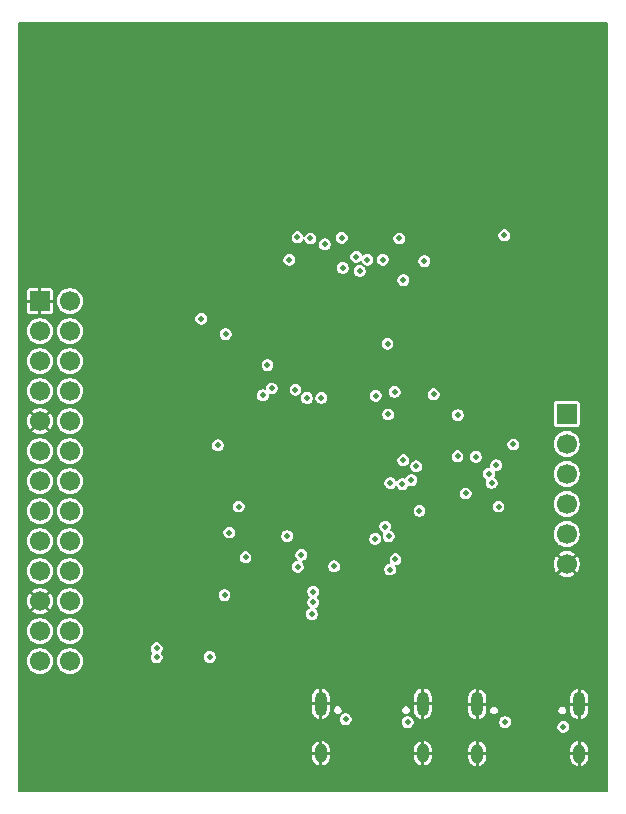
<source format=gbr>
%TF.GenerationSoftware,KiCad,Pcbnew,9.0.4*%
%TF.CreationDate,2025-09-11T23:10:15+10:00*%
%TF.ProjectId,simple-p4,73696d70-6c65-42d7-9034-2e6b69636164,rev?*%
%TF.SameCoordinates,Original*%
%TF.FileFunction,Copper,L2,Inr*%
%TF.FilePolarity,Positive*%
%FSLAX46Y46*%
G04 Gerber Fmt 4.6, Leading zero omitted, Abs format (unit mm)*
G04 Created by KiCad (PCBNEW 9.0.4) date 2025-09-11 23:10:15*
%MOMM*%
%LPD*%
G01*
G04 APERTURE LIST*
%TA.AperFunction,HeatsinkPad*%
%ADD10O,1.000000X2.100000*%
%TD*%
%TA.AperFunction,HeatsinkPad*%
%ADD11O,1.000000X1.600000*%
%TD*%
%TA.AperFunction,ComponentPad*%
%ADD12R,1.700000X1.700000*%
%TD*%
%TA.AperFunction,ComponentPad*%
%ADD13C,1.700000*%
%TD*%
%TA.AperFunction,ViaPad*%
%ADD14C,0.500000*%
%TD*%
G04 APERTURE END LIST*
D10*
%TO.N,GND*%
%TO.C,J6*%
X163880000Y-124230000D03*
D11*
X163880000Y-128410000D03*
D10*
X172520000Y-124230000D03*
D11*
X172520000Y-128410000D03*
%TD*%
D12*
%TO.N,+3V3*%
%TO.C,J2*%
X171460000Y-99650000D03*
D13*
%TO.N,GPIO37{slash}U0TXD*%
X171460000Y-102190000D03*
%TO.N,GPIO38{slash}U0RXD*%
X171460000Y-104730000D03*
%TO.N,CHIP_PU*%
X171460000Y-107270000D03*
%TO.N,GPIO35{slash}BOOT*%
X171460000Y-109810000D03*
%TO.N,GND*%
X171460000Y-112350000D03*
%TD*%
D10*
%TO.N,GND*%
%TO.C,J5*%
X150652300Y-124197700D03*
D11*
X150652300Y-128377700D03*
D10*
X159292300Y-124197700D03*
D11*
X159292300Y-128377700D03*
%TD*%
D12*
%TO.N,GND*%
%TO.C,J1*%
X126860000Y-90120000D03*
D13*
%TO.N,GPIO2*%
X129400000Y-90120000D03*
%TO.N,GPIO3*%
X126860000Y-92660000D03*
%TO.N,GPIO4*%
X129400000Y-92660000D03*
%TO.N,GPIO5*%
X126860000Y-95200000D03*
%TO.N,GPIO6*%
X129400000Y-95200000D03*
%TO.N,GPIO7*%
X126860000Y-97740000D03*
%TO.N,GPIO8*%
X129400000Y-97740000D03*
%TO.N,GND*%
X126860000Y-100280000D03*
%TO.N,GPIO9*%
X129400000Y-100280000D03*
%TO.N,GPIO10*%
X126860000Y-102820000D03*
%TO.N,GPIO11*%
X129400000Y-102820000D03*
%TO.N,GPIO12*%
X126860000Y-105360000D03*
%TO.N,GPIO13*%
X129400000Y-105360000D03*
%TO.N,GPIO14*%
X126860000Y-107900000D03*
%TO.N,GPIO15*%
X129400000Y-107900000D03*
%TO.N,GPIO16*%
X126860000Y-110440000D03*
%TO.N,GPIO17*%
X129400000Y-110440000D03*
%TO.N,GPIO18*%
X126860000Y-112980000D03*
%TO.N,GPIO19*%
X129400000Y-112980000D03*
%TO.N,GND*%
X126860000Y-115520000D03*
%TO.N,GPIO20*%
X129400000Y-115520000D03*
%TO.N,GPIO21*%
X126860000Y-118060000D03*
%TO.N,GPIO22*%
X129400000Y-118060000D03*
%TO.N,GPIO23*%
X126860000Y-120600000D03*
%TO.N,+3V3*%
X129400000Y-120600000D03*
%TD*%
D14*
%TO.N,GND*%
X125750000Y-125250000D03*
X160250000Y-112750000D03*
X174000000Y-112250000D03*
X143000000Y-80750000D03*
X143000000Y-77750000D03*
X147340000Y-117280000D03*
X161950000Y-97900000D03*
X150750000Y-91250000D03*
X126000000Y-78750000D03*
X138750000Y-126500000D03*
X158500000Y-121750000D03*
X167000000Y-95000000D03*
X137750000Y-96000000D03*
X159400000Y-78900000D03*
X151900000Y-103975000D03*
X158250000Y-72250000D03*
X150200000Y-110100000D03*
X142750000Y-117250000D03*
X126000000Y-81750000D03*
X163800000Y-101600000D03*
X156250000Y-91550000D03*
X167000000Y-129750000D03*
X160700000Y-101600000D03*
X152500000Y-91750000D03*
X146900000Y-115220000D03*
X136750000Y-96000000D03*
X144750000Y-129500000D03*
X125750000Y-124250000D03*
X132750000Y-130250000D03*
X129000000Y-67750000D03*
X150690000Y-90190000D03*
X169100000Y-105800000D03*
X137250000Y-113500000D03*
X174000000Y-102000000D03*
X143000000Y-82750000D03*
X141750000Y-125500000D03*
X145600000Y-92825000D03*
X133750000Y-92000000D03*
X139750000Y-126500000D03*
X126000000Y-69750000D03*
X171250000Y-88250000D03*
X138750000Y-128500000D03*
X150750000Y-92250000D03*
X138750000Y-129500000D03*
X149250000Y-123750000D03*
X155300000Y-81890000D03*
X162500000Y-95700000D03*
X174000000Y-105000000D03*
X156750000Y-129250000D03*
X174000000Y-124250000D03*
X171000000Y-68000000D03*
X143750000Y-125500000D03*
X154750000Y-127250000D03*
X127750000Y-130250000D03*
X168600000Y-102700000D03*
X128750000Y-130250000D03*
X133750000Y-93000000D03*
X158750000Y-93000000D03*
X174000000Y-104000000D03*
X126000000Y-74750000D03*
X125500000Y-106750000D03*
X151875000Y-105325000D03*
X166000000Y-129750000D03*
X140000000Y-67750000D03*
X138750000Y-125500000D03*
X136750000Y-95000000D03*
X143000000Y-68750000D03*
X136250000Y-114500000D03*
X125750000Y-128250000D03*
X150525000Y-105400000D03*
X134000000Y-67750000D03*
X171000000Y-83000000D03*
X153250000Y-121500000D03*
X174000000Y-86000000D03*
X140750000Y-125500000D03*
X171000000Y-96000000D03*
X174000000Y-84000000D03*
X137750000Y-97000000D03*
X149694632Y-92905368D03*
X140500000Y-111500000D03*
X152750000Y-127250000D03*
X172000000Y-86750000D03*
X149200000Y-105300000D03*
X152500000Y-90250000D03*
X145850000Y-115930000D03*
X141750000Y-112250000D03*
X137000000Y-67750000D03*
X174000000Y-73000000D03*
X135750000Y-93000000D03*
X129750000Y-130250000D03*
X158750000Y-92250000D03*
X163000000Y-111250000D03*
X153150000Y-117860000D03*
X169700000Y-80800000D03*
X138750000Y-112250000D03*
X138750000Y-97000000D03*
X146250000Y-92300000D03*
X163150000Y-97100000D03*
X174000000Y-119250000D03*
X171000000Y-94000000D03*
X132750000Y-92000000D03*
X143000000Y-70750000D03*
X139500000Y-112250000D03*
X174000000Y-78000000D03*
X153100000Y-115200000D03*
X159400000Y-72700000D03*
X154180000Y-81890000D03*
X136000000Y-67750000D03*
X172000000Y-95000000D03*
X156250000Y-95500000D03*
X169000000Y-68000000D03*
X139750000Y-125500000D03*
X141750000Y-126500000D03*
X143000000Y-69750000D03*
X156250000Y-72250000D03*
X174000000Y-106250000D03*
X154750000Y-128250000D03*
X168000000Y-127750000D03*
X174000000Y-79000000D03*
X152500000Y-94250000D03*
X174000000Y-103000000D03*
X157400000Y-81900000D03*
X155120000Y-117830000D03*
X170000000Y-96000000D03*
X125500000Y-96500000D03*
X142750000Y-126500000D03*
X170000000Y-127750000D03*
X143750000Y-127500000D03*
X133500000Y-112250000D03*
X148200000Y-115240000D03*
X147200000Y-81800000D03*
X174000000Y-81000000D03*
X141000000Y-110000000D03*
X156400000Y-81900000D03*
X174000000Y-71000000D03*
X138750000Y-96000000D03*
X174000000Y-70000000D03*
X126000000Y-72750000D03*
X169000000Y-94000000D03*
X174000000Y-123250000D03*
X163500000Y-86750000D03*
X152750000Y-129250000D03*
X127000000Y-67750000D03*
X155250000Y-72250000D03*
X132000000Y-119000000D03*
X145750000Y-117250000D03*
X131500000Y-113750000D03*
X134750000Y-116000000D03*
X174000000Y-77000000D03*
X139750000Y-127500000D03*
X143000000Y-75750000D03*
X159550000Y-93350000D03*
X161800000Y-93350000D03*
X144750000Y-125500000D03*
X153750000Y-127250000D03*
X156250000Y-114000000D03*
X135750000Y-94000000D03*
X128000000Y-67750000D03*
X160000000Y-95700000D03*
X169000000Y-129750000D03*
X169000000Y-96000000D03*
X139000000Y-67750000D03*
X168000000Y-96000000D03*
X174000000Y-109250000D03*
X149250000Y-123000000D03*
X141750000Y-127500000D03*
X153100000Y-81800000D03*
X174000000Y-82000000D03*
X152750000Y-128250000D03*
X144750000Y-128500000D03*
X132750000Y-91000000D03*
X141750000Y-109500000D03*
X169000000Y-127750000D03*
X126000000Y-73750000D03*
X170000000Y-121750000D03*
X174000000Y-118250000D03*
X154750000Y-129250000D03*
X155250000Y-90750000D03*
X134750000Y-130250000D03*
X168000000Y-94000000D03*
X162750000Y-97750000D03*
X163000000Y-68000000D03*
X135750000Y-95000000D03*
X126000000Y-75750000D03*
X126000000Y-67750000D03*
X125750000Y-127250000D03*
X174000000Y-110250000D03*
X174000000Y-108250000D03*
X152000000Y-121000000D03*
X135750000Y-130250000D03*
X125750000Y-130250000D03*
X167170000Y-120310000D03*
X174000000Y-101000000D03*
X143000000Y-81750000D03*
X126000000Y-84750000D03*
X133750000Y-91000000D03*
X172000000Y-68000000D03*
X143000000Y-79750000D03*
X174000000Y-88000000D03*
X168000000Y-68000000D03*
X147160000Y-84700000D03*
X133140000Y-102290000D03*
X143000000Y-67750000D03*
X162000000Y-68000000D03*
X141000000Y-67750000D03*
X168000000Y-128750000D03*
X125750000Y-126250000D03*
X174000000Y-121250000D03*
X168000000Y-95000000D03*
X140750000Y-126500000D03*
X141000000Y-112250000D03*
X170000000Y-95000000D03*
X133750000Y-130250000D03*
X139750000Y-97000000D03*
X153100000Y-116500000D03*
X150750000Y-121000000D03*
X133500000Y-117500000D03*
X170000000Y-94000000D03*
X131750000Y-130250000D03*
X167750000Y-83750000D03*
X174000000Y-74000000D03*
X155620000Y-95470000D03*
X174000000Y-96000000D03*
X153000000Y-119250000D03*
X136750000Y-130250000D03*
X156750000Y-127250000D03*
X148200000Y-116240000D03*
X160580000Y-116760000D03*
X159500000Y-115500000D03*
X157000000Y-78900000D03*
X141250000Y-111500000D03*
X150750000Y-89250000D03*
X141250000Y-110750000D03*
X126750000Y-130250000D03*
X143000000Y-78750000D03*
X155250000Y-93750000D03*
X163100000Y-96450000D03*
X157300000Y-108750000D03*
X144750000Y-126500000D03*
X153750000Y-128250000D03*
X156900000Y-68600000D03*
X137750000Y-95000000D03*
X174000000Y-126250000D03*
X156750000Y-128250000D03*
X174000000Y-111250000D03*
X126000000Y-71750000D03*
X167000000Y-94000000D03*
X168000000Y-129750000D03*
X170000000Y-128750000D03*
X162040000Y-115270000D03*
X166100000Y-80800000D03*
X147010000Y-116240000D03*
X161750000Y-110000000D03*
X157500000Y-91500000D03*
X173000000Y-68000000D03*
X174000000Y-76000000D03*
X138440000Y-102500000D03*
X170000000Y-68000000D03*
X151900000Y-110100000D03*
X157500000Y-121750000D03*
X172000000Y-94000000D03*
X172000000Y-121750000D03*
X174000000Y-94000000D03*
X157461500Y-94998999D03*
X174000000Y-68000000D03*
X159550000Y-106650000D03*
X161750000Y-95700000D03*
X147500000Y-113000000D03*
X126000000Y-83750000D03*
X174000000Y-116250000D03*
X135000000Y-67750000D03*
X155150000Y-96850000D03*
X174000000Y-75000000D03*
X157625000Y-107185000D03*
X174000000Y-113250000D03*
X155500000Y-114750000D03*
X126000000Y-80750000D03*
X174000000Y-120250000D03*
X142750000Y-127500000D03*
X174000000Y-83000000D03*
X149750000Y-88000000D03*
X155750000Y-127250000D03*
X160750000Y-114000000D03*
X131750000Y-91000000D03*
X174000000Y-99000000D03*
X160750000Y-95700000D03*
X157750000Y-114250000D03*
X158800000Y-97800000D03*
X157000000Y-95500000D03*
X155250000Y-90000000D03*
X145010000Y-109060000D03*
X137250000Y-108500000D03*
X170000000Y-129750000D03*
X152500000Y-92750000D03*
X162500000Y-107850000D03*
X142750000Y-125500000D03*
X172000000Y-96000000D03*
X174000000Y-107250000D03*
X150525000Y-102600000D03*
X133000000Y-67750000D03*
X170500000Y-117750000D03*
X174000000Y-115250000D03*
X174000000Y-87000000D03*
X163250000Y-95250000D03*
X144525000Y-92675000D03*
X136000000Y-109750000D03*
X145430000Y-112190000D03*
X166500000Y-113000000D03*
X126000000Y-82750000D03*
X130750000Y-130250000D03*
X174000000Y-97000000D03*
X125500000Y-104250000D03*
X159500000Y-68500000D03*
X131000000Y-67750000D03*
X149200000Y-103975000D03*
X126000000Y-79750000D03*
X137750000Y-130250000D03*
X139500000Y-111500000D03*
X138750000Y-127500000D03*
X143750000Y-126500000D03*
X160000000Y-109350000D03*
X155750000Y-128250000D03*
X138000000Y-67750000D03*
X174000000Y-90000000D03*
X174000000Y-85000000D03*
X167000000Y-128750000D03*
X143000000Y-74750000D03*
X148590000Y-117280000D03*
X174000000Y-117250000D03*
X134750000Y-93000000D03*
X136750000Y-94000000D03*
X160300000Y-93350000D03*
X153750000Y-129250000D03*
X157461500Y-94250000D03*
X140250000Y-112250000D03*
X148700000Y-81800000D03*
X174000000Y-89000000D03*
X144750000Y-127500000D03*
X167000000Y-127750000D03*
X126000000Y-85750000D03*
X125750000Y-123250000D03*
X140250000Y-110750000D03*
X174000000Y-80000000D03*
X162500000Y-93350000D03*
X169000000Y-128750000D03*
X125750000Y-129250000D03*
X126000000Y-77750000D03*
X155250000Y-111350000D03*
X165750000Y-121770000D03*
X174000000Y-98000000D03*
X157250000Y-72250000D03*
X155000000Y-120500000D03*
X126000000Y-68750000D03*
X174000000Y-72000000D03*
X142800000Y-97825000D03*
X130000000Y-67750000D03*
X140750000Y-127500000D03*
X171000000Y-95000000D03*
X165375000Y-101600000D03*
X174000000Y-69000000D03*
X174000000Y-91000000D03*
X143000000Y-71750000D03*
X149800000Y-81800000D03*
X167750000Y-86750000D03*
X174000000Y-93000000D03*
X174000000Y-100000000D03*
X142000000Y-67750000D03*
X149250000Y-121000000D03*
X166000000Y-127750000D03*
X125500000Y-94000000D03*
X162200000Y-101600000D03*
X143000000Y-76750000D03*
X143000000Y-72750000D03*
X174000000Y-92000000D03*
X155500000Y-89000000D03*
X171000000Y-121750000D03*
X166000000Y-68000000D03*
X150000000Y-121000000D03*
X174000000Y-125250000D03*
X126000000Y-76750000D03*
X149175000Y-102625000D03*
X156500000Y-121750000D03*
X174000000Y-95000000D03*
X134750000Y-92000000D03*
X174000000Y-122250000D03*
X169000000Y-95000000D03*
X155250000Y-119250000D03*
X155750000Y-129250000D03*
X155500000Y-114000000D03*
X132000000Y-67750000D03*
X164000000Y-68000000D03*
X150900000Y-81800000D03*
X132170000Y-98880000D03*
X166000000Y-128750000D03*
X167750000Y-110250000D03*
X155250000Y-91500000D03*
X165000000Y-68000000D03*
X154250000Y-72250000D03*
X126000000Y-70750000D03*
X154210000Y-84550000D03*
X152000000Y-81800000D03*
X174000000Y-114250000D03*
X167000000Y-68000000D03*
X161050000Y-93350000D03*
X134750000Y-111000000D03*
X134750000Y-94000000D03*
X163100000Y-93700000D03*
X152500000Y-89250000D03*
X167000000Y-96000000D03*
X166500000Y-116750000D03*
X143000000Y-73750000D03*
X151900000Y-102600000D03*
%TO.N,+3V3*%
X156300000Y-93720000D03*
X146135000Y-95525000D03*
X159410000Y-86720000D03*
X136750000Y-120250000D03*
X141940000Y-102320000D03*
X155250000Y-110230000D03*
X140540000Y-91600000D03*
X156530000Y-105510000D03*
X165700000Y-107500000D03*
X142900000Y-109700000D03*
X147990000Y-86610000D03*
X166950000Y-102240000D03*
X152420000Y-84740000D03*
X143700000Y-107500000D03*
X162915000Y-106395000D03*
X157640000Y-88320000D03*
X152510000Y-87300000D03*
X136750000Y-119500000D03*
X149470000Y-98310000D03*
X156340000Y-99700000D03*
%TO.N,+1V2*%
X150700000Y-98300000D03*
X160200000Y-98000000D03*
X144275000Y-111800000D03*
%TO.N,Net-(JP2-B)*%
X146500000Y-97500000D03*
X148500000Y-97600000D03*
X142600000Y-92900000D03*
%TO.N,VDDO_FLASH*%
X151775000Y-112560000D03*
X163780000Y-103290000D03*
X142500000Y-115000000D03*
%TO.N,VDDO_PSRAM*%
X162225000Y-103250000D03*
X158320000Y-105260000D03*
X159000000Y-107870000D03*
%TO.N,GPIO35{slash}BOOT*%
X157559938Y-105600062D03*
X165110000Y-105500000D03*
%TO.N,CHIP_PU*%
X145750000Y-98075000D03*
X166180000Y-84535000D03*
X162250000Y-99750000D03*
%TO.N,+5V*%
X171175000Y-126150000D03*
X158000000Y-125750000D03*
X152750000Y-125500000D03*
X166250000Y-125750000D03*
%TO.N,Net-(JP1-A)*%
X141250000Y-120239000D03*
%TO.N,GPIO38{slash}U0RXD*%
X164890000Y-104730000D03*
X157630000Y-103590000D03*
%TO.N,GPIO25*%
X156970000Y-111970000D03*
X156100000Y-109200000D03*
%TO.N,GPIO37{slash}U0TXD*%
X158720000Y-104090000D03*
X165500000Y-104000000D03*
%TO.N,GPIO40*%
X155900000Y-86600000D03*
X154600000Y-86600000D03*
%TO.N,GPIO45*%
X151000000Y-85300000D03*
X157300000Y-84800000D03*
%TO.N,GPIO41*%
X148675000Y-84700000D03*
X153950000Y-87550000D03*
%TO.N,GPIO24*%
X156509341Y-112831000D03*
X156400000Y-110000000D03*
%TO.N,FLASH_CK*%
X148696687Y-112603313D03*
X150000000Y-115600000D03*
%TO.N,FLASH_HD*%
X150000000Y-114700000D03*
X147800000Y-110000000D03*
%TO.N,EN_DCDC*%
X156900000Y-97800000D03*
X155300000Y-98110000D03*
%TO.N,FLASH_D*%
X149000000Y-111600000D03*
X149900000Y-116600000D03*
%TO.N,GPIO42*%
X153650000Y-86350000D03*
X149775000Y-84800000D03*
%TD*%
%TA.AperFunction,Conductor*%
%TO.N,GND*%
G36*
X174971280Y-66518982D02*
G01*
X174998300Y-66565782D01*
X174999500Y-66579500D01*
X174999500Y-131560500D01*
X174981018Y-131611280D01*
X174934218Y-131638300D01*
X174920500Y-131639500D01*
X125079500Y-131639500D01*
X125028720Y-131621018D01*
X125001700Y-131574218D01*
X125000500Y-131560500D01*
X125000500Y-128003831D01*
X149902300Y-128003831D01*
X149902300Y-128252700D01*
X150352300Y-128252700D01*
X150352300Y-128502700D01*
X149902300Y-128502700D01*
X149902300Y-128751568D01*
X149931122Y-128896468D01*
X149987658Y-129032955D01*
X149987659Y-129032958D01*
X150069735Y-129155795D01*
X150069741Y-129155802D01*
X150174197Y-129260258D01*
X150174204Y-129260264D01*
X150297041Y-129342340D01*
X150297044Y-129342341D01*
X150433529Y-129398876D01*
X150433531Y-129398877D01*
X150527299Y-129417528D01*
X150527300Y-129417528D01*
X150527300Y-128951942D01*
X150536504Y-128957256D01*
X150612804Y-128977700D01*
X150691796Y-128977700D01*
X150768096Y-128957256D01*
X150777300Y-128951942D01*
X150777300Y-129417528D01*
X150871068Y-129398877D01*
X150871070Y-129398876D01*
X151007555Y-129342341D01*
X151007558Y-129342340D01*
X151130395Y-129260264D01*
X151130402Y-129260258D01*
X151234858Y-129155802D01*
X151234864Y-129155795D01*
X151316940Y-129032958D01*
X151316941Y-129032955D01*
X151373477Y-128896468D01*
X151402300Y-128751568D01*
X151402300Y-128502700D01*
X150952300Y-128502700D01*
X150952300Y-128252700D01*
X151402300Y-128252700D01*
X151402300Y-128003831D01*
X158542300Y-128003831D01*
X158542300Y-128252700D01*
X158992300Y-128252700D01*
X158992300Y-128502700D01*
X158542300Y-128502700D01*
X158542300Y-128751568D01*
X158571122Y-128896468D01*
X158627658Y-129032955D01*
X158627659Y-129032958D01*
X158709735Y-129155795D01*
X158709741Y-129155802D01*
X158814197Y-129260258D01*
X158814204Y-129260264D01*
X158937041Y-129342340D01*
X158937044Y-129342341D01*
X159073529Y-129398876D01*
X159073531Y-129398877D01*
X159167299Y-129417528D01*
X159167300Y-129417528D01*
X159167300Y-128951942D01*
X159176504Y-128957256D01*
X159252804Y-128977700D01*
X159331796Y-128977700D01*
X159408096Y-128957256D01*
X159417300Y-128951942D01*
X159417300Y-129417528D01*
X159511068Y-129398877D01*
X159511070Y-129398876D01*
X159647555Y-129342341D01*
X159647558Y-129342340D01*
X159770395Y-129260264D01*
X159770402Y-129260258D01*
X159874858Y-129155802D01*
X159874864Y-129155795D01*
X159956940Y-129032958D01*
X159956941Y-129032955D01*
X160013477Y-128896468D01*
X160042300Y-128751568D01*
X160042300Y-128502700D01*
X159592300Y-128502700D01*
X159592300Y-128252700D01*
X160042300Y-128252700D01*
X160042300Y-128036131D01*
X163130000Y-128036131D01*
X163130000Y-128285000D01*
X163580000Y-128285000D01*
X163580000Y-128535000D01*
X163130000Y-128535000D01*
X163130000Y-128783868D01*
X163158822Y-128928768D01*
X163215358Y-129065255D01*
X163215359Y-129065258D01*
X163297435Y-129188095D01*
X163297441Y-129188102D01*
X163401897Y-129292558D01*
X163401904Y-129292564D01*
X163524741Y-129374640D01*
X163524744Y-129374641D01*
X163661229Y-129431176D01*
X163661231Y-129431177D01*
X163754999Y-129449828D01*
X163755000Y-129449828D01*
X163755000Y-128984242D01*
X163764204Y-128989556D01*
X163840504Y-129010000D01*
X163919496Y-129010000D01*
X163995796Y-128989556D01*
X164005000Y-128984242D01*
X164005000Y-129449828D01*
X164098768Y-129431177D01*
X164098770Y-129431176D01*
X164235255Y-129374641D01*
X164235258Y-129374640D01*
X164358095Y-129292564D01*
X164358102Y-129292558D01*
X164462558Y-129188102D01*
X164462564Y-129188095D01*
X164544640Y-129065258D01*
X164544641Y-129065255D01*
X164601177Y-128928768D01*
X164630000Y-128783868D01*
X164630000Y-128535000D01*
X164180000Y-128535000D01*
X164180000Y-128285000D01*
X164630000Y-128285000D01*
X164630000Y-128036131D01*
X171770000Y-128036131D01*
X171770000Y-128285000D01*
X172220000Y-128285000D01*
X172220000Y-128535000D01*
X171770000Y-128535000D01*
X171770000Y-128783868D01*
X171798822Y-128928768D01*
X171855358Y-129065255D01*
X171855359Y-129065258D01*
X171937435Y-129188095D01*
X171937441Y-129188102D01*
X172041897Y-129292558D01*
X172041904Y-129292564D01*
X172164741Y-129374640D01*
X172164744Y-129374641D01*
X172301229Y-129431176D01*
X172301231Y-129431177D01*
X172394999Y-129449828D01*
X172395000Y-129449828D01*
X172395000Y-128984242D01*
X172404204Y-128989556D01*
X172480504Y-129010000D01*
X172559496Y-129010000D01*
X172635796Y-128989556D01*
X172645000Y-128984242D01*
X172645000Y-129449828D01*
X172738768Y-129431177D01*
X172738770Y-129431176D01*
X172875255Y-129374641D01*
X172875258Y-129374640D01*
X172998095Y-129292564D01*
X172998102Y-129292558D01*
X173102558Y-129188102D01*
X173102564Y-129188095D01*
X173184640Y-129065258D01*
X173184641Y-129065255D01*
X173241177Y-128928768D01*
X173270000Y-128783868D01*
X173270000Y-128535000D01*
X172820000Y-128535000D01*
X172820000Y-128285000D01*
X173270000Y-128285000D01*
X173270000Y-128036131D01*
X173241177Y-127891231D01*
X173184641Y-127754744D01*
X173184640Y-127754741D01*
X173102564Y-127631904D01*
X173102558Y-127631897D01*
X172998102Y-127527441D01*
X172998095Y-127527435D01*
X172875258Y-127445359D01*
X172875255Y-127445358D01*
X172738768Y-127388822D01*
X172738770Y-127388822D01*
X172645000Y-127370169D01*
X172645000Y-127835757D01*
X172635796Y-127830444D01*
X172559496Y-127810000D01*
X172480504Y-127810000D01*
X172404204Y-127830444D01*
X172395000Y-127835757D01*
X172395000Y-127370169D01*
X172301230Y-127388822D01*
X172164744Y-127445358D01*
X172164741Y-127445359D01*
X172041904Y-127527435D01*
X172041897Y-127527441D01*
X171937441Y-127631897D01*
X171937435Y-127631904D01*
X171855359Y-127754741D01*
X171855358Y-127754744D01*
X171798822Y-127891231D01*
X171770000Y-128036131D01*
X164630000Y-128036131D01*
X164601177Y-127891231D01*
X164544641Y-127754744D01*
X164544640Y-127754741D01*
X164462564Y-127631904D01*
X164462558Y-127631897D01*
X164358102Y-127527441D01*
X164358095Y-127527435D01*
X164235258Y-127445359D01*
X164235255Y-127445358D01*
X164098768Y-127388822D01*
X164098770Y-127388822D01*
X164005000Y-127370169D01*
X164005000Y-127835757D01*
X163995796Y-127830444D01*
X163919496Y-127810000D01*
X163840504Y-127810000D01*
X163764204Y-127830444D01*
X163755000Y-127835757D01*
X163755000Y-127370169D01*
X163661230Y-127388822D01*
X163524744Y-127445358D01*
X163524741Y-127445359D01*
X163401904Y-127527435D01*
X163401897Y-127527441D01*
X163297441Y-127631897D01*
X163297435Y-127631904D01*
X163215359Y-127754741D01*
X163215358Y-127754744D01*
X163158822Y-127891231D01*
X163130000Y-128036131D01*
X160042300Y-128036131D01*
X160042300Y-128003831D01*
X160013477Y-127858931D01*
X159956941Y-127722444D01*
X159956940Y-127722441D01*
X159874864Y-127599604D01*
X159874858Y-127599597D01*
X159770402Y-127495141D01*
X159770395Y-127495135D01*
X159647558Y-127413059D01*
X159647555Y-127413058D01*
X159511068Y-127356522D01*
X159511070Y-127356522D01*
X159417300Y-127337869D01*
X159417300Y-127803457D01*
X159408096Y-127798144D01*
X159331796Y-127777700D01*
X159252804Y-127777700D01*
X159176504Y-127798144D01*
X159167300Y-127803457D01*
X159167300Y-127337869D01*
X159073530Y-127356522D01*
X158937044Y-127413058D01*
X158937041Y-127413059D01*
X158814204Y-127495135D01*
X158814197Y-127495141D01*
X158709741Y-127599597D01*
X158709735Y-127599604D01*
X158627659Y-127722441D01*
X158627658Y-127722444D01*
X158571122Y-127858931D01*
X158542300Y-128003831D01*
X151402300Y-128003831D01*
X151373477Y-127858931D01*
X151316941Y-127722444D01*
X151316940Y-127722441D01*
X151234864Y-127599604D01*
X151234858Y-127599597D01*
X151130402Y-127495141D01*
X151130395Y-127495135D01*
X151007558Y-127413059D01*
X151007555Y-127413058D01*
X150871068Y-127356522D01*
X150871070Y-127356522D01*
X150777300Y-127337869D01*
X150777300Y-127803457D01*
X150768096Y-127798144D01*
X150691796Y-127777700D01*
X150612804Y-127777700D01*
X150536504Y-127798144D01*
X150527300Y-127803457D01*
X150527300Y-127337869D01*
X150433530Y-127356522D01*
X150297044Y-127413058D01*
X150297041Y-127413059D01*
X150174204Y-127495135D01*
X150174197Y-127495141D01*
X150069741Y-127599597D01*
X150069735Y-127599604D01*
X149987659Y-127722441D01*
X149987658Y-127722444D01*
X149931122Y-127858931D01*
X149902300Y-128003831D01*
X125000500Y-128003831D01*
X125000500Y-123573831D01*
X149902300Y-123573831D01*
X149902300Y-124072700D01*
X150352300Y-124072700D01*
X150352300Y-124322700D01*
X149902300Y-124322700D01*
X149902300Y-124821568D01*
X149931122Y-124966468D01*
X149987658Y-125102955D01*
X149987659Y-125102958D01*
X150069735Y-125225795D01*
X150069741Y-125225802D01*
X150174197Y-125330258D01*
X150174204Y-125330264D01*
X150297041Y-125412340D01*
X150297044Y-125412341D01*
X150433529Y-125468876D01*
X150433531Y-125468877D01*
X150527299Y-125487528D01*
X150527300Y-125487528D01*
X150527300Y-125021942D01*
X150536504Y-125027256D01*
X150612804Y-125047700D01*
X150691796Y-125047700D01*
X150768096Y-125027256D01*
X150777300Y-125021942D01*
X150777300Y-125487528D01*
X150871068Y-125468877D01*
X150871070Y-125468876D01*
X150955013Y-125434105D01*
X152249500Y-125434105D01*
X152249500Y-125565894D01*
X152283607Y-125693183D01*
X152283608Y-125693187D01*
X152349501Y-125807316D01*
X152442683Y-125900498D01*
X152442685Y-125900499D01*
X152442686Y-125900500D01*
X152556814Y-125966392D01*
X152684108Y-126000500D01*
X152684110Y-126000500D01*
X152815890Y-126000500D01*
X152815892Y-126000500D01*
X152943186Y-125966392D01*
X153057314Y-125900500D01*
X153150500Y-125807314D01*
X153216392Y-125693186D01*
X153218825Y-125684105D01*
X157499500Y-125684105D01*
X157499500Y-125815894D01*
X157533607Y-125943183D01*
X157533608Y-125943187D01*
X157599501Y-126057316D01*
X157692683Y-126150498D01*
X157692685Y-126150499D01*
X157692686Y-126150500D01*
X157806814Y-126216392D01*
X157934108Y-126250500D01*
X157934110Y-126250500D01*
X158065890Y-126250500D01*
X158065892Y-126250500D01*
X158193186Y-126216392D01*
X158307314Y-126150500D01*
X158400500Y-126057314D01*
X158466392Y-125943186D01*
X158500500Y-125815892D01*
X158500500Y-125684108D01*
X158500499Y-125684105D01*
X165749500Y-125684105D01*
X165749500Y-125815894D01*
X165783607Y-125943183D01*
X165783608Y-125943187D01*
X165849501Y-126057316D01*
X165942683Y-126150498D01*
X165942685Y-126150499D01*
X165942686Y-126150500D01*
X166056814Y-126216392D01*
X166184108Y-126250500D01*
X166184110Y-126250500D01*
X166315890Y-126250500D01*
X166315892Y-126250500D01*
X166443186Y-126216392D01*
X166557314Y-126150500D01*
X166623709Y-126084105D01*
X170674500Y-126084105D01*
X170674500Y-126215894D01*
X170708607Y-126343183D01*
X170708608Y-126343187D01*
X170774501Y-126457316D01*
X170867683Y-126550498D01*
X170867685Y-126550499D01*
X170867686Y-126550500D01*
X170981814Y-126616392D01*
X171109108Y-126650500D01*
X171109110Y-126650500D01*
X171240890Y-126650500D01*
X171240892Y-126650500D01*
X171368186Y-126616392D01*
X171482314Y-126550500D01*
X171575500Y-126457314D01*
X171641392Y-126343186D01*
X171675500Y-126215892D01*
X171675500Y-126084108D01*
X171641392Y-125956814D01*
X171633524Y-125943187D01*
X171575498Y-125842683D01*
X171482316Y-125749501D01*
X171368187Y-125683608D01*
X171368183Y-125683607D01*
X171240894Y-125649500D01*
X171240892Y-125649500D01*
X171109108Y-125649500D01*
X171109105Y-125649500D01*
X170981816Y-125683607D01*
X170981812Y-125683608D01*
X170867683Y-125749501D01*
X170774501Y-125842683D01*
X170708608Y-125956812D01*
X170708607Y-125956816D01*
X170674500Y-126084105D01*
X166623709Y-126084105D01*
X166650500Y-126057314D01*
X166716392Y-125943186D01*
X166750500Y-125815892D01*
X166750500Y-125684108D01*
X166716392Y-125556814D01*
X166650500Y-125442686D01*
X166650499Y-125442685D01*
X166650498Y-125442683D01*
X166557316Y-125349501D01*
X166443187Y-125283608D01*
X166443183Y-125283607D01*
X166315894Y-125249500D01*
X166315892Y-125249500D01*
X166184108Y-125249500D01*
X166184105Y-125249500D01*
X166056816Y-125283607D01*
X166056812Y-125283608D01*
X165942683Y-125349501D01*
X165849501Y-125442683D01*
X165783608Y-125556812D01*
X165783607Y-125556816D01*
X165749500Y-125684105D01*
X158500499Y-125684105D01*
X158466392Y-125556814D01*
X158400500Y-125442686D01*
X158400499Y-125442685D01*
X158400498Y-125442683D01*
X158307316Y-125349501D01*
X158193187Y-125283608D01*
X158193183Y-125283607D01*
X158065894Y-125249500D01*
X158065892Y-125249500D01*
X157934108Y-125249500D01*
X157934105Y-125249500D01*
X157806816Y-125283607D01*
X157806812Y-125283608D01*
X157692683Y-125349501D01*
X157599501Y-125442683D01*
X157533608Y-125556812D01*
X157533607Y-125556816D01*
X157499500Y-125684105D01*
X153218825Y-125684105D01*
X153250500Y-125565892D01*
X153250500Y-125434108D01*
X153216392Y-125306814D01*
X153150500Y-125192686D01*
X153150499Y-125192685D01*
X153150498Y-125192683D01*
X153057316Y-125099501D01*
X152943187Y-125033608D01*
X152943183Y-125033607D01*
X152815894Y-124999500D01*
X152815892Y-124999500D01*
X152684108Y-124999500D01*
X152684105Y-124999500D01*
X152556816Y-125033607D01*
X152556812Y-125033608D01*
X152442683Y-125099501D01*
X152349501Y-125192683D01*
X152283608Y-125306812D01*
X152283607Y-125306816D01*
X152249500Y-125434105D01*
X150955013Y-125434105D01*
X151007555Y-125412341D01*
X151007558Y-125412340D01*
X151081037Y-125363244D01*
X151130395Y-125330263D01*
X151130402Y-125330258D01*
X151234858Y-125225802D01*
X151234864Y-125225795D01*
X151316940Y-125102958D01*
X151316941Y-125102955D01*
X151373477Y-124966468D01*
X151402300Y-124821568D01*
X151402300Y-124684844D01*
X151756800Y-124684844D01*
X151756800Y-124770555D01*
X151778981Y-124853335D01*
X151778982Y-124853339D01*
X151821836Y-124927564D01*
X151882435Y-124988163D01*
X151938383Y-125020465D01*
X151956662Y-125031018D01*
X152039447Y-125053200D01*
X152039449Y-125053200D01*
X152125151Y-125053200D01*
X152125153Y-125053200D01*
X152207938Y-125031018D01*
X152282162Y-124988165D01*
X152342765Y-124927562D01*
X152385618Y-124853338D01*
X152407800Y-124770553D01*
X152407800Y-124684847D01*
X152407799Y-124684844D01*
X157536800Y-124684844D01*
X157536800Y-124770555D01*
X157558981Y-124853335D01*
X157558982Y-124853339D01*
X157601836Y-124927564D01*
X157662435Y-124988163D01*
X157718383Y-125020465D01*
X157736662Y-125031018D01*
X157819447Y-125053200D01*
X157819449Y-125053200D01*
X157905151Y-125053200D01*
X157905153Y-125053200D01*
X157987938Y-125031018D01*
X158062162Y-124988165D01*
X158122765Y-124927562D01*
X158165618Y-124853338D01*
X158187800Y-124770553D01*
X158187800Y-124684847D01*
X158165618Y-124602062D01*
X158122765Y-124527838D01*
X158122764Y-124527837D01*
X158122763Y-124527835D01*
X158062164Y-124467236D01*
X157987939Y-124424382D01*
X157987935Y-124424381D01*
X157905155Y-124402200D01*
X157905153Y-124402200D01*
X157819447Y-124402200D01*
X157819444Y-124402200D01*
X157736664Y-124424381D01*
X157736660Y-124424382D01*
X157662435Y-124467236D01*
X157601836Y-124527835D01*
X157558982Y-124602060D01*
X157558981Y-124602064D01*
X157536800Y-124684844D01*
X152407799Y-124684844D01*
X152385618Y-124602062D01*
X152342765Y-124527838D01*
X152342764Y-124527837D01*
X152342763Y-124527835D01*
X152282164Y-124467236D01*
X152207939Y-124424382D01*
X152207935Y-124424381D01*
X152125155Y-124402200D01*
X152125153Y-124402200D01*
X152039447Y-124402200D01*
X152039444Y-124402200D01*
X151956664Y-124424381D01*
X151956660Y-124424382D01*
X151882435Y-124467236D01*
X151821836Y-124527835D01*
X151778982Y-124602060D01*
X151778981Y-124602064D01*
X151756800Y-124684844D01*
X151402300Y-124684844D01*
X151402300Y-124322700D01*
X150952300Y-124322700D01*
X150952300Y-124072700D01*
X151402300Y-124072700D01*
X151402300Y-123573831D01*
X158542300Y-123573831D01*
X158542300Y-124072700D01*
X158992300Y-124072700D01*
X158992300Y-124322700D01*
X158542300Y-124322700D01*
X158542300Y-124821568D01*
X158571122Y-124966468D01*
X158627658Y-125102955D01*
X158627659Y-125102958D01*
X158709735Y-125225795D01*
X158709741Y-125225802D01*
X158814197Y-125330258D01*
X158814204Y-125330264D01*
X158937041Y-125412340D01*
X158937044Y-125412341D01*
X159073529Y-125468876D01*
X159073531Y-125468877D01*
X159167299Y-125487528D01*
X159167300Y-125487528D01*
X159167300Y-125021942D01*
X159176504Y-125027256D01*
X159252804Y-125047700D01*
X159331796Y-125047700D01*
X159408096Y-125027256D01*
X159417300Y-125021942D01*
X159417300Y-125487528D01*
X159511068Y-125468877D01*
X159511070Y-125468876D01*
X159647555Y-125412341D01*
X159647558Y-125412340D01*
X159770395Y-125330264D01*
X159770402Y-125330258D01*
X159874858Y-125225802D01*
X159874864Y-125225795D01*
X159956940Y-125102958D01*
X159956941Y-125102955D01*
X160013477Y-124966468D01*
X160042300Y-124821568D01*
X160042300Y-124322700D01*
X159592300Y-124322700D01*
X159592300Y-124072700D01*
X160042300Y-124072700D01*
X160042300Y-123606131D01*
X163130000Y-123606131D01*
X163130000Y-124105000D01*
X163580000Y-124105000D01*
X163580000Y-124355000D01*
X163130000Y-124355000D01*
X163130000Y-124853868D01*
X163158822Y-124998768D01*
X163215358Y-125135255D01*
X163215359Y-125135258D01*
X163297435Y-125258095D01*
X163297441Y-125258102D01*
X163401897Y-125362558D01*
X163401904Y-125362564D01*
X163524741Y-125444640D01*
X163524744Y-125444641D01*
X163661229Y-125501176D01*
X163661231Y-125501177D01*
X163754999Y-125519828D01*
X163755000Y-125519828D01*
X163755000Y-125054242D01*
X163764204Y-125059556D01*
X163840504Y-125080000D01*
X163919496Y-125080000D01*
X163995796Y-125059556D01*
X164005000Y-125054242D01*
X164005000Y-125519828D01*
X164098768Y-125501177D01*
X164098770Y-125501176D01*
X164235255Y-125444641D01*
X164235258Y-125444640D01*
X164358095Y-125362564D01*
X164358102Y-125362558D01*
X164462558Y-125258102D01*
X164462564Y-125258095D01*
X164544640Y-125135258D01*
X164544641Y-125135255D01*
X164601177Y-124998768D01*
X164630000Y-124853868D01*
X164630000Y-124717144D01*
X164984500Y-124717144D01*
X164984500Y-124802855D01*
X165006681Y-124885635D01*
X165006682Y-124885639D01*
X165049536Y-124959864D01*
X165110135Y-125020463D01*
X165110137Y-125020464D01*
X165110138Y-125020465D01*
X165184362Y-125063318D01*
X165267147Y-125085500D01*
X165267149Y-125085500D01*
X165352851Y-125085500D01*
X165352853Y-125085500D01*
X165435638Y-125063318D01*
X165509862Y-125020465D01*
X165570465Y-124959862D01*
X165613318Y-124885638D01*
X165635500Y-124802853D01*
X165635500Y-124717147D01*
X165635499Y-124717144D01*
X170764500Y-124717144D01*
X170764500Y-124802855D01*
X170786681Y-124885635D01*
X170786682Y-124885639D01*
X170829536Y-124959864D01*
X170890135Y-125020463D01*
X170890137Y-125020464D01*
X170890138Y-125020465D01*
X170964362Y-125063318D01*
X171047147Y-125085500D01*
X171047149Y-125085500D01*
X171132851Y-125085500D01*
X171132853Y-125085500D01*
X171215638Y-125063318D01*
X171289862Y-125020465D01*
X171350465Y-124959862D01*
X171393318Y-124885638D01*
X171415500Y-124802853D01*
X171415500Y-124717147D01*
X171393318Y-124634362D01*
X171350465Y-124560138D01*
X171350464Y-124560137D01*
X171350463Y-124560135D01*
X171289864Y-124499536D01*
X171215639Y-124456682D01*
X171215635Y-124456681D01*
X171132855Y-124434500D01*
X171132853Y-124434500D01*
X171047147Y-124434500D01*
X171047144Y-124434500D01*
X170964364Y-124456681D01*
X170964360Y-124456682D01*
X170890135Y-124499536D01*
X170829536Y-124560135D01*
X170786682Y-124634360D01*
X170786681Y-124634364D01*
X170764500Y-124717144D01*
X165635499Y-124717144D01*
X165613318Y-124634362D01*
X165570465Y-124560138D01*
X165570464Y-124560137D01*
X165570463Y-124560135D01*
X165509864Y-124499536D01*
X165435639Y-124456682D01*
X165435635Y-124456681D01*
X165352855Y-124434500D01*
X165352853Y-124434500D01*
X165267147Y-124434500D01*
X165267144Y-124434500D01*
X165184364Y-124456681D01*
X165184360Y-124456682D01*
X165110135Y-124499536D01*
X165049536Y-124560135D01*
X165006682Y-124634360D01*
X165006681Y-124634364D01*
X164984500Y-124717144D01*
X164630000Y-124717144D01*
X164630000Y-124355000D01*
X164180000Y-124355000D01*
X164180000Y-124105000D01*
X164630000Y-124105000D01*
X164630000Y-123606131D01*
X171770000Y-123606131D01*
X171770000Y-124105000D01*
X172220000Y-124105000D01*
X172220000Y-124355000D01*
X171770000Y-124355000D01*
X171770000Y-124853868D01*
X171798822Y-124998768D01*
X171855358Y-125135255D01*
X171855359Y-125135258D01*
X171937435Y-125258095D01*
X171937441Y-125258102D01*
X172041897Y-125362558D01*
X172041904Y-125362564D01*
X172164741Y-125444640D01*
X172164744Y-125444641D01*
X172301229Y-125501176D01*
X172301231Y-125501177D01*
X172394999Y-125519828D01*
X172395000Y-125519828D01*
X172395000Y-125054242D01*
X172404204Y-125059556D01*
X172480504Y-125080000D01*
X172559496Y-125080000D01*
X172635796Y-125059556D01*
X172645000Y-125054242D01*
X172645000Y-125519828D01*
X172738768Y-125501177D01*
X172738770Y-125501176D01*
X172875255Y-125444641D01*
X172875258Y-125444640D01*
X172998095Y-125362564D01*
X172998102Y-125362558D01*
X173102558Y-125258102D01*
X173102564Y-125258095D01*
X173184640Y-125135258D01*
X173184641Y-125135255D01*
X173241177Y-124998768D01*
X173270000Y-124853868D01*
X173270000Y-124355000D01*
X172820000Y-124355000D01*
X172820000Y-124105000D01*
X173270000Y-124105000D01*
X173270000Y-123606131D01*
X173241177Y-123461231D01*
X173184641Y-123324744D01*
X173184640Y-123324741D01*
X173102564Y-123201904D01*
X173102558Y-123201897D01*
X172998102Y-123097441D01*
X172998095Y-123097435D01*
X172875258Y-123015359D01*
X172875255Y-123015358D01*
X172738768Y-122958822D01*
X172738770Y-122958822D01*
X172645000Y-122940169D01*
X172645000Y-123405757D01*
X172635796Y-123400444D01*
X172559496Y-123380000D01*
X172480504Y-123380000D01*
X172404204Y-123400444D01*
X172395000Y-123405757D01*
X172395000Y-122940169D01*
X172301230Y-122958822D01*
X172164744Y-123015358D01*
X172164741Y-123015359D01*
X172041904Y-123097435D01*
X172041897Y-123097441D01*
X171937441Y-123201897D01*
X171937435Y-123201904D01*
X171855359Y-123324741D01*
X171855358Y-123324744D01*
X171798822Y-123461231D01*
X171770000Y-123606131D01*
X164630000Y-123606131D01*
X164601177Y-123461231D01*
X164544641Y-123324744D01*
X164544640Y-123324741D01*
X164462564Y-123201904D01*
X164462558Y-123201897D01*
X164358102Y-123097441D01*
X164358095Y-123097435D01*
X164235258Y-123015359D01*
X164235255Y-123015358D01*
X164098768Y-122958822D01*
X164098770Y-122958822D01*
X164005000Y-122940169D01*
X164005000Y-123405757D01*
X163995796Y-123400444D01*
X163919496Y-123380000D01*
X163840504Y-123380000D01*
X163764204Y-123400444D01*
X163755000Y-123405757D01*
X163755000Y-122940169D01*
X163661230Y-122958822D01*
X163524744Y-123015358D01*
X163524741Y-123015359D01*
X163401904Y-123097435D01*
X163401897Y-123097441D01*
X163297441Y-123201897D01*
X163297435Y-123201904D01*
X163215359Y-123324741D01*
X163215358Y-123324744D01*
X163158822Y-123461231D01*
X163130000Y-123606131D01*
X160042300Y-123606131D01*
X160042300Y-123573831D01*
X160013477Y-123428931D01*
X159956941Y-123292444D01*
X159956940Y-123292441D01*
X159874864Y-123169604D01*
X159874858Y-123169597D01*
X159770402Y-123065141D01*
X159770395Y-123065135D01*
X159647558Y-122983059D01*
X159647555Y-122983058D01*
X159511068Y-122926522D01*
X159511070Y-122926522D01*
X159417300Y-122907869D01*
X159417300Y-123373457D01*
X159408096Y-123368144D01*
X159331796Y-123347700D01*
X159252804Y-123347700D01*
X159176504Y-123368144D01*
X159167300Y-123373457D01*
X159167300Y-122907869D01*
X159073530Y-122926522D01*
X158937044Y-122983058D01*
X158937041Y-122983059D01*
X158814204Y-123065135D01*
X158814197Y-123065141D01*
X158709741Y-123169597D01*
X158709735Y-123169604D01*
X158627659Y-123292441D01*
X158627658Y-123292444D01*
X158571122Y-123428931D01*
X158542300Y-123573831D01*
X151402300Y-123573831D01*
X151373477Y-123428931D01*
X151316941Y-123292444D01*
X151316940Y-123292441D01*
X151234864Y-123169604D01*
X151234858Y-123169597D01*
X151130402Y-123065141D01*
X151130395Y-123065135D01*
X151007558Y-122983059D01*
X151007555Y-122983058D01*
X150871068Y-122926522D01*
X150871070Y-122926522D01*
X150777300Y-122907869D01*
X150777300Y-123373457D01*
X150768096Y-123368144D01*
X150691796Y-123347700D01*
X150612804Y-123347700D01*
X150536504Y-123368144D01*
X150527300Y-123373457D01*
X150527300Y-122907869D01*
X150433530Y-122926522D01*
X150297044Y-122983058D01*
X150297041Y-122983059D01*
X150174204Y-123065135D01*
X150174197Y-123065141D01*
X150069741Y-123169597D01*
X150069735Y-123169604D01*
X149987659Y-123292441D01*
X149987658Y-123292444D01*
X149931122Y-123428931D01*
X149902300Y-123573831D01*
X125000500Y-123573831D01*
X125000500Y-120513393D01*
X125759500Y-120513393D01*
X125759500Y-120686606D01*
X125759501Y-120686622D01*
X125786595Y-120857690D01*
X125786600Y-120857709D01*
X125840126Y-121022443D01*
X125918771Y-121176793D01*
X125918772Y-121176794D01*
X126020586Y-121316928D01*
X126020590Y-121316932D01*
X126020595Y-121316938D01*
X126143061Y-121439404D01*
X126143067Y-121439409D01*
X126143072Y-121439414D01*
X126283212Y-121541232D01*
X126437555Y-121619873D01*
X126602299Y-121673402D01*
X126602305Y-121673402D01*
X126602309Y-121673404D01*
X126740398Y-121695274D01*
X126773389Y-121700500D01*
X126773394Y-121700500D01*
X126946606Y-121700500D01*
X126946611Y-121700500D01*
X127032156Y-121686951D01*
X127117690Y-121673404D01*
X127117692Y-121673403D01*
X127117701Y-121673402D01*
X127282445Y-121619873D01*
X127436788Y-121541232D01*
X127576928Y-121439414D01*
X127699414Y-121316928D01*
X127801232Y-121176788D01*
X127879873Y-121022445D01*
X127933402Y-120857701D01*
X127960500Y-120686611D01*
X127960500Y-120513393D01*
X128299500Y-120513393D01*
X128299500Y-120686606D01*
X128299501Y-120686622D01*
X128326595Y-120857690D01*
X128326600Y-120857709D01*
X128380126Y-121022443D01*
X128458771Y-121176793D01*
X128458772Y-121176794D01*
X128560586Y-121316928D01*
X128560590Y-121316932D01*
X128560595Y-121316938D01*
X128683061Y-121439404D01*
X128683067Y-121439409D01*
X128683072Y-121439414D01*
X128823212Y-121541232D01*
X128977555Y-121619873D01*
X129142299Y-121673402D01*
X129142305Y-121673402D01*
X129142309Y-121673404D01*
X129280398Y-121695274D01*
X129313389Y-121700500D01*
X129313394Y-121700500D01*
X129486606Y-121700500D01*
X129486611Y-121700500D01*
X129572156Y-121686951D01*
X129657690Y-121673404D01*
X129657692Y-121673403D01*
X129657701Y-121673402D01*
X129822445Y-121619873D01*
X129976788Y-121541232D01*
X130116928Y-121439414D01*
X130239414Y-121316928D01*
X130341232Y-121176788D01*
X130419873Y-121022445D01*
X130473402Y-120857701D01*
X130500500Y-120686611D01*
X130500500Y-120513389D01*
X130489381Y-120443186D01*
X130473404Y-120342309D01*
X130473402Y-120342305D01*
X130473402Y-120342299D01*
X130419873Y-120177555D01*
X130341232Y-120023212D01*
X130239414Y-119883072D01*
X130239409Y-119883067D01*
X130239404Y-119883061D01*
X130116938Y-119760595D01*
X130116932Y-119760590D01*
X130116928Y-119760586D01*
X130116920Y-119760580D01*
X129976794Y-119658772D01*
X129976793Y-119658771D01*
X129976790Y-119658769D01*
X129976788Y-119658768D01*
X129822445Y-119580127D01*
X129822444Y-119580126D01*
X129657709Y-119526600D01*
X129657690Y-119526595D01*
X129533696Y-119506957D01*
X129486622Y-119499501D01*
X129486614Y-119499500D01*
X129486611Y-119499500D01*
X129313389Y-119499500D01*
X129313386Y-119499500D01*
X129313377Y-119499501D01*
X129142309Y-119526595D01*
X129142290Y-119526600D01*
X128977556Y-119580126D01*
X128823206Y-119658771D01*
X128823205Y-119658772D01*
X128683079Y-119760580D01*
X128683061Y-119760595D01*
X128560595Y-119883061D01*
X128560580Y-119883079D01*
X128458772Y-120023205D01*
X128458771Y-120023206D01*
X128380126Y-120177556D01*
X128326600Y-120342290D01*
X128326595Y-120342309D01*
X128299501Y-120513377D01*
X128299500Y-120513393D01*
X127960500Y-120513393D01*
X127960500Y-120513389D01*
X127949381Y-120443186D01*
X127933404Y-120342309D01*
X127933402Y-120342305D01*
X127933402Y-120342299D01*
X127879873Y-120177555D01*
X127801232Y-120023212D01*
X127699414Y-119883072D01*
X127699409Y-119883067D01*
X127699404Y-119883061D01*
X127576938Y-119760595D01*
X127576932Y-119760590D01*
X127576928Y-119760586D01*
X127576920Y-119760580D01*
X127436794Y-119658772D01*
X127436793Y-119658771D01*
X127436790Y-119658769D01*
X127436788Y-119658768D01*
X127282445Y-119580127D01*
X127282444Y-119580126D01*
X127117709Y-119526600D01*
X127117690Y-119526595D01*
X126946622Y-119499501D01*
X126946614Y-119499500D01*
X126946611Y-119499500D01*
X126773389Y-119499500D01*
X126773386Y-119499500D01*
X126773377Y-119499501D01*
X126602309Y-119526595D01*
X126602290Y-119526600D01*
X126437556Y-119580126D01*
X126283206Y-119658771D01*
X126283205Y-119658772D01*
X126143079Y-119760580D01*
X126143061Y-119760595D01*
X126020595Y-119883061D01*
X126020580Y-119883079D01*
X125918772Y-120023205D01*
X125918771Y-120023206D01*
X125840126Y-120177556D01*
X125786600Y-120342290D01*
X125786595Y-120342309D01*
X125759501Y-120513377D01*
X125759500Y-120513393D01*
X125000500Y-120513393D01*
X125000500Y-119434105D01*
X136249500Y-119434105D01*
X136249500Y-119565894D01*
X136283607Y-119693183D01*
X136283608Y-119693187D01*
X136349501Y-119807316D01*
X136361324Y-119819139D01*
X136384162Y-119868115D01*
X136370176Y-119920313D01*
X136361324Y-119930861D01*
X136349501Y-119942683D01*
X136283608Y-120056812D01*
X136283607Y-120056816D01*
X136249500Y-120184105D01*
X136249500Y-120315894D01*
X136283607Y-120443183D01*
X136283608Y-120443187D01*
X136349501Y-120557316D01*
X136442683Y-120650498D01*
X136442685Y-120650499D01*
X136442686Y-120650500D01*
X136556814Y-120716392D01*
X136684108Y-120750500D01*
X136684110Y-120750500D01*
X136815890Y-120750500D01*
X136815892Y-120750500D01*
X136943186Y-120716392D01*
X137057314Y-120650500D01*
X137150500Y-120557314D01*
X137216392Y-120443186D01*
X137250500Y-120315892D01*
X137250500Y-120184108D01*
X137247552Y-120173105D01*
X140749500Y-120173105D01*
X140749500Y-120304894D01*
X140783607Y-120432183D01*
X140783608Y-120432187D01*
X140849501Y-120546316D01*
X140942683Y-120639498D01*
X140942685Y-120639499D01*
X140942686Y-120639500D01*
X141056814Y-120705392D01*
X141184108Y-120739500D01*
X141184110Y-120739500D01*
X141315890Y-120739500D01*
X141315892Y-120739500D01*
X141443186Y-120705392D01*
X141557314Y-120639500D01*
X141650500Y-120546314D01*
X141716392Y-120432186D01*
X141750500Y-120304892D01*
X141750500Y-120173108D01*
X141716392Y-120045814D01*
X141650500Y-119931686D01*
X141650499Y-119931685D01*
X141650498Y-119931683D01*
X141557316Y-119838501D01*
X141443187Y-119772608D01*
X141443183Y-119772607D01*
X141315894Y-119738500D01*
X141315892Y-119738500D01*
X141184108Y-119738500D01*
X141184105Y-119738500D01*
X141056816Y-119772607D01*
X141056812Y-119772608D01*
X140942683Y-119838501D01*
X140849501Y-119931683D01*
X140783608Y-120045812D01*
X140783607Y-120045816D01*
X140749500Y-120173105D01*
X137247552Y-120173105D01*
X137216392Y-120056814D01*
X137150500Y-119942686D01*
X137138675Y-119930861D01*
X137115837Y-119881888D01*
X137129822Y-119829690D01*
X137138670Y-119819143D01*
X137150500Y-119807314D01*
X137216392Y-119693186D01*
X137250500Y-119565892D01*
X137250500Y-119434108D01*
X137216392Y-119306814D01*
X137150500Y-119192686D01*
X137150499Y-119192685D01*
X137150498Y-119192683D01*
X137057316Y-119099501D01*
X136943187Y-119033608D01*
X136943183Y-119033607D01*
X136815894Y-118999500D01*
X136815892Y-118999500D01*
X136684108Y-118999500D01*
X136684105Y-118999500D01*
X136556816Y-119033607D01*
X136556812Y-119033608D01*
X136442683Y-119099501D01*
X136349501Y-119192683D01*
X136283608Y-119306812D01*
X136283607Y-119306816D01*
X136249500Y-119434105D01*
X125000500Y-119434105D01*
X125000500Y-117973393D01*
X125759500Y-117973393D01*
X125759500Y-118146606D01*
X125759501Y-118146622D01*
X125786595Y-118317690D01*
X125786600Y-118317709D01*
X125840126Y-118482443D01*
X125918771Y-118636793D01*
X125918772Y-118636794D01*
X126020586Y-118776928D01*
X126020590Y-118776932D01*
X126020595Y-118776938D01*
X126143061Y-118899404D01*
X126143067Y-118899409D01*
X126143072Y-118899414D01*
X126283212Y-119001232D01*
X126437555Y-119079873D01*
X126602299Y-119133402D01*
X126602305Y-119133402D01*
X126602309Y-119133404D01*
X126740398Y-119155274D01*
X126773389Y-119160500D01*
X126773394Y-119160500D01*
X126946606Y-119160500D01*
X126946611Y-119160500D01*
X127032156Y-119146951D01*
X127117690Y-119133404D01*
X127117692Y-119133403D01*
X127117701Y-119133402D01*
X127282445Y-119079873D01*
X127436788Y-119001232D01*
X127576928Y-118899414D01*
X127699414Y-118776928D01*
X127801232Y-118636788D01*
X127879873Y-118482445D01*
X127933402Y-118317701D01*
X127960500Y-118146611D01*
X127960500Y-117973393D01*
X128299500Y-117973393D01*
X128299500Y-118146606D01*
X128299501Y-118146622D01*
X128326595Y-118317690D01*
X128326600Y-118317709D01*
X128380126Y-118482443D01*
X128458771Y-118636793D01*
X128458772Y-118636794D01*
X128560586Y-118776928D01*
X128560590Y-118776932D01*
X128560595Y-118776938D01*
X128683061Y-118899404D01*
X128683067Y-118899409D01*
X128683072Y-118899414D01*
X128823212Y-119001232D01*
X128977555Y-119079873D01*
X129142299Y-119133402D01*
X129142305Y-119133402D01*
X129142309Y-119133404D01*
X129280398Y-119155274D01*
X129313389Y-119160500D01*
X129313394Y-119160500D01*
X129486606Y-119160500D01*
X129486611Y-119160500D01*
X129572156Y-119146951D01*
X129657690Y-119133404D01*
X129657692Y-119133403D01*
X129657701Y-119133402D01*
X129822445Y-119079873D01*
X129976788Y-119001232D01*
X130116928Y-118899414D01*
X130239414Y-118776928D01*
X130341232Y-118636788D01*
X130419873Y-118482445D01*
X130473402Y-118317701D01*
X130500500Y-118146611D01*
X130500500Y-117973389D01*
X130473402Y-117802299D01*
X130419873Y-117637555D01*
X130341232Y-117483212D01*
X130239414Y-117343072D01*
X130239409Y-117343067D01*
X130239404Y-117343061D01*
X130116938Y-117220595D01*
X130116932Y-117220590D01*
X130116928Y-117220586D01*
X129976794Y-117118772D01*
X129976793Y-117118771D01*
X129976790Y-117118769D01*
X129976788Y-117118768D01*
X129822445Y-117040127D01*
X129822444Y-117040126D01*
X129657709Y-116986600D01*
X129657690Y-116986595D01*
X129486622Y-116959501D01*
X129486614Y-116959500D01*
X129486611Y-116959500D01*
X129313389Y-116959500D01*
X129313386Y-116959500D01*
X129313377Y-116959501D01*
X129142309Y-116986595D01*
X129142290Y-116986600D01*
X128977556Y-117040126D01*
X128823206Y-117118771D01*
X128823205Y-117118772D01*
X128683079Y-117220580D01*
X128683061Y-117220595D01*
X128560595Y-117343061D01*
X128560580Y-117343079D01*
X128458772Y-117483205D01*
X128458771Y-117483206D01*
X128380126Y-117637556D01*
X128326600Y-117802290D01*
X128326595Y-117802309D01*
X128299501Y-117973377D01*
X128299500Y-117973393D01*
X127960500Y-117973393D01*
X127960500Y-117973389D01*
X127933402Y-117802299D01*
X127879873Y-117637555D01*
X127801232Y-117483212D01*
X127699414Y-117343072D01*
X127699409Y-117343067D01*
X127699404Y-117343061D01*
X127576938Y-117220595D01*
X127576932Y-117220590D01*
X127576928Y-117220586D01*
X127436794Y-117118772D01*
X127436793Y-117118771D01*
X127436790Y-117118769D01*
X127436788Y-117118768D01*
X127282445Y-117040127D01*
X127282444Y-117040126D01*
X127117709Y-116986600D01*
X127117690Y-116986595D01*
X126946622Y-116959501D01*
X126946614Y-116959500D01*
X126946611Y-116959500D01*
X126773389Y-116959500D01*
X126773386Y-116959500D01*
X126773377Y-116959501D01*
X126602309Y-116986595D01*
X126602290Y-116986600D01*
X126437556Y-117040126D01*
X126283206Y-117118771D01*
X126283205Y-117118772D01*
X126143079Y-117220580D01*
X126143061Y-117220595D01*
X126020595Y-117343061D01*
X126020580Y-117343079D01*
X125918772Y-117483205D01*
X125918771Y-117483206D01*
X125840126Y-117637556D01*
X125786600Y-117802290D01*
X125786595Y-117802309D01*
X125759501Y-117973377D01*
X125759500Y-117973393D01*
X125000500Y-117973393D01*
X125000500Y-115433432D01*
X125760000Y-115433432D01*
X125760000Y-115606567D01*
X125760001Y-115606583D01*
X125787083Y-115777573D01*
X125787088Y-115777593D01*
X125840589Y-115942250D01*
X125840594Y-115942263D01*
X125919195Y-116096524D01*
X125998097Y-116205125D01*
X126429270Y-115773952D01*
X126459901Y-115827007D01*
X126552993Y-115920099D01*
X126606045Y-115950728D01*
X126174873Y-116381901D01*
X126283475Y-116460804D01*
X126437736Y-116539405D01*
X126437749Y-116539410D01*
X126602406Y-116592911D01*
X126602426Y-116592916D01*
X126773416Y-116619998D01*
X126773433Y-116620000D01*
X126946567Y-116620000D01*
X126946583Y-116619998D01*
X127117573Y-116592916D01*
X127117593Y-116592911D01*
X127282250Y-116539410D01*
X127282263Y-116539405D01*
X127436525Y-116460803D01*
X127436531Y-116460799D01*
X127545125Y-116381902D01*
X127545125Y-116381901D01*
X127113953Y-115950729D01*
X127167007Y-115920099D01*
X127260099Y-115827007D01*
X127290729Y-115773953D01*
X127721901Y-116205125D01*
X127721902Y-116205125D01*
X127800799Y-116096531D01*
X127800803Y-116096525D01*
X127879405Y-115942263D01*
X127879410Y-115942250D01*
X127932911Y-115777593D01*
X127932916Y-115777573D01*
X127959998Y-115606583D01*
X127960000Y-115606567D01*
X127960000Y-115433424D01*
X127959995Y-115433393D01*
X128299500Y-115433393D01*
X128299500Y-115606606D01*
X128299501Y-115606622D01*
X128326595Y-115777690D01*
X128326600Y-115777709D01*
X128380068Y-115942263D01*
X128380127Y-115942445D01*
X128458637Y-116096531D01*
X128458771Y-116096793D01*
X128458772Y-116096794D01*
X128560580Y-116236920D01*
X128560586Y-116236928D01*
X128560590Y-116236932D01*
X128560595Y-116236938D01*
X128683061Y-116359404D01*
X128683067Y-116359409D01*
X128683072Y-116359414D01*
X128683079Y-116359419D01*
X128822621Y-116460803D01*
X128823212Y-116461232D01*
X128977555Y-116539873D01*
X129142299Y-116593402D01*
X129142305Y-116593402D01*
X129142309Y-116593404D01*
X129280398Y-116615274D01*
X129313389Y-116620500D01*
X129313394Y-116620500D01*
X129486606Y-116620500D01*
X129486611Y-116620500D01*
X129572156Y-116606951D01*
X129657690Y-116593404D01*
X129657692Y-116593403D01*
X129657701Y-116593402D01*
X129822445Y-116539873D01*
X129833765Y-116534105D01*
X149399500Y-116534105D01*
X149399500Y-116665894D01*
X149433607Y-116793183D01*
X149433608Y-116793187D01*
X149499501Y-116907316D01*
X149592683Y-117000498D01*
X149592685Y-117000499D01*
X149592686Y-117000500D01*
X149706814Y-117066392D01*
X149834108Y-117100500D01*
X149834110Y-117100500D01*
X149965890Y-117100500D01*
X149965892Y-117100500D01*
X150093186Y-117066392D01*
X150207314Y-117000500D01*
X150300500Y-116907314D01*
X150366392Y-116793186D01*
X150400500Y-116665892D01*
X150400500Y-116534108D01*
X150366392Y-116406814D01*
X150300500Y-116292686D01*
X150300499Y-116292685D01*
X150300498Y-116292683D01*
X150207312Y-116199497D01*
X150203471Y-116197280D01*
X150168738Y-116155882D01*
X150168741Y-116101843D01*
X150203473Y-116060452D01*
X150307314Y-116000500D01*
X150400500Y-115907314D01*
X150466392Y-115793186D01*
X150500500Y-115665892D01*
X150500500Y-115534108D01*
X150466392Y-115406814D01*
X150462745Y-115400498D01*
X150420315Y-115327007D01*
X150400500Y-115292686D01*
X150400499Y-115292685D01*
X150400498Y-115292683D01*
X150313676Y-115205861D01*
X150290838Y-115156885D01*
X150304824Y-115104687D01*
X150313676Y-115094139D01*
X150400498Y-115007316D01*
X150400500Y-115007314D01*
X150466392Y-114893186D01*
X150500500Y-114765892D01*
X150500500Y-114634108D01*
X150466392Y-114506814D01*
X150400500Y-114392686D01*
X150400499Y-114392685D01*
X150400498Y-114392683D01*
X150307316Y-114299501D01*
X150193187Y-114233608D01*
X150193183Y-114233607D01*
X150065894Y-114199500D01*
X150065892Y-114199500D01*
X149934108Y-114199500D01*
X149934105Y-114199500D01*
X149806816Y-114233607D01*
X149806812Y-114233608D01*
X149692683Y-114299501D01*
X149599501Y-114392683D01*
X149533608Y-114506812D01*
X149533607Y-114506816D01*
X149499500Y-114634105D01*
X149499500Y-114765894D01*
X149533607Y-114893183D01*
X149533608Y-114893187D01*
X149599501Y-115007316D01*
X149686324Y-115094139D01*
X149709162Y-115143115D01*
X149695176Y-115195313D01*
X149686324Y-115205861D01*
X149599501Y-115292683D01*
X149533608Y-115406812D01*
X149533607Y-115406816D01*
X149499500Y-115534105D01*
X149499500Y-115665894D01*
X149533607Y-115793183D01*
X149533608Y-115793187D01*
X149599501Y-115907316D01*
X149692683Y-116000498D01*
X149696526Y-116002717D01*
X149731260Y-116044114D01*
X149731259Y-116098154D01*
X149696525Y-116139548D01*
X149592682Y-116199502D01*
X149499501Y-116292683D01*
X149433608Y-116406812D01*
X149433607Y-116406816D01*
X149399500Y-116534105D01*
X129833765Y-116534105D01*
X129976788Y-116461232D01*
X130116928Y-116359414D01*
X130239414Y-116236928D01*
X130341232Y-116096788D01*
X130419873Y-115942445D01*
X130473402Y-115777701D01*
X130473423Y-115777573D01*
X130500498Y-115606622D01*
X130500500Y-115606611D01*
X130500500Y-115433389D01*
X130478215Y-115292686D01*
X130473404Y-115262309D01*
X130473402Y-115262305D01*
X130473402Y-115262299D01*
X130419873Y-115097555D01*
X130341232Y-114943212D01*
X130334615Y-114934105D01*
X141999500Y-114934105D01*
X141999500Y-115065894D01*
X142033607Y-115193183D01*
X142033608Y-115193187D01*
X142099501Y-115307316D01*
X142192683Y-115400498D01*
X142192685Y-115400499D01*
X142192686Y-115400500D01*
X142306814Y-115466392D01*
X142434108Y-115500500D01*
X142434110Y-115500500D01*
X142565890Y-115500500D01*
X142565892Y-115500500D01*
X142693186Y-115466392D01*
X142807314Y-115400500D01*
X142900500Y-115307314D01*
X142966392Y-115193186D01*
X143000500Y-115065892D01*
X143000500Y-114934108D01*
X142966392Y-114806814D01*
X142900500Y-114692686D01*
X142900499Y-114692685D01*
X142900498Y-114692683D01*
X142807316Y-114599501D01*
X142693187Y-114533608D01*
X142693183Y-114533607D01*
X142565894Y-114499500D01*
X142565892Y-114499500D01*
X142434108Y-114499500D01*
X142434105Y-114499500D01*
X142306816Y-114533607D01*
X142306812Y-114533608D01*
X142192683Y-114599501D01*
X142099501Y-114692683D01*
X142033608Y-114806812D01*
X142033607Y-114806816D01*
X141999500Y-114934105D01*
X130334615Y-114934105D01*
X130239414Y-114803072D01*
X130239409Y-114803067D01*
X130239404Y-114803061D01*
X130116938Y-114680595D01*
X130116932Y-114680590D01*
X130116928Y-114680586D01*
X130085975Y-114658097D01*
X129976794Y-114578772D01*
X129976793Y-114578771D01*
X129976790Y-114578769D01*
X129976788Y-114578768D01*
X129822445Y-114500127D01*
X129822444Y-114500126D01*
X129657709Y-114446600D01*
X129657690Y-114446595D01*
X129486622Y-114419501D01*
X129486614Y-114419500D01*
X129486611Y-114419500D01*
X129313389Y-114419500D01*
X129313386Y-114419500D01*
X129313377Y-114419501D01*
X129142309Y-114446595D01*
X129142290Y-114446600D01*
X128977556Y-114500126D01*
X128823206Y-114578771D01*
X128823205Y-114578772D01*
X128683079Y-114680580D01*
X128683061Y-114680595D01*
X128560595Y-114803061D01*
X128560580Y-114803079D01*
X128458772Y-114943205D01*
X128458771Y-114943206D01*
X128380126Y-115097556D01*
X128326600Y-115262290D01*
X128326595Y-115262309D01*
X128299501Y-115433377D01*
X128299500Y-115433393D01*
X127959995Y-115433393D01*
X127932916Y-115262426D01*
X127932911Y-115262406D01*
X127879410Y-115097749D01*
X127879405Y-115097736D01*
X127800804Y-114943475D01*
X127721901Y-114834873D01*
X127290728Y-115266045D01*
X127260099Y-115212993D01*
X127167007Y-115119901D01*
X127113952Y-115089270D01*
X127545125Y-114658097D01*
X127436524Y-114579195D01*
X127282263Y-114500594D01*
X127282250Y-114500589D01*
X127117593Y-114447088D01*
X127117573Y-114447083D01*
X126946583Y-114420001D01*
X126946567Y-114420000D01*
X126773433Y-114420000D01*
X126773416Y-114420001D01*
X126602426Y-114447083D01*
X126602406Y-114447088D01*
X126437749Y-114500589D01*
X126437736Y-114500594D01*
X126283475Y-114579195D01*
X126174873Y-114658097D01*
X126606046Y-115089270D01*
X126552993Y-115119901D01*
X126459901Y-115212993D01*
X126429270Y-115266046D01*
X125998097Y-114834873D01*
X125919195Y-114943475D01*
X125840594Y-115097736D01*
X125840589Y-115097749D01*
X125787088Y-115262406D01*
X125787083Y-115262426D01*
X125760001Y-115433416D01*
X125760000Y-115433432D01*
X125000500Y-115433432D01*
X125000500Y-112893393D01*
X125759500Y-112893393D01*
X125759500Y-113066606D01*
X125759501Y-113066622D01*
X125786595Y-113237690D01*
X125786600Y-113237709D01*
X125840126Y-113402443D01*
X125918771Y-113556793D01*
X125918772Y-113556794D01*
X126020586Y-113696928D01*
X126020590Y-113696932D01*
X126020595Y-113696938D01*
X126143061Y-113819404D01*
X126143067Y-113819409D01*
X126143072Y-113819414D01*
X126283212Y-113921232D01*
X126437555Y-113999873D01*
X126602299Y-114053402D01*
X126602305Y-114053402D01*
X126602309Y-114053404D01*
X126740398Y-114075274D01*
X126773389Y-114080500D01*
X126773394Y-114080500D01*
X126946606Y-114080500D01*
X126946611Y-114080500D01*
X127032156Y-114066951D01*
X127117690Y-114053404D01*
X127117692Y-114053403D01*
X127117701Y-114053402D01*
X127282445Y-113999873D01*
X127436788Y-113921232D01*
X127576928Y-113819414D01*
X127699414Y-113696928D01*
X127801232Y-113556788D01*
X127879873Y-113402445D01*
X127933402Y-113237701D01*
X127934385Y-113231498D01*
X127960498Y-113066622D01*
X127960500Y-113066611D01*
X127960500Y-112893393D01*
X128299500Y-112893393D01*
X128299500Y-113066606D01*
X128299501Y-113066622D01*
X128326595Y-113237690D01*
X128326600Y-113237709D01*
X128380126Y-113402443D01*
X128458771Y-113556793D01*
X128458772Y-113556794D01*
X128560586Y-113696928D01*
X128560590Y-113696932D01*
X128560595Y-113696938D01*
X128683061Y-113819404D01*
X128683067Y-113819409D01*
X128683072Y-113819414D01*
X128823212Y-113921232D01*
X128977555Y-113999873D01*
X129142299Y-114053402D01*
X129142305Y-114053402D01*
X129142309Y-114053404D01*
X129280398Y-114075274D01*
X129313389Y-114080500D01*
X129313394Y-114080500D01*
X129486606Y-114080500D01*
X129486611Y-114080500D01*
X129572156Y-114066951D01*
X129657690Y-114053404D01*
X129657692Y-114053403D01*
X129657701Y-114053402D01*
X129822445Y-113999873D01*
X129976788Y-113921232D01*
X130116928Y-113819414D01*
X130239414Y-113696928D01*
X130341232Y-113556788D01*
X130419873Y-113402445D01*
X130473402Y-113237701D01*
X130474385Y-113231498D01*
X130500498Y-113066622D01*
X130500500Y-113066611D01*
X130500500Y-112893389D01*
X130481316Y-112772263D01*
X130473404Y-112722309D01*
X130473402Y-112722305D01*
X130473402Y-112722299D01*
X130419873Y-112557555D01*
X130409613Y-112537418D01*
X148196187Y-112537418D01*
X148196187Y-112669207D01*
X148230294Y-112796496D01*
X148230295Y-112796500D01*
X148296188Y-112910629D01*
X148389370Y-113003811D01*
X148487557Y-113060500D01*
X148503501Y-113069705D01*
X148630795Y-113103813D01*
X148630797Y-113103813D01*
X148762577Y-113103813D01*
X148762579Y-113103813D01*
X148889873Y-113069705D01*
X149004001Y-113003813D01*
X149097187Y-112910627D01*
X149163079Y-112796499D01*
X149197187Y-112669205D01*
X149197187Y-112537421D01*
X149185581Y-112494108D01*
X149185580Y-112494105D01*
X151274500Y-112494105D01*
X151274500Y-112625894D01*
X151308607Y-112753183D01*
X151308608Y-112753187D01*
X151374501Y-112867316D01*
X151467683Y-112960498D01*
X151467685Y-112960499D01*
X151467686Y-112960500D01*
X151581814Y-113026392D01*
X151709108Y-113060500D01*
X151709110Y-113060500D01*
X151840890Y-113060500D01*
X151840892Y-113060500D01*
X151968186Y-113026392D01*
X152082314Y-112960500D01*
X152175500Y-112867314D01*
X152234511Y-112765105D01*
X156008841Y-112765105D01*
X156008841Y-112896894D01*
X156042948Y-113024183D01*
X156042949Y-113024187D01*
X156108842Y-113138316D01*
X156202024Y-113231498D01*
X156202026Y-113231499D01*
X156202027Y-113231500D01*
X156274377Y-113273271D01*
X156304742Y-113290803D01*
X156316155Y-113297392D01*
X156443449Y-113331500D01*
X156443451Y-113331500D01*
X156575231Y-113331500D01*
X156575233Y-113331500D01*
X156702527Y-113297392D01*
X156816655Y-113231500D01*
X156836254Y-113211901D01*
X156909840Y-113138316D01*
X156909840Y-113138315D01*
X156929761Y-113103812D01*
X156975733Y-113024186D01*
X157009841Y-112896892D01*
X157009841Y-112765108D01*
X156975733Y-112637814D01*
X156947549Y-112588999D01*
X156938166Y-112535782D01*
X156965185Y-112488983D01*
X157015966Y-112470500D01*
X157035890Y-112470500D01*
X157035892Y-112470500D01*
X157163186Y-112436392D01*
X157277314Y-112370500D01*
X157370500Y-112277314D01*
X157378515Y-112263432D01*
X170360000Y-112263432D01*
X170360000Y-112436567D01*
X170360001Y-112436583D01*
X170387083Y-112607573D01*
X170387088Y-112607593D01*
X170440589Y-112772250D01*
X170440594Y-112772263D01*
X170519195Y-112926524D01*
X170598097Y-113035125D01*
X171029270Y-112603952D01*
X171059901Y-112657007D01*
X171152993Y-112750099D01*
X171206045Y-112780728D01*
X170774873Y-113211901D01*
X170883475Y-113290804D01*
X171037736Y-113369405D01*
X171037749Y-113369410D01*
X171202406Y-113422911D01*
X171202426Y-113422916D01*
X171373416Y-113449998D01*
X171373433Y-113450000D01*
X171546567Y-113450000D01*
X171546583Y-113449998D01*
X171717573Y-113422916D01*
X171717593Y-113422911D01*
X171882250Y-113369410D01*
X171882263Y-113369405D01*
X172036525Y-113290803D01*
X172036531Y-113290799D01*
X172145125Y-113211902D01*
X172145125Y-113211901D01*
X171713953Y-112780729D01*
X171767007Y-112750099D01*
X171860099Y-112657007D01*
X171890729Y-112603953D01*
X172321901Y-113035125D01*
X172321902Y-113035125D01*
X172400799Y-112926531D01*
X172400803Y-112926525D01*
X172479405Y-112772263D01*
X172479410Y-112772250D01*
X172532911Y-112607593D01*
X172532916Y-112607573D01*
X172559998Y-112436583D01*
X172560000Y-112436567D01*
X172560000Y-112263432D01*
X172559998Y-112263416D01*
X172532916Y-112092426D01*
X172532911Y-112092406D01*
X172479410Y-111927749D01*
X172479405Y-111927736D01*
X172400804Y-111773475D01*
X172321901Y-111664873D01*
X171890728Y-112096045D01*
X171860099Y-112042993D01*
X171767007Y-111949901D01*
X171713952Y-111919270D01*
X172145125Y-111488097D01*
X172036524Y-111409195D01*
X171882263Y-111330594D01*
X171882250Y-111330589D01*
X171717593Y-111277088D01*
X171717573Y-111277083D01*
X171546583Y-111250001D01*
X171546567Y-111250000D01*
X171373433Y-111250000D01*
X171373416Y-111250001D01*
X171202426Y-111277083D01*
X171202406Y-111277088D01*
X171037749Y-111330589D01*
X171037736Y-111330594D01*
X170883475Y-111409195D01*
X170774873Y-111488097D01*
X171206046Y-111919270D01*
X171152993Y-111949901D01*
X171059901Y-112042993D01*
X171029270Y-112096046D01*
X170598097Y-111664873D01*
X170519195Y-111773475D01*
X170440594Y-111927736D01*
X170440589Y-111927749D01*
X170387088Y-112092406D01*
X170387083Y-112092426D01*
X170360001Y-112263416D01*
X170360000Y-112263432D01*
X157378515Y-112263432D01*
X157436392Y-112163186D01*
X157470500Y-112035892D01*
X157470500Y-111904108D01*
X157436392Y-111776814D01*
X157370500Y-111662686D01*
X157370499Y-111662685D01*
X157370498Y-111662683D01*
X157277316Y-111569501D01*
X157163187Y-111503608D01*
X157163183Y-111503607D01*
X157035894Y-111469500D01*
X157035892Y-111469500D01*
X156904108Y-111469500D01*
X156904105Y-111469500D01*
X156776816Y-111503607D01*
X156776812Y-111503608D01*
X156662683Y-111569501D01*
X156569501Y-111662683D01*
X156503608Y-111776812D01*
X156503607Y-111776816D01*
X156469500Y-111904105D01*
X156469500Y-112035894D01*
X156503607Y-112163183D01*
X156503608Y-112163187D01*
X156531791Y-112212000D01*
X156541175Y-112265218D01*
X156514156Y-112312017D01*
X156463375Y-112330500D01*
X156443446Y-112330500D01*
X156316157Y-112364607D01*
X156316153Y-112364608D01*
X156202024Y-112430501D01*
X156108842Y-112523683D01*
X156042949Y-112637812D01*
X156042948Y-112637816D01*
X156008841Y-112765105D01*
X152234511Y-112765105D01*
X152241392Y-112753186D01*
X152275500Y-112625892D01*
X152275500Y-112494108D01*
X152241392Y-112366814D01*
X152240118Y-112364608D01*
X152183413Y-112266392D01*
X152175500Y-112252686D01*
X152175499Y-112252685D01*
X152175498Y-112252683D01*
X152082316Y-112159501D01*
X151968187Y-112093608D01*
X151968183Y-112093607D01*
X151840894Y-112059500D01*
X151840892Y-112059500D01*
X151709108Y-112059500D01*
X151709105Y-112059500D01*
X151581816Y-112093607D01*
X151581812Y-112093608D01*
X151467683Y-112159501D01*
X151374501Y-112252683D01*
X151308608Y-112366812D01*
X151308607Y-112366816D01*
X151274500Y-112494105D01*
X149185580Y-112494105D01*
X149163079Y-112410127D01*
X149163078Y-112410125D01*
X149106435Y-112312017D01*
X149097187Y-112295999D01*
X149097186Y-112295998D01*
X149097185Y-112295996D01*
X149033143Y-112231954D01*
X149010305Y-112182978D01*
X149024291Y-112130780D01*
X149068554Y-112099786D01*
X149193186Y-112066392D01*
X149307314Y-112000500D01*
X149400500Y-111907314D01*
X149466392Y-111793186D01*
X149500500Y-111665892D01*
X149500500Y-111534108D01*
X149466392Y-111406814D01*
X149400500Y-111292686D01*
X149400499Y-111292685D01*
X149400498Y-111292683D01*
X149307316Y-111199501D01*
X149193187Y-111133608D01*
X149193183Y-111133607D01*
X149065894Y-111099500D01*
X149065892Y-111099500D01*
X148934108Y-111099500D01*
X148934105Y-111099500D01*
X148806816Y-111133607D01*
X148806812Y-111133608D01*
X148692683Y-111199501D01*
X148599501Y-111292683D01*
X148533608Y-111406812D01*
X148533607Y-111406816D01*
X148499500Y-111534105D01*
X148499500Y-111665894D01*
X148533607Y-111793183D01*
X148533608Y-111793187D01*
X148599501Y-111907316D01*
X148663543Y-111971358D01*
X148686381Y-112020334D01*
X148672395Y-112072532D01*
X148628129Y-112103527D01*
X148503501Y-112136920D01*
X148503499Y-112136921D01*
X148389370Y-112202814D01*
X148296188Y-112295996D01*
X148230295Y-112410125D01*
X148230294Y-112410129D01*
X148196187Y-112537418D01*
X130409613Y-112537418D01*
X130341232Y-112403212D01*
X130239414Y-112263072D01*
X130239409Y-112263067D01*
X130239404Y-112263061D01*
X130116938Y-112140595D01*
X130116932Y-112140590D01*
X130116928Y-112140586D01*
X130111882Y-112136920D01*
X129976794Y-112038772D01*
X129976793Y-112038771D01*
X129976790Y-112038769D01*
X129976788Y-112038768D01*
X129822445Y-111960127D01*
X129822444Y-111960126D01*
X129657709Y-111906600D01*
X129657690Y-111906595D01*
X129486622Y-111879501D01*
X129486614Y-111879500D01*
X129486611Y-111879500D01*
X129313389Y-111879500D01*
X129313386Y-111879500D01*
X129313377Y-111879501D01*
X129142309Y-111906595D01*
X129142290Y-111906600D01*
X128977556Y-111960126D01*
X128823206Y-112038771D01*
X128823205Y-112038772D01*
X128683079Y-112140580D01*
X128683061Y-112140595D01*
X128560595Y-112263061D01*
X128560580Y-112263079D01*
X128458772Y-112403205D01*
X128458771Y-112403206D01*
X128380126Y-112557556D01*
X128326600Y-112722290D01*
X128326595Y-112722309D01*
X128299501Y-112893377D01*
X128299500Y-112893393D01*
X127960500Y-112893393D01*
X127960500Y-112893389D01*
X127941316Y-112772263D01*
X127933404Y-112722309D01*
X127933402Y-112722305D01*
X127933402Y-112722299D01*
X127879873Y-112557555D01*
X127801232Y-112403212D01*
X127699414Y-112263072D01*
X127699409Y-112263067D01*
X127699404Y-112263061D01*
X127576938Y-112140595D01*
X127576932Y-112140590D01*
X127576928Y-112140586D01*
X127571882Y-112136920D01*
X127436794Y-112038772D01*
X127436793Y-112038771D01*
X127436790Y-112038769D01*
X127436788Y-112038768D01*
X127282445Y-111960127D01*
X127282444Y-111960126D01*
X127117709Y-111906600D01*
X127117690Y-111906595D01*
X126946622Y-111879501D01*
X126946614Y-111879500D01*
X126946611Y-111879500D01*
X126773389Y-111879500D01*
X126773386Y-111879500D01*
X126773377Y-111879501D01*
X126602309Y-111906595D01*
X126602290Y-111906600D01*
X126437556Y-111960126D01*
X126283206Y-112038771D01*
X126283205Y-112038772D01*
X126143079Y-112140580D01*
X126143061Y-112140595D01*
X126020595Y-112263061D01*
X126020580Y-112263079D01*
X125918772Y-112403205D01*
X125918771Y-112403206D01*
X125840126Y-112557556D01*
X125786600Y-112722290D01*
X125786595Y-112722309D01*
X125759501Y-112893377D01*
X125759500Y-112893393D01*
X125000500Y-112893393D01*
X125000500Y-111734105D01*
X143774500Y-111734105D01*
X143774500Y-111865894D01*
X143808607Y-111993183D01*
X143808608Y-111993187D01*
X143874501Y-112107316D01*
X143967683Y-112200498D01*
X143967685Y-112200499D01*
X143967686Y-112200500D01*
X144022166Y-112231954D01*
X144079780Y-112265218D01*
X144081814Y-112266392D01*
X144209108Y-112300500D01*
X144209110Y-112300500D01*
X144340890Y-112300500D01*
X144340892Y-112300500D01*
X144468186Y-112266392D01*
X144582314Y-112200500D01*
X144675500Y-112107314D01*
X144741392Y-111993186D01*
X144775500Y-111865892D01*
X144775500Y-111734108D01*
X144741392Y-111606814D01*
X144675500Y-111492686D01*
X144675499Y-111492685D01*
X144675498Y-111492683D01*
X144582316Y-111399501D01*
X144468187Y-111333608D01*
X144468183Y-111333607D01*
X144340894Y-111299500D01*
X144340892Y-111299500D01*
X144209108Y-111299500D01*
X144209105Y-111299500D01*
X144081816Y-111333607D01*
X144081812Y-111333608D01*
X143967683Y-111399501D01*
X143874501Y-111492683D01*
X143808608Y-111606812D01*
X143808607Y-111606816D01*
X143774500Y-111734105D01*
X125000500Y-111734105D01*
X125000500Y-110353393D01*
X125759500Y-110353393D01*
X125759500Y-110526606D01*
X125759501Y-110526622D01*
X125786595Y-110697690D01*
X125786600Y-110697709D01*
X125840126Y-110862443D01*
X125918771Y-111016793D01*
X125918772Y-111016794D01*
X126020586Y-111156928D01*
X126020590Y-111156932D01*
X126020595Y-111156938D01*
X126143061Y-111279404D01*
X126143067Y-111279409D01*
X126143072Y-111279414D01*
X126283212Y-111381232D01*
X126437555Y-111459873D01*
X126602299Y-111513402D01*
X126602305Y-111513402D01*
X126602309Y-111513404D01*
X126733044Y-111534110D01*
X126773389Y-111540500D01*
X126773394Y-111540500D01*
X126946606Y-111540500D01*
X126946611Y-111540500D01*
X127032156Y-111526951D01*
X127117690Y-111513404D01*
X127117692Y-111513403D01*
X127117701Y-111513402D01*
X127282445Y-111459873D01*
X127436788Y-111381232D01*
X127576928Y-111279414D01*
X127699414Y-111156928D01*
X127801232Y-111016788D01*
X127879873Y-110862445D01*
X127933402Y-110697701D01*
X127933610Y-110696392D01*
X127960498Y-110526622D01*
X127960500Y-110526611D01*
X127960500Y-110353393D01*
X128299500Y-110353393D01*
X128299500Y-110526606D01*
X128299501Y-110526622D01*
X128326595Y-110697690D01*
X128326600Y-110697709D01*
X128380126Y-110862443D01*
X128458771Y-111016793D01*
X128458772Y-111016794D01*
X128560586Y-111156928D01*
X128560590Y-111156932D01*
X128560595Y-111156938D01*
X128683061Y-111279404D01*
X128683067Y-111279409D01*
X128683072Y-111279414D01*
X128823212Y-111381232D01*
X128977555Y-111459873D01*
X129142299Y-111513402D01*
X129142305Y-111513402D01*
X129142309Y-111513404D01*
X129273044Y-111534110D01*
X129313389Y-111540500D01*
X129313394Y-111540500D01*
X129486606Y-111540500D01*
X129486611Y-111540500D01*
X129572156Y-111526951D01*
X129657690Y-111513404D01*
X129657692Y-111513403D01*
X129657701Y-111513402D01*
X129822445Y-111459873D01*
X129976788Y-111381232D01*
X130116928Y-111279414D01*
X130239414Y-111156928D01*
X130341232Y-111016788D01*
X130419873Y-110862445D01*
X130473402Y-110697701D01*
X130473610Y-110696392D01*
X130500498Y-110526622D01*
X130500500Y-110526611D01*
X130500500Y-110353389D01*
X130491393Y-110295889D01*
X130473404Y-110182309D01*
X130473402Y-110182305D01*
X130473402Y-110182299D01*
X130419873Y-110017555D01*
X130341232Y-109863212D01*
X130239414Y-109723072D01*
X130239409Y-109723067D01*
X130239404Y-109723061D01*
X130150448Y-109634105D01*
X142399500Y-109634105D01*
X142399500Y-109765894D01*
X142433607Y-109893183D01*
X142433608Y-109893187D01*
X142499501Y-110007316D01*
X142592683Y-110100498D01*
X142592685Y-110100499D01*
X142592686Y-110100500D01*
X142706814Y-110166392D01*
X142834108Y-110200500D01*
X142834110Y-110200500D01*
X142965890Y-110200500D01*
X142965892Y-110200500D01*
X143093186Y-110166392D01*
X143207314Y-110100500D01*
X143300500Y-110007314D01*
X143342767Y-109934105D01*
X147299500Y-109934105D01*
X147299500Y-110065894D01*
X147333607Y-110193183D01*
X147333608Y-110193187D01*
X147399501Y-110307316D01*
X147492683Y-110400498D01*
X147492685Y-110400499D01*
X147492686Y-110400500D01*
X147606814Y-110466392D01*
X147734108Y-110500500D01*
X147734110Y-110500500D01*
X147865890Y-110500500D01*
X147865892Y-110500500D01*
X147993186Y-110466392D01*
X148107314Y-110400500D01*
X148200500Y-110307314D01*
X148266392Y-110193186D01*
X148274184Y-110164105D01*
X154749500Y-110164105D01*
X154749500Y-110295894D01*
X154783607Y-110423183D01*
X154783608Y-110423187D01*
X154849501Y-110537316D01*
X154942683Y-110630498D01*
X154942685Y-110630499D01*
X154942686Y-110630500D01*
X155056814Y-110696392D01*
X155184108Y-110730500D01*
X155184110Y-110730500D01*
X155315890Y-110730500D01*
X155315892Y-110730500D01*
X155443186Y-110696392D01*
X155557314Y-110630500D01*
X155650500Y-110537314D01*
X155716392Y-110423186D01*
X155750500Y-110295892D01*
X155750500Y-110164108D01*
X155716392Y-110036814D01*
X155650500Y-109922686D01*
X155650499Y-109922685D01*
X155650498Y-109922683D01*
X155557316Y-109829501D01*
X155443187Y-109763608D01*
X155443183Y-109763607D01*
X155315894Y-109729500D01*
X155315892Y-109729500D01*
X155184108Y-109729500D01*
X155184105Y-109729500D01*
X155056816Y-109763607D01*
X155056812Y-109763608D01*
X154942683Y-109829501D01*
X154849501Y-109922683D01*
X154783608Y-110036812D01*
X154783607Y-110036816D01*
X154749500Y-110164105D01*
X148274184Y-110164105D01*
X148300500Y-110065892D01*
X148300500Y-109934108D01*
X148266392Y-109806814D01*
X148200500Y-109692686D01*
X148200499Y-109692685D01*
X148200498Y-109692683D01*
X148107316Y-109599501D01*
X147993187Y-109533608D01*
X147993183Y-109533607D01*
X147865894Y-109499500D01*
X147865892Y-109499500D01*
X147734108Y-109499500D01*
X147734105Y-109499500D01*
X147606816Y-109533607D01*
X147606812Y-109533608D01*
X147492683Y-109599501D01*
X147399501Y-109692683D01*
X147333608Y-109806812D01*
X147333607Y-109806816D01*
X147299500Y-109934105D01*
X143342767Y-109934105D01*
X143366392Y-109893186D01*
X143400500Y-109765892D01*
X143400500Y-109634108D01*
X143366392Y-109506814D01*
X143300500Y-109392686D01*
X143300499Y-109392685D01*
X143300498Y-109392683D01*
X143207316Y-109299501D01*
X143093187Y-109233608D01*
X143093183Y-109233607D01*
X142987307Y-109205238D01*
X142965894Y-109199500D01*
X142965892Y-109199500D01*
X142834108Y-109199500D01*
X142834105Y-109199500D01*
X142706816Y-109233607D01*
X142706812Y-109233608D01*
X142592683Y-109299501D01*
X142499501Y-109392683D01*
X142433608Y-109506812D01*
X142433607Y-109506816D01*
X142399500Y-109634105D01*
X130150448Y-109634105D01*
X130116938Y-109600595D01*
X130116932Y-109600590D01*
X130116928Y-109600586D01*
X130115435Y-109599501D01*
X129976794Y-109498772D01*
X129976793Y-109498771D01*
X129976790Y-109498769D01*
X129976788Y-109498768D01*
X129822445Y-109420127D01*
X129822444Y-109420126D01*
X129657709Y-109366600D01*
X129657690Y-109366595D01*
X129486622Y-109339501D01*
X129486614Y-109339500D01*
X129486611Y-109339500D01*
X129313389Y-109339500D01*
X129313386Y-109339500D01*
X129313377Y-109339501D01*
X129142309Y-109366595D01*
X129142290Y-109366600D01*
X128977556Y-109420126D01*
X128823206Y-109498771D01*
X128823205Y-109498772D01*
X128683079Y-109600580D01*
X128683061Y-109600595D01*
X128560595Y-109723061D01*
X128560580Y-109723079D01*
X128458772Y-109863205D01*
X128458771Y-109863206D01*
X128380126Y-110017556D01*
X128326600Y-110182290D01*
X128326595Y-110182309D01*
X128299501Y-110353377D01*
X128299500Y-110353393D01*
X127960500Y-110353393D01*
X127960500Y-110353389D01*
X127951393Y-110295889D01*
X127933404Y-110182309D01*
X127933402Y-110182305D01*
X127933402Y-110182299D01*
X127879873Y-110017555D01*
X127801232Y-109863212D01*
X127699414Y-109723072D01*
X127699409Y-109723067D01*
X127699404Y-109723061D01*
X127576938Y-109600595D01*
X127576932Y-109600590D01*
X127576928Y-109600586D01*
X127575435Y-109599501D01*
X127436794Y-109498772D01*
X127436793Y-109498771D01*
X127436790Y-109498769D01*
X127436788Y-109498768D01*
X127282445Y-109420127D01*
X127282444Y-109420126D01*
X127117709Y-109366600D01*
X127117690Y-109366595D01*
X126946622Y-109339501D01*
X126946614Y-109339500D01*
X126946611Y-109339500D01*
X126773389Y-109339500D01*
X126773386Y-109339500D01*
X126773377Y-109339501D01*
X126602309Y-109366595D01*
X126602290Y-109366600D01*
X126437556Y-109420126D01*
X126283206Y-109498771D01*
X126283205Y-109498772D01*
X126143079Y-109600580D01*
X126143061Y-109600595D01*
X126020595Y-109723061D01*
X126020580Y-109723079D01*
X125918772Y-109863205D01*
X125918771Y-109863206D01*
X125840126Y-110017556D01*
X125786600Y-110182290D01*
X125786595Y-110182309D01*
X125759501Y-110353377D01*
X125759500Y-110353393D01*
X125000500Y-110353393D01*
X125000500Y-109134105D01*
X155599500Y-109134105D01*
X155599500Y-109265894D01*
X155633607Y-109393183D01*
X155633608Y-109393187D01*
X155699501Y-109507316D01*
X155792683Y-109600498D01*
X155792685Y-109600499D01*
X155792686Y-109600500D01*
X155850897Y-109634108D01*
X155906812Y-109666391D01*
X155910634Y-109667974D01*
X155950478Y-109704480D01*
X155957534Y-109758057D01*
X155948822Y-109780462D01*
X155933608Y-109806812D01*
X155933607Y-109806816D01*
X155899500Y-109934105D01*
X155899500Y-110065894D01*
X155933607Y-110193183D01*
X155933608Y-110193187D01*
X155999501Y-110307316D01*
X156092683Y-110400498D01*
X156092685Y-110400499D01*
X156092686Y-110400500D01*
X156206814Y-110466392D01*
X156334108Y-110500500D01*
X156334110Y-110500500D01*
X156465890Y-110500500D01*
X156465892Y-110500500D01*
X156593186Y-110466392D01*
X156707314Y-110400500D01*
X156800500Y-110307314D01*
X156866392Y-110193186D01*
X156900500Y-110065892D01*
X156900500Y-109934108D01*
X156866392Y-109806814D01*
X156841447Y-109763608D01*
X156839240Y-109759785D01*
X156818228Y-109723393D01*
X170359500Y-109723393D01*
X170359500Y-109896606D01*
X170359501Y-109896622D01*
X170386595Y-110067690D01*
X170386600Y-110067709D01*
X170427371Y-110193187D01*
X170440127Y-110232445D01*
X170501744Y-110353377D01*
X170518771Y-110386793D01*
X170518772Y-110386794D01*
X170620580Y-110526920D01*
X170620586Y-110526928D01*
X170620590Y-110526932D01*
X170620595Y-110526938D01*
X170743061Y-110649404D01*
X170743067Y-110649409D01*
X170743072Y-110649414D01*
X170743079Y-110649419D01*
X170854675Y-110730499D01*
X170883212Y-110751232D01*
X171037555Y-110829873D01*
X171202299Y-110883402D01*
X171202305Y-110883402D01*
X171202309Y-110883404D01*
X171340398Y-110905274D01*
X171373389Y-110910500D01*
X171373394Y-110910500D01*
X171546606Y-110910500D01*
X171546611Y-110910500D01*
X171632156Y-110896951D01*
X171717690Y-110883404D01*
X171717692Y-110883403D01*
X171717701Y-110883402D01*
X171882445Y-110829873D01*
X172036788Y-110751232D01*
X172176928Y-110649414D01*
X172299414Y-110526928D01*
X172401232Y-110386788D01*
X172479873Y-110232445D01*
X172533402Y-110067701D01*
X172538295Y-110036812D01*
X172554561Y-109934108D01*
X172560500Y-109896611D01*
X172560500Y-109723389D01*
X172546359Y-109634105D01*
X172533404Y-109552309D01*
X172533402Y-109552305D01*
X172533402Y-109552299D01*
X172479873Y-109387555D01*
X172401232Y-109233212D01*
X172299414Y-109093072D01*
X172299409Y-109093067D01*
X172299404Y-109093061D01*
X172176938Y-108970595D01*
X172176932Y-108970590D01*
X172176928Y-108970586D01*
X172107128Y-108919873D01*
X172036794Y-108868772D01*
X172036793Y-108868771D01*
X172036790Y-108868769D01*
X172036788Y-108868768D01*
X171882445Y-108790127D01*
X171882444Y-108790126D01*
X171717709Y-108736600D01*
X171717690Y-108736595D01*
X171546622Y-108709501D01*
X171546614Y-108709500D01*
X171546611Y-108709500D01*
X171373389Y-108709500D01*
X171373386Y-108709500D01*
X171373377Y-108709501D01*
X171202309Y-108736595D01*
X171202290Y-108736600D01*
X171037556Y-108790126D01*
X170883206Y-108868771D01*
X170883205Y-108868772D01*
X170743079Y-108970580D01*
X170743061Y-108970595D01*
X170620595Y-109093061D01*
X170620580Y-109093079D01*
X170518772Y-109233205D01*
X170518771Y-109233206D01*
X170440126Y-109387556D01*
X170386600Y-109552290D01*
X170386595Y-109552309D01*
X170359501Y-109723377D01*
X170359500Y-109723393D01*
X156818228Y-109723393D01*
X156818226Y-109723389D01*
X156800500Y-109692686D01*
X156800499Y-109692685D01*
X156800498Y-109692683D01*
X156707316Y-109599501D01*
X156593183Y-109533606D01*
X156589359Y-109532022D01*
X156549519Y-109495512D01*
X156542467Y-109441935D01*
X156551176Y-109419540D01*
X156566392Y-109393186D01*
X156600500Y-109265892D01*
X156600500Y-109134108D01*
X156566392Y-109006814D01*
X156562745Y-109000498D01*
X156500498Y-108892683D01*
X156407316Y-108799501D01*
X156293187Y-108733608D01*
X156293183Y-108733607D01*
X156165894Y-108699500D01*
X156165892Y-108699500D01*
X156034108Y-108699500D01*
X156034105Y-108699500D01*
X155906816Y-108733607D01*
X155906812Y-108733608D01*
X155792683Y-108799501D01*
X155699501Y-108892683D01*
X155633608Y-109006812D01*
X155633607Y-109006816D01*
X155599500Y-109134105D01*
X125000500Y-109134105D01*
X125000500Y-107813393D01*
X125759500Y-107813393D01*
X125759500Y-107986606D01*
X125759501Y-107986622D01*
X125786595Y-108157690D01*
X125786600Y-108157709D01*
X125840126Y-108322443D01*
X125918771Y-108476793D01*
X125918772Y-108476794D01*
X126020586Y-108616928D01*
X126020590Y-108616932D01*
X126020595Y-108616938D01*
X126143061Y-108739404D01*
X126143067Y-108739409D01*
X126143072Y-108739414D01*
X126283212Y-108841232D01*
X126437555Y-108919873D01*
X126602299Y-108973402D01*
X126602305Y-108973402D01*
X126602309Y-108973404D01*
X126740398Y-108995274D01*
X126773389Y-109000500D01*
X126773394Y-109000500D01*
X126946606Y-109000500D01*
X126946611Y-109000500D01*
X127032156Y-108986951D01*
X127117690Y-108973404D01*
X127117692Y-108973403D01*
X127117701Y-108973402D01*
X127282445Y-108919873D01*
X127436788Y-108841232D01*
X127576928Y-108739414D01*
X127699414Y-108616928D01*
X127801232Y-108476788D01*
X127879873Y-108322445D01*
X127933402Y-108157701D01*
X127941052Y-108109404D01*
X127960498Y-107986622D01*
X127960500Y-107986611D01*
X127960500Y-107813393D01*
X128299500Y-107813393D01*
X128299500Y-107986606D01*
X128299501Y-107986622D01*
X128326595Y-108157690D01*
X128326600Y-108157709D01*
X128380126Y-108322443D01*
X128458771Y-108476793D01*
X128458772Y-108476794D01*
X128560586Y-108616928D01*
X128560590Y-108616932D01*
X128560595Y-108616938D01*
X128683061Y-108739404D01*
X128683067Y-108739409D01*
X128683072Y-108739414D01*
X128823212Y-108841232D01*
X128977555Y-108919873D01*
X129142299Y-108973402D01*
X129142305Y-108973402D01*
X129142309Y-108973404D01*
X129280398Y-108995274D01*
X129313389Y-109000500D01*
X129313394Y-109000500D01*
X129486606Y-109000500D01*
X129486611Y-109000500D01*
X129572156Y-108986951D01*
X129657690Y-108973404D01*
X129657692Y-108973403D01*
X129657701Y-108973402D01*
X129822445Y-108919873D01*
X129976788Y-108841232D01*
X130116928Y-108739414D01*
X130239414Y-108616928D01*
X130341232Y-108476788D01*
X130419873Y-108322445D01*
X130473402Y-108157701D01*
X130481052Y-108109404D01*
X130500498Y-107986622D01*
X130500500Y-107986611D01*
X130500500Y-107813389D01*
X130481461Y-107693183D01*
X130473404Y-107642309D01*
X130473402Y-107642305D01*
X130473402Y-107642299D01*
X130419873Y-107477555D01*
X130397734Y-107434105D01*
X143199500Y-107434105D01*
X143199500Y-107565894D01*
X143233607Y-107693183D01*
X143233608Y-107693187D01*
X143299501Y-107807316D01*
X143392683Y-107900498D01*
X143392685Y-107900499D01*
X143392686Y-107900500D01*
X143506814Y-107966392D01*
X143634108Y-108000500D01*
X143634110Y-108000500D01*
X143765890Y-108000500D01*
X143765892Y-108000500D01*
X143893186Y-107966392D01*
X144007314Y-107900500D01*
X144100500Y-107807314D01*
X144102353Y-107804105D01*
X158499500Y-107804105D01*
X158499500Y-107935894D01*
X158533607Y-108063183D01*
X158533608Y-108063187D01*
X158599501Y-108177316D01*
X158692683Y-108270498D01*
X158692685Y-108270499D01*
X158692686Y-108270500D01*
X158806814Y-108336392D01*
X158934108Y-108370500D01*
X158934110Y-108370500D01*
X159065890Y-108370500D01*
X159065892Y-108370500D01*
X159193186Y-108336392D01*
X159307314Y-108270500D01*
X159400500Y-108177314D01*
X159466392Y-108063186D01*
X159500500Y-107935892D01*
X159500500Y-107804108D01*
X159466392Y-107676814D01*
X159446470Y-107642309D01*
X159400498Y-107562683D01*
X159307316Y-107469501D01*
X159246009Y-107434105D01*
X165199500Y-107434105D01*
X165199500Y-107565894D01*
X165233607Y-107693183D01*
X165233608Y-107693187D01*
X165299501Y-107807316D01*
X165392683Y-107900498D01*
X165392685Y-107900499D01*
X165392686Y-107900500D01*
X165506814Y-107966392D01*
X165634108Y-108000500D01*
X165634110Y-108000500D01*
X165765890Y-108000500D01*
X165765892Y-108000500D01*
X165893186Y-107966392D01*
X166007314Y-107900500D01*
X166100500Y-107807314D01*
X166166392Y-107693186D01*
X166200500Y-107565892D01*
X166200500Y-107434108D01*
X166166392Y-107306814D01*
X166100500Y-107192686D01*
X166100499Y-107192684D01*
X166091208Y-107183393D01*
X170359500Y-107183393D01*
X170359500Y-107356606D01*
X170359501Y-107356622D01*
X170386595Y-107527690D01*
X170386600Y-107527709D01*
X170440126Y-107692443D01*
X170440127Y-107692445D01*
X170501744Y-107813377D01*
X170518771Y-107846793D01*
X170518772Y-107846794D01*
X170620580Y-107986920D01*
X170620586Y-107986928D01*
X170620590Y-107986932D01*
X170620595Y-107986938D01*
X170743061Y-108109404D01*
X170743067Y-108109409D01*
X170743072Y-108109414D01*
X170883212Y-108211232D01*
X171037555Y-108289873D01*
X171202299Y-108343402D01*
X171202305Y-108343402D01*
X171202309Y-108343404D01*
X171340398Y-108365274D01*
X171373389Y-108370500D01*
X171373394Y-108370500D01*
X171546606Y-108370500D01*
X171546611Y-108370500D01*
X171632156Y-108356951D01*
X171717690Y-108343404D01*
X171717692Y-108343403D01*
X171717701Y-108343402D01*
X171882445Y-108289873D01*
X172036788Y-108211232D01*
X172176928Y-108109414D01*
X172299414Y-107986928D01*
X172401232Y-107846788D01*
X172479873Y-107692445D01*
X172533402Y-107527701D01*
X172560500Y-107356611D01*
X172560500Y-107183389D01*
X172555274Y-107150398D01*
X172533404Y-107012309D01*
X172533402Y-107012305D01*
X172533402Y-107012299D01*
X172479873Y-106847555D01*
X172401232Y-106693212D01*
X172299414Y-106553072D01*
X172299409Y-106553067D01*
X172299404Y-106553061D01*
X172176938Y-106430595D01*
X172176932Y-106430590D01*
X172176928Y-106430586D01*
X172036794Y-106328772D01*
X172036793Y-106328771D01*
X172036790Y-106328769D01*
X172036788Y-106328768D01*
X171882445Y-106250127D01*
X171882444Y-106250126D01*
X171717709Y-106196600D01*
X171717690Y-106196595D01*
X171546622Y-106169501D01*
X171546614Y-106169500D01*
X171546611Y-106169500D01*
X171373389Y-106169500D01*
X171373386Y-106169500D01*
X171373377Y-106169501D01*
X171202309Y-106196595D01*
X171202290Y-106196600D01*
X171037556Y-106250126D01*
X170883206Y-106328771D01*
X170883205Y-106328772D01*
X170743079Y-106430580D01*
X170743061Y-106430595D01*
X170620595Y-106553061D01*
X170620580Y-106553079D01*
X170518772Y-106693205D01*
X170518771Y-106693206D01*
X170440126Y-106847556D01*
X170386600Y-107012290D01*
X170386595Y-107012309D01*
X170359501Y-107183377D01*
X170359500Y-107183393D01*
X166091208Y-107183393D01*
X166007316Y-107099501D01*
X165893187Y-107033608D01*
X165893183Y-107033607D01*
X165765894Y-106999500D01*
X165765892Y-106999500D01*
X165634108Y-106999500D01*
X165634105Y-106999500D01*
X165506816Y-107033607D01*
X165506812Y-107033608D01*
X165392683Y-107099501D01*
X165299501Y-107192683D01*
X165233608Y-107306812D01*
X165233607Y-107306816D01*
X165199500Y-107434105D01*
X159246009Y-107434105D01*
X159193187Y-107403608D01*
X159193183Y-107403607D01*
X159065894Y-107369500D01*
X159065892Y-107369500D01*
X158934108Y-107369500D01*
X158934105Y-107369500D01*
X158806816Y-107403607D01*
X158806812Y-107403608D01*
X158692683Y-107469501D01*
X158599501Y-107562683D01*
X158533608Y-107676812D01*
X158533607Y-107676816D01*
X158499500Y-107804105D01*
X144102353Y-107804105D01*
X144166392Y-107693186D01*
X144200500Y-107565892D01*
X144200500Y-107434108D01*
X144166392Y-107306814D01*
X144100500Y-107192686D01*
X144100499Y-107192685D01*
X144100498Y-107192683D01*
X144007316Y-107099501D01*
X143893187Y-107033608D01*
X143893183Y-107033607D01*
X143765894Y-106999500D01*
X143765892Y-106999500D01*
X143634108Y-106999500D01*
X143634105Y-106999500D01*
X143506816Y-107033607D01*
X143506812Y-107033608D01*
X143392683Y-107099501D01*
X143299501Y-107192683D01*
X143233608Y-107306812D01*
X143233607Y-107306816D01*
X143199500Y-107434105D01*
X130397734Y-107434105D01*
X130341232Y-107323212D01*
X130239414Y-107183072D01*
X130239409Y-107183067D01*
X130239404Y-107183061D01*
X130116938Y-107060595D01*
X130116932Y-107060590D01*
X130116928Y-107060586D01*
X130050467Y-107012299D01*
X129976794Y-106958772D01*
X129976793Y-106958771D01*
X129976790Y-106958769D01*
X129976788Y-106958768D01*
X129822445Y-106880127D01*
X129822444Y-106880126D01*
X129657709Y-106826600D01*
X129657690Y-106826595D01*
X129486622Y-106799501D01*
X129486614Y-106799500D01*
X129486611Y-106799500D01*
X129313389Y-106799500D01*
X129313386Y-106799500D01*
X129313377Y-106799501D01*
X129142309Y-106826595D01*
X129142290Y-106826600D01*
X128977556Y-106880126D01*
X128823206Y-106958771D01*
X128823205Y-106958772D01*
X128683079Y-107060580D01*
X128683061Y-107060595D01*
X128560595Y-107183061D01*
X128560580Y-107183079D01*
X128458772Y-107323205D01*
X128458771Y-107323206D01*
X128380126Y-107477556D01*
X128326600Y-107642290D01*
X128326595Y-107642309D01*
X128299501Y-107813377D01*
X128299500Y-107813393D01*
X127960500Y-107813393D01*
X127960500Y-107813389D01*
X127941461Y-107693183D01*
X127933404Y-107642309D01*
X127933402Y-107642305D01*
X127933402Y-107642299D01*
X127879873Y-107477555D01*
X127801232Y-107323212D01*
X127699414Y-107183072D01*
X127699409Y-107183067D01*
X127699404Y-107183061D01*
X127576938Y-107060595D01*
X127576932Y-107060590D01*
X127576928Y-107060586D01*
X127510467Y-107012299D01*
X127436794Y-106958772D01*
X127436793Y-106958771D01*
X127436790Y-106958769D01*
X127436788Y-106958768D01*
X127282445Y-106880127D01*
X127282444Y-106880126D01*
X127117709Y-106826600D01*
X127117690Y-106826595D01*
X126946622Y-106799501D01*
X126946614Y-106799500D01*
X126946611Y-106799500D01*
X126773389Y-106799500D01*
X126773386Y-106799500D01*
X126773377Y-106799501D01*
X126602309Y-106826595D01*
X126602290Y-106826600D01*
X126437556Y-106880126D01*
X126283206Y-106958771D01*
X126283205Y-106958772D01*
X126143079Y-107060580D01*
X126143061Y-107060595D01*
X126020595Y-107183061D01*
X126020580Y-107183079D01*
X125918772Y-107323205D01*
X125918771Y-107323206D01*
X125840126Y-107477556D01*
X125786600Y-107642290D01*
X125786595Y-107642309D01*
X125759501Y-107813377D01*
X125759500Y-107813393D01*
X125000500Y-107813393D01*
X125000500Y-105273393D01*
X125759500Y-105273393D01*
X125759500Y-105446606D01*
X125759501Y-105446622D01*
X125786595Y-105617690D01*
X125786600Y-105617709D01*
X125839839Y-105781560D01*
X125840127Y-105782445D01*
X125914600Y-105928608D01*
X125918771Y-105936793D01*
X125918772Y-105936794D01*
X125972322Y-106010499D01*
X126020586Y-106076928D01*
X126020590Y-106076932D01*
X126020595Y-106076938D01*
X126143061Y-106199404D01*
X126143067Y-106199409D01*
X126143072Y-106199414D01*
X126283212Y-106301232D01*
X126437555Y-106379873D01*
X126602299Y-106433402D01*
X126602305Y-106433402D01*
X126602309Y-106433404D01*
X126740398Y-106455274D01*
X126773389Y-106460500D01*
X126773394Y-106460500D01*
X126946606Y-106460500D01*
X126946611Y-106460500D01*
X127032156Y-106446951D01*
X127117690Y-106433404D01*
X127117692Y-106433403D01*
X127117701Y-106433402D01*
X127282445Y-106379873D01*
X127436788Y-106301232D01*
X127576928Y-106199414D01*
X127699414Y-106076928D01*
X127801232Y-105936788D01*
X127879873Y-105782445D01*
X127933402Y-105617701D01*
X127941052Y-105569404D01*
X127959458Y-105453187D01*
X127960500Y-105446611D01*
X127960500Y-105273393D01*
X128299500Y-105273393D01*
X128299500Y-105446606D01*
X128299501Y-105446622D01*
X128326595Y-105617690D01*
X128326600Y-105617709D01*
X128379839Y-105781560D01*
X128380127Y-105782445D01*
X128454600Y-105928608D01*
X128458771Y-105936793D01*
X128458772Y-105936794D01*
X128512322Y-106010499D01*
X128560586Y-106076928D01*
X128560590Y-106076932D01*
X128560595Y-106076938D01*
X128683061Y-106199404D01*
X128683067Y-106199409D01*
X128683072Y-106199414D01*
X128823212Y-106301232D01*
X128977555Y-106379873D01*
X129142299Y-106433402D01*
X129142305Y-106433402D01*
X129142309Y-106433404D01*
X129280398Y-106455274D01*
X129313389Y-106460500D01*
X129313394Y-106460500D01*
X129486606Y-106460500D01*
X129486611Y-106460500D01*
X129572156Y-106446951D01*
X129657690Y-106433404D01*
X129657692Y-106433403D01*
X129657701Y-106433402D01*
X129822445Y-106379873D01*
X129922084Y-106329105D01*
X162414500Y-106329105D01*
X162414500Y-106460894D01*
X162448607Y-106588183D01*
X162448608Y-106588187D01*
X162514501Y-106702316D01*
X162607683Y-106795498D01*
X162607685Y-106795499D01*
X162607686Y-106795500D01*
X162721814Y-106861392D01*
X162849108Y-106895500D01*
X162849110Y-106895500D01*
X162980890Y-106895500D01*
X162980892Y-106895500D01*
X163108186Y-106861392D01*
X163222314Y-106795500D01*
X163315500Y-106702314D01*
X163381392Y-106588186D01*
X163415500Y-106460892D01*
X163415500Y-106329108D01*
X163381392Y-106201814D01*
X163380006Y-106199414D01*
X163315498Y-106087683D01*
X163222316Y-105994501D01*
X163108187Y-105928608D01*
X163108183Y-105928607D01*
X162980894Y-105894500D01*
X162980892Y-105894500D01*
X162849108Y-105894500D01*
X162849105Y-105894500D01*
X162721816Y-105928607D01*
X162721812Y-105928608D01*
X162607683Y-105994501D01*
X162514501Y-106087683D01*
X162448608Y-106201812D01*
X162448607Y-106201816D01*
X162414500Y-106329105D01*
X129922084Y-106329105D01*
X129976788Y-106301232D01*
X130003667Y-106281702D01*
X130033515Y-106260018D01*
X130072460Y-106231721D01*
X130116928Y-106199414D01*
X130239414Y-106076928D01*
X130341232Y-105936788D01*
X130419873Y-105782445D01*
X130473402Y-105617701D01*
X130481052Y-105569404D01*
X130499458Y-105453187D01*
X130500500Y-105446611D01*
X130500500Y-105444105D01*
X156029500Y-105444105D01*
X156029500Y-105575894D01*
X156063607Y-105703183D01*
X156063608Y-105703187D01*
X156129501Y-105817316D01*
X156222683Y-105910498D01*
X156222685Y-105910499D01*
X156222686Y-105910500D01*
X156295036Y-105952271D01*
X156319493Y-105966392D01*
X156336814Y-105976392D01*
X156464108Y-106010500D01*
X156464110Y-106010500D01*
X156595890Y-106010500D01*
X156595892Y-106010500D01*
X156723186Y-105976392D01*
X156837314Y-105910500D01*
X156930500Y-105817314D01*
X156951142Y-105781559D01*
X156992536Y-105746826D01*
X157046575Y-105746825D01*
X157087972Y-105781560D01*
X157092542Y-105790825D01*
X157093545Y-105793247D01*
X157159439Y-105907378D01*
X157252621Y-106000560D01*
X157252623Y-106000561D01*
X157252624Y-106000562D01*
X157366752Y-106066454D01*
X157494046Y-106100562D01*
X157494048Y-106100562D01*
X157625828Y-106100562D01*
X157625830Y-106100562D01*
X157753124Y-106066454D01*
X157867252Y-106000562D01*
X157960438Y-105907376D01*
X158026330Y-105793248D01*
X158029328Y-105782058D01*
X158060321Y-105737793D01*
X158112518Y-105723804D01*
X158126082Y-105726196D01*
X158178713Y-105740298D01*
X158254108Y-105760500D01*
X158254110Y-105760500D01*
X158385890Y-105760500D01*
X158385892Y-105760500D01*
X158513186Y-105726392D01*
X158627314Y-105660500D01*
X158720500Y-105567314D01*
X158786392Y-105453186D01*
X158820500Y-105325892D01*
X158820500Y-105194108D01*
X158786392Y-105066814D01*
X158720500Y-104952686D01*
X158720499Y-104952685D01*
X158720498Y-104952683D01*
X158627316Y-104859501D01*
X158513187Y-104793608D01*
X158513183Y-104793607D01*
X158385894Y-104759500D01*
X158385892Y-104759500D01*
X158254108Y-104759500D01*
X158254105Y-104759500D01*
X158126816Y-104793607D01*
X158126812Y-104793608D01*
X158012683Y-104859501D01*
X157919501Y-104952683D01*
X157853607Y-105066813D01*
X157850609Y-105078005D01*
X157819612Y-105122271D01*
X157767414Y-105136256D01*
X157753855Y-105133865D01*
X157625832Y-105099562D01*
X157625830Y-105099562D01*
X157494046Y-105099562D01*
X157494043Y-105099562D01*
X157366754Y-105133669D01*
X157366750Y-105133670D01*
X157252621Y-105199563D01*
X157159439Y-105292746D01*
X157159438Y-105292746D01*
X157138795Y-105328501D01*
X157097399Y-105363236D01*
X157043359Y-105363235D01*
X157001963Y-105328499D01*
X156997393Y-105319231D01*
X156996391Y-105316812D01*
X156971323Y-105273393D01*
X156930500Y-105202686D01*
X156930499Y-105202685D01*
X156930498Y-105202683D01*
X156837316Y-105109501D01*
X156723187Y-105043608D01*
X156723183Y-105043607D01*
X156595894Y-105009500D01*
X156595892Y-105009500D01*
X156464108Y-105009500D01*
X156464105Y-105009500D01*
X156336816Y-105043607D01*
X156336812Y-105043608D01*
X156222683Y-105109501D01*
X156129501Y-105202683D01*
X156063608Y-105316812D01*
X156063607Y-105316816D01*
X156029500Y-105444105D01*
X130500500Y-105444105D01*
X130500500Y-105273389D01*
X130488807Y-105199562D01*
X130473404Y-105102309D01*
X130473402Y-105102305D01*
X130473402Y-105102299D01*
X130419873Y-104937555D01*
X130341232Y-104783212D01*
X130254695Y-104664105D01*
X164389500Y-104664105D01*
X164389500Y-104795894D01*
X164423607Y-104923183D01*
X164423608Y-104923187D01*
X164489501Y-105037316D01*
X164582683Y-105130498D01*
X164582685Y-105130499D01*
X164582686Y-105130500D01*
X164620696Y-105152445D01*
X164636307Y-105161458D01*
X164671043Y-105202854D01*
X164671043Y-105256894D01*
X164665224Y-105269373D01*
X164643607Y-105306814D01*
X164643607Y-105306816D01*
X164609500Y-105434105D01*
X164609500Y-105565894D01*
X164643607Y-105693183D01*
X164643608Y-105693187D01*
X164709501Y-105807316D01*
X164802683Y-105900498D01*
X164802685Y-105900499D01*
X164802686Y-105900500D01*
X164916814Y-105966392D01*
X165044108Y-106000500D01*
X165044110Y-106000500D01*
X165175890Y-106000500D01*
X165175892Y-106000500D01*
X165303186Y-105966392D01*
X165417314Y-105900500D01*
X165510500Y-105807314D01*
X165576392Y-105693186D01*
X165610500Y-105565892D01*
X165610500Y-105434108D01*
X165576392Y-105306814D01*
X165576380Y-105306794D01*
X165547571Y-105256894D01*
X165510500Y-105192686D01*
X165510499Y-105192685D01*
X165510498Y-105192683D01*
X165417316Y-105099501D01*
X165363692Y-105068541D01*
X165328956Y-105027144D01*
X165328956Y-104973105D01*
X165334777Y-104960624D01*
X165356390Y-104923189D01*
X165356391Y-104923187D01*
X165356392Y-104923186D01*
X165390500Y-104795892D01*
X165390500Y-104664108D01*
X165384950Y-104643393D01*
X170359500Y-104643393D01*
X170359500Y-104816606D01*
X170359501Y-104816622D01*
X170386595Y-104987690D01*
X170386600Y-104987709D01*
X170440126Y-105152443D01*
X170440127Y-105152445D01*
X170511614Y-105292748D01*
X170518771Y-105306793D01*
X170518772Y-105306794D01*
X170620580Y-105446920D01*
X170620586Y-105446928D01*
X170620590Y-105446932D01*
X170620595Y-105446938D01*
X170743061Y-105569404D01*
X170743067Y-105569409D01*
X170743072Y-105569414D01*
X170883212Y-105671232D01*
X171037555Y-105749873D01*
X171202299Y-105803402D01*
X171202305Y-105803402D01*
X171202309Y-105803404D01*
X171340398Y-105825274D01*
X171373389Y-105830500D01*
X171373394Y-105830500D01*
X171546606Y-105830500D01*
X171546611Y-105830500D01*
X171632156Y-105816951D01*
X171717690Y-105803404D01*
X171717692Y-105803403D01*
X171717701Y-105803402D01*
X171882445Y-105749873D01*
X172036788Y-105671232D01*
X172176928Y-105569414D01*
X172299414Y-105446928D01*
X172401232Y-105306788D01*
X172479873Y-105152445D01*
X172533402Y-104987701D01*
X172560500Y-104816611D01*
X172560500Y-104643389D01*
X172552123Y-104590499D01*
X172533404Y-104472309D01*
X172533402Y-104472305D01*
X172533402Y-104472299D01*
X172479873Y-104307555D01*
X172401232Y-104153212D01*
X172299414Y-104013072D01*
X172299409Y-104013067D01*
X172299404Y-104013061D01*
X172176938Y-103890595D01*
X172176932Y-103890590D01*
X172176928Y-103890586D01*
X172061629Y-103806816D01*
X172036794Y-103788772D01*
X172036793Y-103788771D01*
X172036790Y-103788769D01*
X172036788Y-103788768D01*
X171882445Y-103710127D01*
X171882444Y-103710126D01*
X171717709Y-103656600D01*
X171717690Y-103656595D01*
X171546622Y-103629501D01*
X171546614Y-103629500D01*
X171546611Y-103629500D01*
X171373389Y-103629500D01*
X171373386Y-103629500D01*
X171373377Y-103629501D01*
X171202309Y-103656595D01*
X171202290Y-103656600D01*
X171037556Y-103710126D01*
X170883206Y-103788771D01*
X170883205Y-103788772D01*
X170743079Y-103890580D01*
X170743061Y-103890595D01*
X170620595Y-104013061D01*
X170620580Y-104013079D01*
X170518772Y-104153205D01*
X170518771Y-104153206D01*
X170440126Y-104307556D01*
X170386600Y-104472290D01*
X170386595Y-104472309D01*
X170359501Y-104643377D01*
X170359500Y-104643393D01*
X165384950Y-104643393D01*
X165373308Y-104599945D01*
X165378018Y-104546113D01*
X165416229Y-104507902D01*
X165449616Y-104500500D01*
X165565890Y-104500500D01*
X165565892Y-104500500D01*
X165693186Y-104466392D01*
X165807314Y-104400500D01*
X165900500Y-104307314D01*
X165966392Y-104193186D01*
X166000500Y-104065892D01*
X166000500Y-103934108D01*
X165966392Y-103806814D01*
X165955975Y-103788772D01*
X165914186Y-103716391D01*
X165900500Y-103692686D01*
X165900499Y-103692685D01*
X165900498Y-103692683D01*
X165807316Y-103599501D01*
X165693187Y-103533608D01*
X165693183Y-103533607D01*
X165565894Y-103499500D01*
X165565892Y-103499500D01*
X165434108Y-103499500D01*
X165434105Y-103499500D01*
X165306816Y-103533607D01*
X165306812Y-103533608D01*
X165192683Y-103599501D01*
X165099501Y-103692683D01*
X165033608Y-103806812D01*
X165033607Y-103806816D01*
X164999500Y-103934105D01*
X164999500Y-104065892D01*
X165016692Y-104130053D01*
X165011982Y-104183887D01*
X164973771Y-104222098D01*
X164940384Y-104229500D01*
X164824105Y-104229500D01*
X164696816Y-104263607D01*
X164696812Y-104263608D01*
X164582683Y-104329501D01*
X164489501Y-104422683D01*
X164423608Y-104536812D01*
X164423607Y-104536816D01*
X164389500Y-104664105D01*
X130254695Y-104664105D01*
X130239414Y-104643072D01*
X130239409Y-104643067D01*
X130239404Y-104643061D01*
X130116938Y-104520595D01*
X130116932Y-104520590D01*
X130116928Y-104520586D01*
X130089281Y-104500499D01*
X129976794Y-104418772D01*
X129976793Y-104418771D01*
X129976790Y-104418769D01*
X129976788Y-104418768D01*
X129822445Y-104340127D01*
X129822444Y-104340126D01*
X129657709Y-104286600D01*
X129657690Y-104286595D01*
X129486622Y-104259501D01*
X129486614Y-104259500D01*
X129486611Y-104259500D01*
X129313389Y-104259500D01*
X129313386Y-104259500D01*
X129313377Y-104259501D01*
X129142309Y-104286595D01*
X129142290Y-104286600D01*
X128977556Y-104340126D01*
X128823206Y-104418771D01*
X128823205Y-104418772D01*
X128683079Y-104520580D01*
X128683061Y-104520595D01*
X128560595Y-104643061D01*
X128560580Y-104643079D01*
X128458772Y-104783205D01*
X128458771Y-104783206D01*
X128380126Y-104937556D01*
X128326600Y-105102290D01*
X128326595Y-105102309D01*
X128299501Y-105273377D01*
X128299500Y-105273393D01*
X127960500Y-105273393D01*
X127960500Y-105273389D01*
X127948807Y-105199562D01*
X127933404Y-105102309D01*
X127933402Y-105102305D01*
X127933402Y-105102299D01*
X127879873Y-104937555D01*
X127801232Y-104783212D01*
X127699414Y-104643072D01*
X127699409Y-104643067D01*
X127699404Y-104643061D01*
X127576938Y-104520595D01*
X127576932Y-104520590D01*
X127576928Y-104520586D01*
X127549281Y-104500499D01*
X127436794Y-104418772D01*
X127436793Y-104418771D01*
X127436790Y-104418769D01*
X127436788Y-104418768D01*
X127282445Y-104340127D01*
X127282444Y-104340126D01*
X127117709Y-104286600D01*
X127117690Y-104286595D01*
X126946622Y-104259501D01*
X126946614Y-104259500D01*
X126946611Y-104259500D01*
X126773389Y-104259500D01*
X126773386Y-104259500D01*
X126773377Y-104259501D01*
X126602309Y-104286595D01*
X126602290Y-104286600D01*
X126437556Y-104340126D01*
X126283206Y-104418771D01*
X126283205Y-104418772D01*
X126143079Y-104520580D01*
X126143061Y-104520595D01*
X126020595Y-104643061D01*
X126020580Y-104643079D01*
X125918772Y-104783205D01*
X125918771Y-104783206D01*
X125840126Y-104937556D01*
X125786600Y-105102290D01*
X125786595Y-105102309D01*
X125759501Y-105273377D01*
X125759500Y-105273393D01*
X125000500Y-105273393D01*
X125000500Y-102733393D01*
X125759500Y-102733393D01*
X125759500Y-102906606D01*
X125759501Y-102906622D01*
X125786595Y-103077690D01*
X125786600Y-103077709D01*
X125840126Y-103242443D01*
X125918771Y-103396793D01*
X125918772Y-103396794D01*
X126011273Y-103524110D01*
X126020586Y-103536928D01*
X126020590Y-103536932D01*
X126020595Y-103536938D01*
X126143061Y-103659404D01*
X126143067Y-103659409D01*
X126143072Y-103659414D01*
X126283212Y-103761232D01*
X126437555Y-103839873D01*
X126602299Y-103893402D01*
X126602305Y-103893402D01*
X126602309Y-103893404D01*
X126740398Y-103915274D01*
X126773389Y-103920500D01*
X126773394Y-103920500D01*
X126946606Y-103920500D01*
X126946611Y-103920500D01*
X127032156Y-103906951D01*
X127117690Y-103893404D01*
X127117692Y-103893403D01*
X127117701Y-103893402D01*
X127282445Y-103839873D01*
X127436788Y-103761232D01*
X127576928Y-103659414D01*
X127699414Y-103536928D01*
X127801232Y-103396788D01*
X127879873Y-103242445D01*
X127933402Y-103077701D01*
X127936711Y-103056812D01*
X127960498Y-102906622D01*
X127960500Y-102906611D01*
X127960500Y-102733393D01*
X128299500Y-102733393D01*
X128299500Y-102906606D01*
X128299501Y-102906622D01*
X128326595Y-103077690D01*
X128326600Y-103077709D01*
X128380126Y-103242443D01*
X128458771Y-103396793D01*
X128458772Y-103396794D01*
X128551273Y-103524110D01*
X128560586Y-103536928D01*
X128560590Y-103536932D01*
X128560595Y-103536938D01*
X128683061Y-103659404D01*
X128683067Y-103659409D01*
X128683072Y-103659414D01*
X128823212Y-103761232D01*
X128977555Y-103839873D01*
X129142299Y-103893402D01*
X129142305Y-103893402D01*
X129142309Y-103893404D01*
X129280398Y-103915274D01*
X129313389Y-103920500D01*
X129313394Y-103920500D01*
X129486606Y-103920500D01*
X129486611Y-103920500D01*
X129572156Y-103906951D01*
X129657690Y-103893404D01*
X129657692Y-103893403D01*
X129657701Y-103893402D01*
X129822445Y-103839873D01*
X129976788Y-103761232D01*
X130116928Y-103659414D01*
X130239414Y-103536928D01*
X130248730Y-103524105D01*
X157129500Y-103524105D01*
X157129500Y-103655894D01*
X157163607Y-103783183D01*
X157163608Y-103783187D01*
X157229501Y-103897316D01*
X157322683Y-103990498D01*
X157322685Y-103990499D01*
X157322686Y-103990500D01*
X157436814Y-104056392D01*
X157564108Y-104090500D01*
X157564110Y-104090500D01*
X157695890Y-104090500D01*
X157695892Y-104090500D01*
X157823186Y-104056392D01*
X157879109Y-104024105D01*
X158219500Y-104024105D01*
X158219500Y-104155894D01*
X158253607Y-104283183D01*
X158253608Y-104283187D01*
X158319501Y-104397316D01*
X158412683Y-104490498D01*
X158412685Y-104490499D01*
X158412686Y-104490500D01*
X158442827Y-104507902D01*
X158492900Y-104536812D01*
X158526814Y-104556392D01*
X158654108Y-104590500D01*
X158654110Y-104590500D01*
X158785890Y-104590500D01*
X158785892Y-104590500D01*
X158807507Y-104584708D01*
X158815294Y-104582622D01*
X158832149Y-104578105D01*
X158913186Y-104556392D01*
X159027314Y-104490500D01*
X159120500Y-104397314D01*
X159186392Y-104283186D01*
X159220500Y-104155892D01*
X159220500Y-104024108D01*
X159186392Y-103896814D01*
X159182801Y-103890595D01*
X159120789Y-103783187D01*
X159120500Y-103782686D01*
X159120499Y-103782685D01*
X159120498Y-103782683D01*
X159027316Y-103689501D01*
X158913187Y-103623608D01*
X158913183Y-103623607D01*
X158785894Y-103589500D01*
X158785892Y-103589500D01*
X158654108Y-103589500D01*
X158654105Y-103589500D01*
X158526816Y-103623607D01*
X158526812Y-103623608D01*
X158412683Y-103689501D01*
X158319501Y-103782683D01*
X158253608Y-103896812D01*
X158253607Y-103896816D01*
X158219500Y-104024105D01*
X157879109Y-104024105D01*
X157937314Y-103990500D01*
X157937316Y-103990498D01*
X157964746Y-103963069D01*
X158030498Y-103897316D01*
X158030500Y-103897314D01*
X158096392Y-103783186D01*
X158130500Y-103655892D01*
X158130500Y-103524108D01*
X158096392Y-103396814D01*
X158096380Y-103396794D01*
X158049673Y-103315894D01*
X158030500Y-103282686D01*
X158030499Y-103282685D01*
X158030498Y-103282683D01*
X157937316Y-103189501D01*
X157927970Y-103184105D01*
X161724500Y-103184105D01*
X161724500Y-103315894D01*
X161758607Y-103443183D01*
X161758608Y-103443187D01*
X161824501Y-103557316D01*
X161917683Y-103650498D01*
X161917685Y-103650499D01*
X161917686Y-103650500D01*
X162031814Y-103716392D01*
X162159108Y-103750500D01*
X162159110Y-103750500D01*
X162290890Y-103750500D01*
X162290892Y-103750500D01*
X162418186Y-103716392D01*
X162532314Y-103650500D01*
X162625500Y-103557314D01*
X162691392Y-103443186D01*
X162725500Y-103315892D01*
X162725500Y-103224105D01*
X163279500Y-103224105D01*
X163279500Y-103355894D01*
X163313607Y-103483183D01*
X163313608Y-103483187D01*
X163379501Y-103597316D01*
X163472683Y-103690498D01*
X163472685Y-103690499D01*
X163472686Y-103690500D01*
X163586814Y-103756392D01*
X163714108Y-103790500D01*
X163714110Y-103790500D01*
X163845890Y-103790500D01*
X163845892Y-103790500D01*
X163973186Y-103756392D01*
X164087314Y-103690500D01*
X164180500Y-103597314D01*
X164246392Y-103483186D01*
X164280500Y-103355892D01*
X164280500Y-103224108D01*
X164246392Y-103096814D01*
X164180500Y-102982686D01*
X164180499Y-102982685D01*
X164180498Y-102982683D01*
X164087316Y-102889501D01*
X163973187Y-102823608D01*
X163973183Y-102823607D01*
X163845894Y-102789500D01*
X163845892Y-102789500D01*
X163714108Y-102789500D01*
X163714105Y-102789500D01*
X163586816Y-102823607D01*
X163586812Y-102823608D01*
X163472683Y-102889501D01*
X163379501Y-102982683D01*
X163313608Y-103096812D01*
X163313607Y-103096816D01*
X163279500Y-103224105D01*
X162725500Y-103224105D01*
X162725500Y-103184108D01*
X162691392Y-103056814D01*
X162675575Y-103029419D01*
X162625498Y-102942683D01*
X162532316Y-102849501D01*
X162418187Y-102783608D01*
X162418183Y-102783607D01*
X162290894Y-102749500D01*
X162290892Y-102749500D01*
X162159108Y-102749500D01*
X162159105Y-102749500D01*
X162031816Y-102783607D01*
X162031812Y-102783608D01*
X161917683Y-102849501D01*
X161824501Y-102942683D01*
X161758608Y-103056812D01*
X161758607Y-103056816D01*
X161724500Y-103184105D01*
X157927970Y-103184105D01*
X157823187Y-103123608D01*
X157823183Y-103123607D01*
X157695894Y-103089500D01*
X157695892Y-103089500D01*
X157564108Y-103089500D01*
X157564105Y-103089500D01*
X157436816Y-103123607D01*
X157436812Y-103123608D01*
X157322683Y-103189501D01*
X157229501Y-103282683D01*
X157163608Y-103396812D01*
X157163607Y-103396816D01*
X157129500Y-103524105D01*
X130248730Y-103524105D01*
X130267672Y-103498033D01*
X130286228Y-103472495D01*
X130311216Y-103438100D01*
X130341232Y-103396788D01*
X130419873Y-103242445D01*
X130473402Y-103077701D01*
X130476711Y-103056812D01*
X130500498Y-102906622D01*
X130500500Y-102906611D01*
X130500500Y-102733389D01*
X130483700Y-102627316D01*
X130473404Y-102562309D01*
X130473402Y-102562305D01*
X130473402Y-102562299D01*
X130419873Y-102397555D01*
X130358249Y-102276611D01*
X130346782Y-102254105D01*
X141439500Y-102254105D01*
X141439500Y-102385894D01*
X141473607Y-102513183D01*
X141473608Y-102513187D01*
X141539501Y-102627316D01*
X141632683Y-102720498D01*
X141632685Y-102720499D01*
X141632686Y-102720500D01*
X141746814Y-102786392D01*
X141874108Y-102820500D01*
X141874110Y-102820500D01*
X142005890Y-102820500D01*
X142005892Y-102820500D01*
X142133186Y-102786392D01*
X142247314Y-102720500D01*
X142340500Y-102627314D01*
X142406392Y-102513186D01*
X142440500Y-102385892D01*
X142440500Y-102254108D01*
X142419063Y-102174105D01*
X166449500Y-102174105D01*
X166449500Y-102305894D01*
X166483607Y-102433183D01*
X166483608Y-102433187D01*
X166549501Y-102547316D01*
X166642683Y-102640498D01*
X166642685Y-102640499D01*
X166642686Y-102640500D01*
X166756814Y-102706392D01*
X166884108Y-102740500D01*
X166884110Y-102740500D01*
X167015890Y-102740500D01*
X167015892Y-102740500D01*
X167143186Y-102706392D01*
X167257314Y-102640500D01*
X167350500Y-102547314D01*
X167416392Y-102433186D01*
X167450500Y-102305892D01*
X167450500Y-102174108D01*
X167431552Y-102103393D01*
X170359500Y-102103393D01*
X170359500Y-102276606D01*
X170359501Y-102276622D01*
X170386595Y-102447690D01*
X170386600Y-102447709D01*
X170440126Y-102612443D01*
X170440127Y-102612445D01*
X170509959Y-102749500D01*
X170518771Y-102766793D01*
X170518772Y-102766794D01*
X170620580Y-102906920D01*
X170620586Y-102906928D01*
X170620590Y-102906932D01*
X170620595Y-102906938D01*
X170743061Y-103029404D01*
X170743067Y-103029409D01*
X170743072Y-103029414D01*
X170883212Y-103131232D01*
X171037555Y-103209873D01*
X171202299Y-103263402D01*
X171202305Y-103263402D01*
X171202309Y-103263404D01*
X171324034Y-103282683D01*
X171373389Y-103290500D01*
X171373394Y-103290500D01*
X171546606Y-103290500D01*
X171546611Y-103290500D01*
X171632156Y-103276951D01*
X171717690Y-103263404D01*
X171717692Y-103263403D01*
X171717701Y-103263402D01*
X171882445Y-103209873D01*
X172036788Y-103131232D01*
X172176928Y-103029414D01*
X172299414Y-102906928D01*
X172401232Y-102766788D01*
X172479873Y-102612445D01*
X172533402Y-102447701D01*
X172535702Y-102433183D01*
X172560498Y-102276622D01*
X172560500Y-102276611D01*
X172560500Y-102103389D01*
X172546134Y-102012683D01*
X172533404Y-101932309D01*
X172533402Y-101932305D01*
X172533402Y-101932299D01*
X172479873Y-101767555D01*
X172401232Y-101613212D01*
X172299414Y-101473072D01*
X172299409Y-101473067D01*
X172299404Y-101473061D01*
X172176938Y-101350595D01*
X172176932Y-101350590D01*
X172176928Y-101350586D01*
X172036794Y-101248772D01*
X172036793Y-101248771D01*
X172036790Y-101248769D01*
X172036788Y-101248768D01*
X171882445Y-101170127D01*
X171882444Y-101170126D01*
X171717709Y-101116600D01*
X171717690Y-101116595D01*
X171546622Y-101089501D01*
X171546614Y-101089500D01*
X171546611Y-101089500D01*
X171373389Y-101089500D01*
X171373386Y-101089500D01*
X171373377Y-101089501D01*
X171202309Y-101116595D01*
X171202290Y-101116600D01*
X171037556Y-101170126D01*
X170883206Y-101248771D01*
X170883205Y-101248772D01*
X170743079Y-101350580D01*
X170743061Y-101350595D01*
X170620595Y-101473061D01*
X170620580Y-101473079D01*
X170518772Y-101613205D01*
X170518771Y-101613206D01*
X170440126Y-101767556D01*
X170386600Y-101932290D01*
X170386595Y-101932309D01*
X170359501Y-102103377D01*
X170359500Y-102103393D01*
X167431552Y-102103393D01*
X167416392Y-102046814D01*
X167350500Y-101932686D01*
X167350499Y-101932685D01*
X167350498Y-101932683D01*
X167257316Y-101839501D01*
X167143187Y-101773608D01*
X167143183Y-101773607D01*
X167015894Y-101739500D01*
X167015892Y-101739500D01*
X166884108Y-101739500D01*
X166884105Y-101739500D01*
X166756816Y-101773607D01*
X166756812Y-101773608D01*
X166642683Y-101839501D01*
X166549501Y-101932683D01*
X166483608Y-102046812D01*
X166483607Y-102046816D01*
X166449500Y-102174105D01*
X142419063Y-102174105D01*
X142406392Y-102126814D01*
X142340500Y-102012686D01*
X142340499Y-102012685D01*
X142340498Y-102012683D01*
X142247316Y-101919501D01*
X142133187Y-101853608D01*
X142133183Y-101853607D01*
X142005894Y-101819500D01*
X142005892Y-101819500D01*
X141874108Y-101819500D01*
X141874105Y-101819500D01*
X141746816Y-101853607D01*
X141746812Y-101853608D01*
X141632683Y-101919501D01*
X141539501Y-102012683D01*
X141473608Y-102126812D01*
X141473607Y-102126816D01*
X141439500Y-102254105D01*
X130346782Y-102254105D01*
X130341234Y-102243216D01*
X130341232Y-102243212D01*
X130239414Y-102103072D01*
X130239409Y-102103067D01*
X130239404Y-102103061D01*
X130116938Y-101980595D01*
X130116932Y-101980590D01*
X130116928Y-101980586D01*
X130051000Y-101932686D01*
X129976794Y-101878772D01*
X129976793Y-101878771D01*
X129976790Y-101878769D01*
X129976788Y-101878768D01*
X129822445Y-101800127D01*
X129822444Y-101800126D01*
X129657709Y-101746600D01*
X129657690Y-101746595D01*
X129486622Y-101719501D01*
X129486614Y-101719500D01*
X129486611Y-101719500D01*
X129313389Y-101719500D01*
X129313386Y-101719500D01*
X129313377Y-101719501D01*
X129142309Y-101746595D01*
X129142290Y-101746600D01*
X128977556Y-101800126D01*
X128823206Y-101878771D01*
X128823205Y-101878772D01*
X128683079Y-101980580D01*
X128683061Y-101980595D01*
X128560595Y-102103061D01*
X128560580Y-102103079D01*
X128458772Y-102243205D01*
X128458771Y-102243206D01*
X128380126Y-102397556D01*
X128326600Y-102562290D01*
X128326595Y-102562309D01*
X128299501Y-102733377D01*
X128299500Y-102733393D01*
X127960500Y-102733393D01*
X127960500Y-102733389D01*
X127943700Y-102627316D01*
X127933404Y-102562309D01*
X127933402Y-102562305D01*
X127933402Y-102562299D01*
X127879873Y-102397555D01*
X127801232Y-102243212D01*
X127699414Y-102103072D01*
X127699409Y-102103067D01*
X127699404Y-102103061D01*
X127576938Y-101980595D01*
X127576932Y-101980590D01*
X127576928Y-101980586D01*
X127511000Y-101932686D01*
X127436794Y-101878772D01*
X127436793Y-101878771D01*
X127436790Y-101878769D01*
X127436788Y-101878768D01*
X127282445Y-101800127D01*
X127282444Y-101800126D01*
X127117709Y-101746600D01*
X127117690Y-101746595D01*
X126946622Y-101719501D01*
X126946614Y-101719500D01*
X126946611Y-101719500D01*
X126773389Y-101719500D01*
X126773386Y-101719500D01*
X126773377Y-101719501D01*
X126602309Y-101746595D01*
X126602290Y-101746600D01*
X126437556Y-101800126D01*
X126283206Y-101878771D01*
X126283205Y-101878772D01*
X126143079Y-101980580D01*
X126143061Y-101980595D01*
X126020595Y-102103061D01*
X126020580Y-102103079D01*
X125918772Y-102243205D01*
X125918771Y-102243206D01*
X125840126Y-102397556D01*
X125786600Y-102562290D01*
X125786595Y-102562309D01*
X125759501Y-102733377D01*
X125759500Y-102733393D01*
X125000500Y-102733393D01*
X125000500Y-100193432D01*
X125760000Y-100193432D01*
X125760000Y-100366567D01*
X125760001Y-100366583D01*
X125787083Y-100537573D01*
X125787088Y-100537593D01*
X125840589Y-100702250D01*
X125840594Y-100702263D01*
X125919195Y-100856524D01*
X125998097Y-100965125D01*
X126429270Y-100533952D01*
X126459901Y-100587007D01*
X126552993Y-100680099D01*
X126606045Y-100710728D01*
X126174873Y-101141901D01*
X126283475Y-101220804D01*
X126437736Y-101299405D01*
X126437749Y-101299410D01*
X126602406Y-101352911D01*
X126602426Y-101352916D01*
X126773416Y-101379998D01*
X126773433Y-101380000D01*
X126946567Y-101380000D01*
X126946583Y-101379998D01*
X127117573Y-101352916D01*
X127117593Y-101352911D01*
X127282250Y-101299410D01*
X127282263Y-101299405D01*
X127436525Y-101220803D01*
X127436531Y-101220799D01*
X127545125Y-101141902D01*
X127545125Y-101141901D01*
X127113953Y-100710729D01*
X127167007Y-100680099D01*
X127260099Y-100587007D01*
X127290729Y-100533953D01*
X127721901Y-100965125D01*
X127721902Y-100965125D01*
X127800799Y-100856531D01*
X127800803Y-100856525D01*
X127879405Y-100702263D01*
X127879410Y-100702250D01*
X127932911Y-100537593D01*
X127932916Y-100537573D01*
X127959998Y-100366583D01*
X127960000Y-100366567D01*
X127960000Y-100193424D01*
X127959995Y-100193393D01*
X128299500Y-100193393D01*
X128299500Y-100366606D01*
X128299501Y-100366622D01*
X128326595Y-100537690D01*
X128326600Y-100537709D01*
X128380068Y-100702263D01*
X128380127Y-100702445D01*
X128458637Y-100856531D01*
X128458771Y-100856793D01*
X128458772Y-100856794D01*
X128560580Y-100996920D01*
X128560586Y-100996928D01*
X128560590Y-100996932D01*
X128560595Y-100996938D01*
X128683061Y-101119404D01*
X128683067Y-101119409D01*
X128683072Y-101119414D01*
X128683079Y-101119419D01*
X128822621Y-101220803D01*
X128823212Y-101221232D01*
X128977555Y-101299873D01*
X129142299Y-101353402D01*
X129142305Y-101353402D01*
X129142309Y-101353404D01*
X129280398Y-101375274D01*
X129313389Y-101380500D01*
X129313394Y-101380500D01*
X129486606Y-101380500D01*
X129486611Y-101380500D01*
X129572156Y-101366951D01*
X129657690Y-101353404D01*
X129657692Y-101353403D01*
X129657701Y-101353402D01*
X129822445Y-101299873D01*
X129976788Y-101221232D01*
X130116928Y-101119414D01*
X130239414Y-100996928D01*
X130341232Y-100856788D01*
X130419873Y-100702445D01*
X130473402Y-100537701D01*
X130473423Y-100537573D01*
X130500498Y-100366622D01*
X130500500Y-100366611D01*
X130500500Y-100193389D01*
X130478948Y-100057314D01*
X130473404Y-100022309D01*
X130473402Y-100022305D01*
X130473402Y-100022299D01*
X130419873Y-99857555D01*
X130341232Y-99703212D01*
X130291023Y-99634105D01*
X155839500Y-99634105D01*
X155839500Y-99765894D01*
X155873607Y-99893183D01*
X155873608Y-99893187D01*
X155939501Y-100007316D01*
X156032683Y-100100498D01*
X156032685Y-100100499D01*
X156032686Y-100100500D01*
X156146814Y-100166392D01*
X156274108Y-100200500D01*
X156274110Y-100200500D01*
X156405890Y-100200500D01*
X156405892Y-100200500D01*
X156533186Y-100166392D01*
X156647314Y-100100500D01*
X156740500Y-100007314D01*
X156806392Y-99893186D01*
X156840500Y-99765892D01*
X156840500Y-99684105D01*
X161749500Y-99684105D01*
X161749500Y-99815894D01*
X161783607Y-99943183D01*
X161783608Y-99943187D01*
X161849501Y-100057316D01*
X161942683Y-100150498D01*
X162029286Y-100200499D01*
X162056814Y-100216392D01*
X162184108Y-100250500D01*
X162184110Y-100250500D01*
X162315890Y-100250500D01*
X162315892Y-100250500D01*
X162443186Y-100216392D01*
X162557314Y-100150500D01*
X162650500Y-100057314D01*
X162716392Y-99943186D01*
X162750500Y-99815892D01*
X162750500Y-99684108D01*
X162716392Y-99556814D01*
X162650500Y-99442686D01*
X162650499Y-99442685D01*
X162650498Y-99442683D01*
X162557316Y-99349501D01*
X162443187Y-99283608D01*
X162443183Y-99283607D01*
X162315894Y-99249500D01*
X162315892Y-99249500D01*
X162184108Y-99249500D01*
X162184105Y-99249500D01*
X162056816Y-99283607D01*
X162056812Y-99283608D01*
X161942683Y-99349501D01*
X161849501Y-99442683D01*
X161783608Y-99556812D01*
X161783607Y-99556816D01*
X161749500Y-99684105D01*
X156840500Y-99684105D01*
X156840500Y-99634108D01*
X156806392Y-99506814D01*
X156740500Y-99392686D01*
X156740499Y-99392685D01*
X156740498Y-99392683D01*
X156647316Y-99299501D01*
X156533187Y-99233608D01*
X156533183Y-99233607D01*
X156405894Y-99199500D01*
X156405892Y-99199500D01*
X156274108Y-99199500D01*
X156274105Y-99199500D01*
X156146816Y-99233607D01*
X156146812Y-99233608D01*
X156032683Y-99299501D01*
X155939501Y-99392683D01*
X155873608Y-99506812D01*
X155873607Y-99506816D01*
X155839500Y-99634105D01*
X130291023Y-99634105D01*
X130239414Y-99563072D01*
X130239409Y-99563067D01*
X130239404Y-99563061D01*
X130116938Y-99440595D01*
X130116932Y-99440590D01*
X130116928Y-99440586D01*
X130051000Y-99392686D01*
X129976794Y-99338772D01*
X129976793Y-99338771D01*
X129976790Y-99338769D01*
X129976788Y-99338768D01*
X129822445Y-99260127D01*
X129822444Y-99260126D01*
X129657709Y-99206600D01*
X129657690Y-99206595D01*
X129486622Y-99179501D01*
X129486614Y-99179500D01*
X129486611Y-99179500D01*
X129313389Y-99179500D01*
X129313386Y-99179500D01*
X129313377Y-99179501D01*
X129142309Y-99206595D01*
X129142290Y-99206600D01*
X128977556Y-99260126D01*
X128823206Y-99338771D01*
X128823205Y-99338772D01*
X128683079Y-99440580D01*
X128683061Y-99440595D01*
X128560595Y-99563061D01*
X128560580Y-99563079D01*
X128458772Y-99703205D01*
X128458771Y-99703206D01*
X128380126Y-99857556D01*
X128326600Y-100022290D01*
X128326595Y-100022309D01*
X128299501Y-100193377D01*
X128299500Y-100193393D01*
X127959995Y-100193393D01*
X127932916Y-100022426D01*
X127932911Y-100022406D01*
X127879410Y-99857749D01*
X127879405Y-99857736D01*
X127800804Y-99703475D01*
X127721901Y-99594873D01*
X127290728Y-100026045D01*
X127260099Y-99972993D01*
X127167007Y-99879901D01*
X127113952Y-99849270D01*
X127545125Y-99418097D01*
X127436524Y-99339195D01*
X127282263Y-99260594D01*
X127282250Y-99260589D01*
X127117593Y-99207088D01*
X127117573Y-99207083D01*
X126946583Y-99180001D01*
X126946567Y-99180000D01*
X126773433Y-99180000D01*
X126773416Y-99180001D01*
X126602426Y-99207083D01*
X126602406Y-99207088D01*
X126437749Y-99260589D01*
X126437736Y-99260594D01*
X126283475Y-99339195D01*
X126174873Y-99418097D01*
X126606046Y-99849270D01*
X126552993Y-99879901D01*
X126459901Y-99972993D01*
X126429270Y-100026046D01*
X125998097Y-99594873D01*
X125919195Y-99703475D01*
X125840594Y-99857736D01*
X125840589Y-99857749D01*
X125787088Y-100022406D01*
X125787083Y-100022426D01*
X125760001Y-100193416D01*
X125760000Y-100193432D01*
X125000500Y-100193432D01*
X125000500Y-97653393D01*
X125759500Y-97653393D01*
X125759500Y-97826606D01*
X125759501Y-97826622D01*
X125786595Y-97997690D01*
X125786600Y-97997709D01*
X125840126Y-98162443D01*
X125840127Y-98162445D01*
X125911837Y-98303186D01*
X125918771Y-98316793D01*
X125918772Y-98316794D01*
X125991806Y-98417316D01*
X126020586Y-98456928D01*
X126020590Y-98456932D01*
X126020595Y-98456938D01*
X126143061Y-98579404D01*
X126143067Y-98579409D01*
X126143072Y-98579414D01*
X126283212Y-98681232D01*
X126437555Y-98759873D01*
X126602299Y-98813402D01*
X126602305Y-98813402D01*
X126602309Y-98813404D01*
X126740398Y-98835274D01*
X126773389Y-98840500D01*
X126773394Y-98840500D01*
X126946606Y-98840500D01*
X126946611Y-98840500D01*
X127032156Y-98826951D01*
X127117690Y-98813404D01*
X127117692Y-98813403D01*
X127117701Y-98813402D01*
X127282445Y-98759873D01*
X127436788Y-98681232D01*
X127576928Y-98579414D01*
X127699414Y-98456928D01*
X127801232Y-98316788D01*
X127879873Y-98162445D01*
X127933402Y-97997701D01*
X127934118Y-97993185D01*
X127948955Y-97899501D01*
X127960500Y-97826611D01*
X127960500Y-97653393D01*
X128299500Y-97653393D01*
X128299500Y-97826606D01*
X128299501Y-97826622D01*
X128326595Y-97997690D01*
X128326600Y-97997709D01*
X128380126Y-98162443D01*
X128380127Y-98162445D01*
X128451837Y-98303186D01*
X128458771Y-98316793D01*
X128458772Y-98316794D01*
X128531806Y-98417316D01*
X128560586Y-98456928D01*
X128560590Y-98456932D01*
X128560595Y-98456938D01*
X128683061Y-98579404D01*
X128683067Y-98579409D01*
X128683072Y-98579414D01*
X128823212Y-98681232D01*
X128977555Y-98759873D01*
X129142299Y-98813402D01*
X129142305Y-98813402D01*
X129142309Y-98813404D01*
X129280398Y-98835274D01*
X129313389Y-98840500D01*
X129313394Y-98840500D01*
X129486606Y-98840500D01*
X129486611Y-98840500D01*
X129572156Y-98826951D01*
X129657690Y-98813404D01*
X129657692Y-98813403D01*
X129657701Y-98813402D01*
X129822445Y-98759873D01*
X129976788Y-98681232D01*
X130116928Y-98579414D01*
X130239414Y-98456928D01*
X130341232Y-98316788D01*
X130419873Y-98162445D01*
X130469697Y-98009105D01*
X145249500Y-98009105D01*
X145249500Y-98140894D01*
X145283607Y-98268183D01*
X145283608Y-98268187D01*
X145349501Y-98382316D01*
X145442683Y-98475498D01*
X145442685Y-98475499D01*
X145442686Y-98475500D01*
X145556814Y-98541392D01*
X145684108Y-98575500D01*
X145684110Y-98575500D01*
X145815890Y-98575500D01*
X145815892Y-98575500D01*
X145943186Y-98541392D01*
X146057314Y-98475500D01*
X146150500Y-98382314D01*
X146216392Y-98268186D01*
X146222844Y-98244105D01*
X148969500Y-98244105D01*
X148969500Y-98375894D01*
X149003607Y-98503183D01*
X149003608Y-98503187D01*
X149069501Y-98617316D01*
X149162683Y-98710498D01*
X149274967Y-98775326D01*
X149276814Y-98776392D01*
X149404108Y-98810500D01*
X149404110Y-98810500D01*
X149535890Y-98810500D01*
X149535892Y-98810500D01*
X149663186Y-98776392D01*
X149777314Y-98710500D01*
X149870500Y-98617314D01*
X149936392Y-98503186D01*
X149970500Y-98375892D01*
X149970500Y-98244108D01*
X149967820Y-98234105D01*
X150199500Y-98234105D01*
X150199500Y-98365894D01*
X150233607Y-98493183D01*
X150233608Y-98493187D01*
X150299501Y-98607316D01*
X150392683Y-98700498D01*
X150392685Y-98700499D01*
X150392686Y-98700500D01*
X150506814Y-98766392D01*
X150634108Y-98800500D01*
X150634110Y-98800500D01*
X150765890Y-98800500D01*
X150765892Y-98800500D01*
X150859844Y-98775326D01*
X170359500Y-98775326D01*
X170359500Y-100524673D01*
X170374033Y-100597738D01*
X170374034Y-100597740D01*
X170396209Y-100630928D01*
X170429398Y-100680601D01*
X170461800Y-100702250D01*
X170512260Y-100735966D01*
X170585326Y-100750500D01*
X172334674Y-100750500D01*
X172407740Y-100735966D01*
X172490601Y-100680601D01*
X172545966Y-100597740D01*
X172560500Y-100524674D01*
X172560500Y-98775326D01*
X172545966Y-98702260D01*
X172512776Y-98652587D01*
X172490601Y-98619398D01*
X172440928Y-98586209D01*
X172407740Y-98564034D01*
X172407738Y-98564033D01*
X172334674Y-98549500D01*
X170585326Y-98549500D01*
X170512261Y-98564033D01*
X170512260Y-98564034D01*
X170429398Y-98619398D01*
X170374034Y-98702260D01*
X170374033Y-98702261D01*
X170359500Y-98775326D01*
X150859844Y-98775326D01*
X150893186Y-98766392D01*
X151007314Y-98700500D01*
X151100500Y-98607314D01*
X151166392Y-98493186D01*
X151200500Y-98365892D01*
X151200500Y-98234108D01*
X151166392Y-98106814D01*
X151150006Y-98078432D01*
X151150005Y-98078430D01*
X151130187Y-98044105D01*
X154799500Y-98044105D01*
X154799500Y-98175894D01*
X154833607Y-98303183D01*
X154833608Y-98303187D01*
X154899501Y-98417316D01*
X154992683Y-98510498D01*
X154992685Y-98510499D01*
X154992686Y-98510500D01*
X155106814Y-98576392D01*
X155234108Y-98610500D01*
X155234110Y-98610500D01*
X155365890Y-98610500D01*
X155365892Y-98610500D01*
X155493186Y-98576392D01*
X155607314Y-98510500D01*
X155700500Y-98417314D01*
X155766392Y-98303186D01*
X155800500Y-98175892D01*
X155800500Y-98044108D01*
X155766392Y-97916814D01*
X155700500Y-97802686D01*
X155700499Y-97802685D01*
X155700498Y-97802683D01*
X155631920Y-97734105D01*
X156399500Y-97734105D01*
X156399500Y-97865894D01*
X156433607Y-97993183D01*
X156433608Y-97993187D01*
X156499501Y-98107316D01*
X156592683Y-98200498D01*
X156592685Y-98200499D01*
X156592686Y-98200500D01*
X156706814Y-98266392D01*
X156834108Y-98300500D01*
X156834110Y-98300500D01*
X156965890Y-98300500D01*
X156965892Y-98300500D01*
X157093186Y-98266392D01*
X157207314Y-98200500D01*
X157300500Y-98107314D01*
X157366392Y-97993186D01*
X157382223Y-97934105D01*
X159699500Y-97934105D01*
X159699500Y-98065894D01*
X159733607Y-98193183D01*
X159733608Y-98193187D01*
X159799501Y-98307316D01*
X159892683Y-98400498D01*
X159892685Y-98400499D01*
X159892686Y-98400500D01*
X160006814Y-98466392D01*
X160134108Y-98500500D01*
X160134110Y-98500500D01*
X160265890Y-98500500D01*
X160265892Y-98500500D01*
X160393186Y-98466392D01*
X160507314Y-98400500D01*
X160600500Y-98307314D01*
X160666392Y-98193186D01*
X160700500Y-98065892D01*
X160700500Y-97934108D01*
X160666392Y-97806814D01*
X160658524Y-97793187D01*
X160610208Y-97709501D01*
X160600500Y-97692686D01*
X160600499Y-97692685D01*
X160600498Y-97692683D01*
X160507316Y-97599501D01*
X160393187Y-97533608D01*
X160393183Y-97533607D01*
X160265894Y-97499500D01*
X160265892Y-97499500D01*
X160134108Y-97499500D01*
X160134105Y-97499500D01*
X160006816Y-97533607D01*
X160006812Y-97533608D01*
X159892683Y-97599501D01*
X159799501Y-97692683D01*
X159733608Y-97806812D01*
X159733607Y-97806816D01*
X159699500Y-97934105D01*
X157382223Y-97934105D01*
X157400500Y-97865892D01*
X157400500Y-97734108D01*
X157366392Y-97606814D01*
X157300500Y-97492686D01*
X157300499Y-97492685D01*
X157300498Y-97492683D01*
X157207316Y-97399501D01*
X157093187Y-97333608D01*
X157093183Y-97333607D01*
X156965894Y-97299500D01*
X156965892Y-97299500D01*
X156834108Y-97299500D01*
X156834105Y-97299500D01*
X156706816Y-97333607D01*
X156706812Y-97333608D01*
X156592683Y-97399501D01*
X156499501Y-97492683D01*
X156433608Y-97606812D01*
X156433607Y-97606816D01*
X156399500Y-97734105D01*
X155631920Y-97734105D01*
X155607316Y-97709501D01*
X155493187Y-97643608D01*
X155493183Y-97643607D01*
X155365894Y-97609500D01*
X155365892Y-97609500D01*
X155234108Y-97609500D01*
X155234105Y-97609500D01*
X155106816Y-97643607D01*
X155106812Y-97643608D01*
X154992683Y-97709501D01*
X154899501Y-97802683D01*
X154833608Y-97916812D01*
X154833607Y-97916816D01*
X154799500Y-98044105D01*
X151130187Y-98044105D01*
X151109981Y-98009108D01*
X151100500Y-97992686D01*
X151100499Y-97992685D01*
X151100498Y-97992683D01*
X151007316Y-97899501D01*
X150893187Y-97833608D01*
X150893183Y-97833607D01*
X150765894Y-97799500D01*
X150765892Y-97799500D01*
X150634108Y-97799500D01*
X150634105Y-97799500D01*
X150506816Y-97833607D01*
X150506812Y-97833608D01*
X150392683Y-97899501D01*
X150299501Y-97992683D01*
X150233608Y-98106812D01*
X150233607Y-98106816D01*
X150199500Y-98234105D01*
X149967820Y-98234105D01*
X149936392Y-98116814D01*
X149930618Y-98106814D01*
X149874206Y-98009105D01*
X149870500Y-98002686D01*
X149870499Y-98002685D01*
X149870498Y-98002683D01*
X149777316Y-97909501D01*
X149663187Y-97843608D01*
X149663183Y-97843607D01*
X149535894Y-97809500D01*
X149535892Y-97809500D01*
X149404108Y-97809500D01*
X149404105Y-97809500D01*
X149276816Y-97843607D01*
X149276812Y-97843608D01*
X149162683Y-97909501D01*
X149069501Y-98002683D01*
X149003608Y-98116812D01*
X149003607Y-98116816D01*
X148969500Y-98244105D01*
X146222844Y-98244105D01*
X146250500Y-98140892D01*
X146250500Y-98054257D01*
X146268982Y-98003477D01*
X146315782Y-97976457D01*
X146349945Y-97977948D01*
X146434108Y-98000500D01*
X146434110Y-98000500D01*
X146565890Y-98000500D01*
X146565892Y-98000500D01*
X146693186Y-97966392D01*
X146807314Y-97900500D01*
X146900500Y-97807314D01*
X146966392Y-97693186D01*
X147000500Y-97565892D01*
X147000500Y-97534105D01*
X147999500Y-97534105D01*
X147999500Y-97665894D01*
X148033607Y-97793183D01*
X148033608Y-97793187D01*
X148099501Y-97907316D01*
X148192683Y-98000498D01*
X148192685Y-98000499D01*
X148192686Y-98000500D01*
X148265036Y-98042271D01*
X148285795Y-98054257D01*
X148306814Y-98066392D01*
X148434108Y-98100500D01*
X148434110Y-98100500D01*
X148565890Y-98100500D01*
X148565892Y-98100500D01*
X148693186Y-98066392D01*
X148807314Y-98000500D01*
X148900500Y-97907314D01*
X148966392Y-97793186D01*
X149000500Y-97665892D01*
X149000500Y-97534108D01*
X148966392Y-97406814D01*
X148900500Y-97292686D01*
X148900499Y-97292685D01*
X148900498Y-97292683D01*
X148807316Y-97199501D01*
X148693187Y-97133608D01*
X148693183Y-97133607D01*
X148565894Y-97099500D01*
X148565892Y-97099500D01*
X148434108Y-97099500D01*
X148434105Y-97099500D01*
X148306816Y-97133607D01*
X148306812Y-97133608D01*
X148192683Y-97199501D01*
X148099501Y-97292683D01*
X148033608Y-97406812D01*
X148033607Y-97406816D01*
X147999500Y-97534105D01*
X147000500Y-97534105D01*
X147000500Y-97434108D01*
X146966392Y-97306814D01*
X146958233Y-97292683D01*
X146942271Y-97265036D01*
X146900500Y-97192686D01*
X146900499Y-97192685D01*
X146900498Y-97192683D01*
X146807316Y-97099501D01*
X146693187Y-97033608D01*
X146693183Y-97033607D01*
X146565894Y-96999500D01*
X146565892Y-96999500D01*
X146434108Y-96999500D01*
X146434105Y-96999500D01*
X146306816Y-97033607D01*
X146306812Y-97033608D01*
X146192683Y-97099501D01*
X146099501Y-97192683D01*
X146033608Y-97306812D01*
X146033607Y-97306816D01*
X145999500Y-97434105D01*
X145999500Y-97520742D01*
X145981018Y-97571522D01*
X145934218Y-97598542D01*
X145900054Y-97597050D01*
X145815894Y-97574500D01*
X145815892Y-97574500D01*
X145684108Y-97574500D01*
X145684105Y-97574500D01*
X145556816Y-97608607D01*
X145556812Y-97608608D01*
X145442683Y-97674501D01*
X145349501Y-97767683D01*
X145283608Y-97881812D01*
X145283607Y-97881816D01*
X145249500Y-98009105D01*
X130469697Y-98009105D01*
X130473402Y-97997701D01*
X130476531Y-97977949D01*
X130488955Y-97899501D01*
X130500500Y-97826611D01*
X130500500Y-97653389D01*
X130486642Y-97565892D01*
X130473404Y-97482309D01*
X130473402Y-97482305D01*
X130473402Y-97482299D01*
X130419873Y-97317555D01*
X130341232Y-97163212D01*
X130239414Y-97023072D01*
X130239409Y-97023067D01*
X130239404Y-97023061D01*
X130116938Y-96900595D01*
X130116932Y-96900590D01*
X130116928Y-96900586D01*
X129976794Y-96798772D01*
X129976793Y-96798771D01*
X129976790Y-96798769D01*
X129976788Y-96798768D01*
X129822445Y-96720127D01*
X129822444Y-96720126D01*
X129657709Y-96666600D01*
X129657690Y-96666595D01*
X129486622Y-96639501D01*
X129486614Y-96639500D01*
X129486611Y-96639500D01*
X129313389Y-96639500D01*
X129313386Y-96639500D01*
X129313377Y-96639501D01*
X129142309Y-96666595D01*
X129142290Y-96666600D01*
X128977556Y-96720126D01*
X128823206Y-96798771D01*
X128823205Y-96798772D01*
X128683079Y-96900580D01*
X128683061Y-96900595D01*
X128560595Y-97023061D01*
X128560580Y-97023079D01*
X128458772Y-97163205D01*
X128458771Y-97163206D01*
X128380126Y-97317556D01*
X128326600Y-97482290D01*
X128326595Y-97482309D01*
X128299501Y-97653377D01*
X128299500Y-97653393D01*
X127960500Y-97653393D01*
X127960500Y-97653389D01*
X127946642Y-97565892D01*
X127933404Y-97482309D01*
X127933402Y-97482305D01*
X127933402Y-97482299D01*
X127879873Y-97317555D01*
X127801232Y-97163212D01*
X127699414Y-97023072D01*
X127699409Y-97023067D01*
X127699404Y-97023061D01*
X127576938Y-96900595D01*
X127576932Y-96900590D01*
X127576928Y-96900586D01*
X127436794Y-96798772D01*
X127436793Y-96798771D01*
X127436790Y-96798769D01*
X127436788Y-96798768D01*
X127282445Y-96720127D01*
X127282444Y-96720126D01*
X127117709Y-96666600D01*
X127117690Y-96666595D01*
X126946622Y-96639501D01*
X126946614Y-96639500D01*
X126946611Y-96639500D01*
X126773389Y-96639500D01*
X126773386Y-96639500D01*
X126773377Y-96639501D01*
X126602309Y-96666595D01*
X126602290Y-96666600D01*
X126437556Y-96720126D01*
X126283206Y-96798771D01*
X126283205Y-96798772D01*
X126143079Y-96900580D01*
X126143061Y-96900595D01*
X126020595Y-97023061D01*
X126020580Y-97023079D01*
X125918772Y-97163205D01*
X125918771Y-97163206D01*
X125840126Y-97317556D01*
X125786600Y-97482290D01*
X125786595Y-97482309D01*
X125759501Y-97653377D01*
X125759500Y-97653393D01*
X125000500Y-97653393D01*
X125000500Y-95113393D01*
X125759500Y-95113393D01*
X125759500Y-95286606D01*
X125759501Y-95286622D01*
X125786595Y-95457690D01*
X125786600Y-95457709D01*
X125840126Y-95622443D01*
X125918771Y-95776793D01*
X125918772Y-95776794D01*
X126020580Y-95916920D01*
X126020586Y-95916928D01*
X126020590Y-95916932D01*
X126020595Y-95916938D01*
X126143061Y-96039404D01*
X126143067Y-96039409D01*
X126143072Y-96039414D01*
X126283212Y-96141232D01*
X126437555Y-96219873D01*
X126602299Y-96273402D01*
X126602305Y-96273402D01*
X126602309Y-96273404D01*
X126740398Y-96295274D01*
X126773389Y-96300500D01*
X126773394Y-96300500D01*
X126946606Y-96300500D01*
X126946611Y-96300500D01*
X127032156Y-96286951D01*
X127117690Y-96273404D01*
X127117692Y-96273403D01*
X127117701Y-96273402D01*
X127282445Y-96219873D01*
X127436788Y-96141232D01*
X127576928Y-96039414D01*
X127699414Y-95916928D01*
X127801232Y-95776788D01*
X127879873Y-95622445D01*
X127933402Y-95457701D01*
X127960500Y-95286611D01*
X127960500Y-95113393D01*
X128299500Y-95113393D01*
X128299500Y-95286606D01*
X128299501Y-95286622D01*
X128326595Y-95457690D01*
X128326600Y-95457709D01*
X128380126Y-95622443D01*
X128458771Y-95776793D01*
X128458772Y-95776794D01*
X128560580Y-95916920D01*
X128560586Y-95916928D01*
X128560590Y-95916932D01*
X128560595Y-95916938D01*
X128683061Y-96039404D01*
X128683067Y-96039409D01*
X128683072Y-96039414D01*
X128823212Y-96141232D01*
X128977555Y-96219873D01*
X129142299Y-96273402D01*
X129142305Y-96273402D01*
X129142309Y-96273404D01*
X129280398Y-96295274D01*
X129313389Y-96300500D01*
X129313394Y-96300500D01*
X129486606Y-96300500D01*
X129486611Y-96300500D01*
X129572156Y-96286951D01*
X129657690Y-96273404D01*
X129657692Y-96273403D01*
X129657701Y-96273402D01*
X129822445Y-96219873D01*
X129976788Y-96141232D01*
X130116928Y-96039414D01*
X130239414Y-95916928D01*
X130341232Y-95776788D01*
X130419873Y-95622445D01*
X130472946Y-95459105D01*
X145634500Y-95459105D01*
X145634500Y-95590894D01*
X145668607Y-95718183D01*
X145668608Y-95718187D01*
X145734501Y-95832316D01*
X145827683Y-95925498D01*
X145827685Y-95925499D01*
X145827686Y-95925500D01*
X145941814Y-95991392D01*
X146069108Y-96025500D01*
X146069110Y-96025500D01*
X146200890Y-96025500D01*
X146200892Y-96025500D01*
X146328186Y-95991392D01*
X146442314Y-95925500D01*
X146535500Y-95832314D01*
X146601392Y-95718186D01*
X146635500Y-95590892D01*
X146635500Y-95459108D01*
X146601392Y-95331814D01*
X146535500Y-95217686D01*
X146535499Y-95217685D01*
X146535498Y-95217683D01*
X146442316Y-95124501D01*
X146328187Y-95058608D01*
X146328183Y-95058607D01*
X146200894Y-95024500D01*
X146200892Y-95024500D01*
X146069108Y-95024500D01*
X146069105Y-95024500D01*
X145941816Y-95058607D01*
X145941812Y-95058608D01*
X145827683Y-95124501D01*
X145734501Y-95217683D01*
X145668608Y-95331812D01*
X145668607Y-95331816D01*
X145634500Y-95459105D01*
X130472946Y-95459105D01*
X130473402Y-95457701D01*
X130500500Y-95286611D01*
X130500500Y-95113389D01*
X130491823Y-95058607D01*
X130473404Y-94942309D01*
X130473402Y-94942305D01*
X130473402Y-94942299D01*
X130419873Y-94777555D01*
X130341232Y-94623212D01*
X130239414Y-94483072D01*
X130239409Y-94483067D01*
X130239404Y-94483061D01*
X130116938Y-94360595D01*
X130116932Y-94360590D01*
X130116928Y-94360586D01*
X129976794Y-94258772D01*
X129976793Y-94258771D01*
X129976790Y-94258769D01*
X129976788Y-94258768D01*
X129822445Y-94180127D01*
X129822444Y-94180126D01*
X129657709Y-94126600D01*
X129657690Y-94126595D01*
X129486622Y-94099501D01*
X129486614Y-94099500D01*
X129486611Y-94099500D01*
X129313389Y-94099500D01*
X129313386Y-94099500D01*
X129313377Y-94099501D01*
X129142309Y-94126595D01*
X129142290Y-94126600D01*
X128977556Y-94180126D01*
X128823206Y-94258771D01*
X128823205Y-94258772D01*
X128683079Y-94360580D01*
X128683061Y-94360595D01*
X128560595Y-94483061D01*
X128560580Y-94483079D01*
X128458772Y-94623205D01*
X128458771Y-94623206D01*
X128380126Y-94777556D01*
X128326600Y-94942290D01*
X128326595Y-94942309D01*
X128299501Y-95113377D01*
X128299500Y-95113393D01*
X127960500Y-95113393D01*
X127960500Y-95113389D01*
X127951823Y-95058607D01*
X127933404Y-94942309D01*
X127933402Y-94942305D01*
X127933402Y-94942299D01*
X127879873Y-94777555D01*
X127801232Y-94623212D01*
X127699414Y-94483072D01*
X127699409Y-94483067D01*
X127699404Y-94483061D01*
X127576938Y-94360595D01*
X127576932Y-94360590D01*
X127576928Y-94360586D01*
X127436794Y-94258772D01*
X127436793Y-94258771D01*
X127436790Y-94258769D01*
X127436788Y-94258768D01*
X127282445Y-94180127D01*
X127282444Y-94180126D01*
X127117709Y-94126600D01*
X127117690Y-94126595D01*
X126946622Y-94099501D01*
X126946614Y-94099500D01*
X126946611Y-94099500D01*
X126773389Y-94099500D01*
X126773386Y-94099500D01*
X126773377Y-94099501D01*
X126602309Y-94126595D01*
X126602290Y-94126600D01*
X126437556Y-94180126D01*
X126283206Y-94258771D01*
X126283205Y-94258772D01*
X126143079Y-94360580D01*
X126143061Y-94360595D01*
X126020595Y-94483061D01*
X126020580Y-94483079D01*
X125918772Y-94623205D01*
X125918771Y-94623206D01*
X125840126Y-94777556D01*
X125786600Y-94942290D01*
X125786595Y-94942309D01*
X125759501Y-95113377D01*
X125759500Y-95113393D01*
X125000500Y-95113393D01*
X125000500Y-92573393D01*
X125759500Y-92573393D01*
X125759500Y-92746606D01*
X125759501Y-92746622D01*
X125786595Y-92917690D01*
X125786600Y-92917709D01*
X125840126Y-93082443D01*
X125840127Y-93082445D01*
X125909959Y-93219500D01*
X125918771Y-93236793D01*
X125918772Y-93236794D01*
X126012930Y-93366391D01*
X126020586Y-93376928D01*
X126020590Y-93376932D01*
X126020595Y-93376938D01*
X126143061Y-93499404D01*
X126143067Y-93499409D01*
X126143072Y-93499414D01*
X126283212Y-93601232D01*
X126437555Y-93679873D01*
X126602299Y-93733402D01*
X126602305Y-93733402D01*
X126602309Y-93733404D01*
X126740398Y-93755274D01*
X126773389Y-93760500D01*
X126773394Y-93760500D01*
X126946606Y-93760500D01*
X126946611Y-93760500D01*
X127032156Y-93746951D01*
X127117690Y-93733404D01*
X127117692Y-93733403D01*
X127117701Y-93733402D01*
X127282445Y-93679873D01*
X127436788Y-93601232D01*
X127576928Y-93499414D01*
X127699414Y-93376928D01*
X127801232Y-93236788D01*
X127879873Y-93082445D01*
X127933402Y-92917701D01*
X127960500Y-92746611D01*
X127960500Y-92573393D01*
X128299500Y-92573393D01*
X128299500Y-92746606D01*
X128299501Y-92746622D01*
X128326595Y-92917690D01*
X128326600Y-92917709D01*
X128380126Y-93082443D01*
X128380127Y-93082445D01*
X128449959Y-93219500D01*
X128458771Y-93236793D01*
X128458772Y-93236794D01*
X128552930Y-93366391D01*
X128560586Y-93376928D01*
X128560590Y-93376932D01*
X128560595Y-93376938D01*
X128683061Y-93499404D01*
X128683067Y-93499409D01*
X128683072Y-93499414D01*
X128823212Y-93601232D01*
X128977555Y-93679873D01*
X129142299Y-93733402D01*
X129142305Y-93733402D01*
X129142309Y-93733404D01*
X129280398Y-93755274D01*
X129313389Y-93760500D01*
X129313394Y-93760500D01*
X129486606Y-93760500D01*
X129486611Y-93760500D01*
X129572156Y-93746951D01*
X129657690Y-93733404D01*
X129657692Y-93733403D01*
X129657701Y-93733402D01*
X129822445Y-93679873D01*
X129873018Y-93654105D01*
X155799500Y-93654105D01*
X155799500Y-93785894D01*
X155833607Y-93913183D01*
X155833608Y-93913187D01*
X155899501Y-94027316D01*
X155992683Y-94120498D01*
X155992685Y-94120499D01*
X155992686Y-94120500D01*
X156106814Y-94186392D01*
X156234108Y-94220500D01*
X156234110Y-94220500D01*
X156365890Y-94220500D01*
X156365892Y-94220500D01*
X156493186Y-94186392D01*
X156607314Y-94120500D01*
X156700500Y-94027314D01*
X156766392Y-93913186D01*
X156800500Y-93785892D01*
X156800500Y-93654108D01*
X156766392Y-93526814D01*
X156750575Y-93499419D01*
X156700498Y-93412683D01*
X156607316Y-93319501D01*
X156493187Y-93253608D01*
X156493183Y-93253607D01*
X156365894Y-93219500D01*
X156365892Y-93219500D01*
X156234108Y-93219500D01*
X156234105Y-93219500D01*
X156106816Y-93253607D01*
X156106812Y-93253608D01*
X155992683Y-93319501D01*
X155899501Y-93412683D01*
X155833608Y-93526812D01*
X155833607Y-93526816D01*
X155799500Y-93654105D01*
X129873018Y-93654105D01*
X129976788Y-93601232D01*
X130116928Y-93499414D01*
X130239414Y-93376928D01*
X130341232Y-93236788D01*
X130419873Y-93082445D01*
X130473402Y-92917701D01*
X130486642Y-92834108D01*
X130486642Y-92834105D01*
X142099500Y-92834105D01*
X142099500Y-92965894D01*
X142133607Y-93093183D01*
X142133608Y-93093187D01*
X142199501Y-93207316D01*
X142292683Y-93300498D01*
X142292685Y-93300499D01*
X142292686Y-93300500D01*
X142406814Y-93366392D01*
X142534108Y-93400500D01*
X142534110Y-93400500D01*
X142665890Y-93400500D01*
X142665892Y-93400500D01*
X142793186Y-93366392D01*
X142907314Y-93300500D01*
X143000500Y-93207314D01*
X143066392Y-93093186D01*
X143100500Y-92965892D01*
X143100500Y-92834108D01*
X143066392Y-92706814D01*
X143000500Y-92592686D01*
X143000499Y-92592685D01*
X143000498Y-92592683D01*
X142907316Y-92499501D01*
X142793187Y-92433608D01*
X142793183Y-92433607D01*
X142665894Y-92399500D01*
X142665892Y-92399500D01*
X142534108Y-92399500D01*
X142534105Y-92399500D01*
X142406816Y-92433607D01*
X142406812Y-92433608D01*
X142292683Y-92499501D01*
X142199501Y-92592683D01*
X142133608Y-92706812D01*
X142133607Y-92706816D01*
X142099500Y-92834105D01*
X130486642Y-92834105D01*
X130489420Y-92816572D01*
X130500498Y-92746622D01*
X130500500Y-92746611D01*
X130500500Y-92573389D01*
X130473402Y-92402299D01*
X130419873Y-92237555D01*
X130341232Y-92083212D01*
X130239414Y-91943072D01*
X130239409Y-91943067D01*
X130239404Y-91943061D01*
X130116938Y-91820595D01*
X130116932Y-91820590D01*
X130116928Y-91820586D01*
X130079217Y-91793187D01*
X129976794Y-91718772D01*
X129976793Y-91718771D01*
X129976790Y-91718769D01*
X129976788Y-91718768D01*
X129822445Y-91640127D01*
X129822444Y-91640126D01*
X129711453Y-91604063D01*
X129657709Y-91586600D01*
X129657690Y-91586595D01*
X129486622Y-91559501D01*
X129486614Y-91559500D01*
X129486611Y-91559500D01*
X129313389Y-91559500D01*
X129313386Y-91559500D01*
X129313377Y-91559501D01*
X129142309Y-91586595D01*
X129142290Y-91586600D01*
X128977556Y-91640126D01*
X128823206Y-91718771D01*
X128823205Y-91718772D01*
X128683079Y-91820580D01*
X128683061Y-91820595D01*
X128560595Y-91943061D01*
X128560580Y-91943079D01*
X128458772Y-92083205D01*
X128458771Y-92083206D01*
X128380126Y-92237556D01*
X128326600Y-92402290D01*
X128326595Y-92402309D01*
X128299501Y-92573377D01*
X128299500Y-92573393D01*
X127960500Y-92573393D01*
X127960500Y-92573389D01*
X127933402Y-92402299D01*
X127879873Y-92237555D01*
X127801232Y-92083212D01*
X127699414Y-91943072D01*
X127699409Y-91943067D01*
X127699404Y-91943061D01*
X127576938Y-91820595D01*
X127576932Y-91820590D01*
X127576928Y-91820586D01*
X127539217Y-91793187D01*
X127436794Y-91718772D01*
X127436793Y-91718771D01*
X127436790Y-91718769D01*
X127436788Y-91718768D01*
X127282445Y-91640127D01*
X127282444Y-91640126D01*
X127117709Y-91586600D01*
X127117690Y-91586595D01*
X126946622Y-91559501D01*
X126946614Y-91559500D01*
X126946611Y-91559500D01*
X126773389Y-91559500D01*
X126773386Y-91559500D01*
X126773377Y-91559501D01*
X126602309Y-91586595D01*
X126602290Y-91586600D01*
X126437556Y-91640126D01*
X126283206Y-91718771D01*
X126283205Y-91718772D01*
X126143079Y-91820580D01*
X126143061Y-91820595D01*
X126020595Y-91943061D01*
X126020580Y-91943079D01*
X125918772Y-92083205D01*
X125918771Y-92083206D01*
X125840126Y-92237556D01*
X125786600Y-92402290D01*
X125786595Y-92402309D01*
X125759501Y-92573377D01*
X125759500Y-92573393D01*
X125000500Y-92573393D01*
X125000500Y-91534105D01*
X140039500Y-91534105D01*
X140039500Y-91665894D01*
X140073607Y-91793183D01*
X140073608Y-91793187D01*
X140139501Y-91907316D01*
X140232683Y-92000498D01*
X140232685Y-92000499D01*
X140232686Y-92000500D01*
X140346814Y-92066392D01*
X140474108Y-92100500D01*
X140474110Y-92100500D01*
X140605890Y-92100500D01*
X140605892Y-92100500D01*
X140733186Y-92066392D01*
X140847314Y-92000500D01*
X140940500Y-91907314D01*
X141006392Y-91793186D01*
X141040500Y-91665892D01*
X141040500Y-91534108D01*
X141006392Y-91406814D01*
X140940500Y-91292686D01*
X140940499Y-91292685D01*
X140940498Y-91292683D01*
X140847316Y-91199501D01*
X140733187Y-91133608D01*
X140733183Y-91133607D01*
X140605894Y-91099500D01*
X140605892Y-91099500D01*
X140474108Y-91099500D01*
X140474105Y-91099500D01*
X140346816Y-91133607D01*
X140346812Y-91133608D01*
X140232683Y-91199501D01*
X140139501Y-91292683D01*
X140073608Y-91406812D01*
X140073607Y-91406816D01*
X140039500Y-91534105D01*
X125000500Y-91534105D01*
X125000500Y-89245376D01*
X125760000Y-89245376D01*
X125760000Y-89995000D01*
X126375856Y-89995000D01*
X126360000Y-90054174D01*
X126360000Y-90185826D01*
X126375856Y-90245000D01*
X125760000Y-90245000D01*
X125760000Y-90994623D01*
X125774504Y-91067545D01*
X125774505Y-91067546D01*
X125829759Y-91150240D01*
X125912453Y-91205494D01*
X125912454Y-91205495D01*
X125985376Y-91220000D01*
X126735000Y-91220000D01*
X126735000Y-90604144D01*
X126794174Y-90620000D01*
X126925826Y-90620000D01*
X126985000Y-90604144D01*
X126985000Y-91220000D01*
X127734624Y-91220000D01*
X127807545Y-91205495D01*
X127807546Y-91205494D01*
X127890240Y-91150240D01*
X127945494Y-91067546D01*
X127945495Y-91067545D01*
X127960000Y-90994623D01*
X127960000Y-90245000D01*
X127344144Y-90245000D01*
X127360000Y-90185826D01*
X127360000Y-90054174D01*
X127354432Y-90033393D01*
X128299500Y-90033393D01*
X128299500Y-90206606D01*
X128299501Y-90206622D01*
X128326595Y-90377690D01*
X128326600Y-90377709D01*
X128380126Y-90542443D01*
X128458771Y-90696793D01*
X128458772Y-90696794D01*
X128560586Y-90836928D01*
X128560590Y-90836932D01*
X128560595Y-90836938D01*
X128683061Y-90959404D01*
X128683067Y-90959409D01*
X128683072Y-90959414D01*
X128823212Y-91061232D01*
X128977555Y-91139873D01*
X129142299Y-91193402D01*
X129142305Y-91193402D01*
X129142309Y-91193404D01*
X129280398Y-91215274D01*
X129313389Y-91220500D01*
X129313394Y-91220500D01*
X129486606Y-91220500D01*
X129486611Y-91220500D01*
X129581355Y-91205494D01*
X129657690Y-91193404D01*
X129657692Y-91193403D01*
X129657701Y-91193402D01*
X129822445Y-91139873D01*
X129976788Y-91061232D01*
X130116928Y-90959414D01*
X130239414Y-90836928D01*
X130341232Y-90696788D01*
X130419873Y-90542445D01*
X130473402Y-90377701D01*
X130500500Y-90206611D01*
X130500500Y-90033389D01*
X130473402Y-89862299D01*
X130419873Y-89697555D01*
X130341232Y-89543212D01*
X130239414Y-89403072D01*
X130239409Y-89403067D01*
X130239404Y-89403061D01*
X130116938Y-89280595D01*
X130116932Y-89280590D01*
X130116928Y-89280586D01*
X129976794Y-89178772D01*
X129976793Y-89178771D01*
X129976790Y-89178769D01*
X129976788Y-89178768D01*
X129822445Y-89100127D01*
X129822444Y-89100126D01*
X129657709Y-89046600D01*
X129657690Y-89046595D01*
X129486622Y-89019501D01*
X129486614Y-89019500D01*
X129486611Y-89019500D01*
X129313389Y-89019500D01*
X129313386Y-89019500D01*
X129313377Y-89019501D01*
X129142309Y-89046595D01*
X129142290Y-89046600D01*
X128977556Y-89100126D01*
X128823206Y-89178771D01*
X128823205Y-89178772D01*
X128683079Y-89280580D01*
X128683061Y-89280595D01*
X128560595Y-89403061D01*
X128560580Y-89403079D01*
X128458772Y-89543205D01*
X128458771Y-89543206D01*
X128380126Y-89697556D01*
X128326600Y-89862290D01*
X128326595Y-89862309D01*
X128299501Y-90033377D01*
X128299500Y-90033393D01*
X127354432Y-90033393D01*
X127344144Y-89995000D01*
X127960000Y-89995000D01*
X127960000Y-89245376D01*
X127945495Y-89172454D01*
X127945494Y-89172453D01*
X127890240Y-89089759D01*
X127807546Y-89034505D01*
X127807545Y-89034504D01*
X127734624Y-89020000D01*
X126985000Y-89020000D01*
X126985000Y-89635855D01*
X126925826Y-89620000D01*
X126794174Y-89620000D01*
X126735000Y-89635855D01*
X126735000Y-89020000D01*
X125985376Y-89020000D01*
X125912454Y-89034504D01*
X125912453Y-89034505D01*
X125829759Y-89089759D01*
X125774505Y-89172453D01*
X125774504Y-89172454D01*
X125760000Y-89245376D01*
X125000500Y-89245376D01*
X125000500Y-88254105D01*
X157139500Y-88254105D01*
X157139500Y-88385894D01*
X157173607Y-88513183D01*
X157173608Y-88513187D01*
X157239501Y-88627316D01*
X157332683Y-88720498D01*
X157332685Y-88720499D01*
X157332686Y-88720500D01*
X157446814Y-88786392D01*
X157574108Y-88820500D01*
X157574110Y-88820500D01*
X157705890Y-88820500D01*
X157705892Y-88820500D01*
X157833186Y-88786392D01*
X157947314Y-88720500D01*
X158040500Y-88627314D01*
X158106392Y-88513186D01*
X158140500Y-88385892D01*
X158140500Y-88254108D01*
X158106392Y-88126814D01*
X158040500Y-88012686D01*
X158040499Y-88012685D01*
X158040498Y-88012683D01*
X157947316Y-87919501D01*
X157833187Y-87853608D01*
X157833183Y-87853607D01*
X157705894Y-87819500D01*
X157705892Y-87819500D01*
X157574108Y-87819500D01*
X157574105Y-87819500D01*
X157446816Y-87853607D01*
X157446812Y-87853608D01*
X157332683Y-87919501D01*
X157239501Y-88012683D01*
X157173608Y-88126812D01*
X157173607Y-88126816D01*
X157139500Y-88254105D01*
X125000500Y-88254105D01*
X125000500Y-87234105D01*
X152009500Y-87234105D01*
X152009500Y-87365894D01*
X152043607Y-87493183D01*
X152043608Y-87493187D01*
X152109501Y-87607316D01*
X152202683Y-87700498D01*
X152202685Y-87700499D01*
X152202686Y-87700500D01*
X152316814Y-87766392D01*
X152444108Y-87800500D01*
X152444110Y-87800500D01*
X152575890Y-87800500D01*
X152575892Y-87800500D01*
X152703186Y-87766392D01*
X152817314Y-87700500D01*
X152910500Y-87607314D01*
X152976392Y-87493186D01*
X152978825Y-87484105D01*
X153449500Y-87484105D01*
X153449500Y-87615894D01*
X153483607Y-87743183D01*
X153483608Y-87743187D01*
X153549501Y-87857316D01*
X153642683Y-87950498D01*
X153642685Y-87950499D01*
X153642686Y-87950500D01*
X153756814Y-88016392D01*
X153884108Y-88050500D01*
X153884110Y-88050500D01*
X154015890Y-88050500D01*
X154015892Y-88050500D01*
X154143186Y-88016392D01*
X154257314Y-87950500D01*
X154350500Y-87857314D01*
X154416392Y-87743186D01*
X154450500Y-87615892D01*
X154450500Y-87484108D01*
X154416392Y-87356814D01*
X154350500Y-87242686D01*
X154350499Y-87242685D01*
X154350498Y-87242683D01*
X154285984Y-87178169D01*
X154285980Y-87178166D01*
X154257314Y-87149500D01*
X154171291Y-87099834D01*
X154171283Y-87099829D01*
X154143187Y-87083608D01*
X154143183Y-87083607D01*
X154015894Y-87049500D01*
X154015892Y-87049500D01*
X153884108Y-87049500D01*
X153884105Y-87049500D01*
X153756816Y-87083607D01*
X153756812Y-87083608D01*
X153642683Y-87149501D01*
X153549501Y-87242683D01*
X153483608Y-87356812D01*
X153483607Y-87356816D01*
X153449500Y-87484105D01*
X152978825Y-87484105D01*
X153010500Y-87365892D01*
X153010500Y-87234108D01*
X152976392Y-87106814D01*
X152910500Y-86992686D01*
X152910499Y-86992685D01*
X152910498Y-86992683D01*
X152817316Y-86899501D01*
X152703187Y-86833608D01*
X152703183Y-86833607D01*
X152575894Y-86799500D01*
X152575892Y-86799500D01*
X152444108Y-86799500D01*
X152444105Y-86799500D01*
X152316816Y-86833607D01*
X152316812Y-86833608D01*
X152202683Y-86899501D01*
X152109501Y-86992683D01*
X152043608Y-87106812D01*
X152043607Y-87106816D01*
X152009500Y-87234105D01*
X125000500Y-87234105D01*
X125000500Y-86544105D01*
X147489500Y-86544105D01*
X147489500Y-86675894D01*
X147523607Y-86803183D01*
X147523608Y-86803187D01*
X147589501Y-86917316D01*
X147682683Y-87010498D01*
X147779493Y-87066392D01*
X147796814Y-87076392D01*
X147924108Y-87110500D01*
X147924110Y-87110500D01*
X148055890Y-87110500D01*
X148055892Y-87110500D01*
X148183186Y-87076392D01*
X148297314Y-87010500D01*
X148390500Y-86917314D01*
X148456392Y-86803186D01*
X148490500Y-86675892D01*
X148490500Y-86544108D01*
X148456392Y-86416814D01*
X148450620Y-86406816D01*
X148399590Y-86318430D01*
X148399589Y-86318428D01*
X148390499Y-86302684D01*
X148371920Y-86284105D01*
X153149500Y-86284105D01*
X153149500Y-86415894D01*
X153183607Y-86543183D01*
X153183608Y-86543187D01*
X153249501Y-86657316D01*
X153342683Y-86750498D01*
X153433940Y-86803186D01*
X153456814Y-86816392D01*
X153584108Y-86850500D01*
X153584110Y-86850500D01*
X153715890Y-86850500D01*
X153715892Y-86850500D01*
X153843186Y-86816392D01*
X153957314Y-86750500D01*
X153990577Y-86717236D01*
X154039552Y-86694399D01*
X154091750Y-86708384D01*
X154122746Y-86752650D01*
X154133608Y-86793186D01*
X154133608Y-86793187D01*
X154199501Y-86907316D01*
X154264014Y-86971829D01*
X154264017Y-86971831D01*
X154292686Y-87000500D01*
X154406814Y-87066392D01*
X154534108Y-87100500D01*
X154534110Y-87100500D01*
X154665890Y-87100500D01*
X154665892Y-87100500D01*
X154793186Y-87066392D01*
X154907314Y-87000500D01*
X155000500Y-86907314D01*
X155066392Y-86793186D01*
X155100500Y-86665892D01*
X155100500Y-86534108D01*
X155100499Y-86534105D01*
X155399500Y-86534105D01*
X155399500Y-86665894D01*
X155433607Y-86793183D01*
X155433608Y-86793187D01*
X155499501Y-86907316D01*
X155592683Y-87000498D01*
X155592685Y-87000499D01*
X155592686Y-87000500D01*
X155706814Y-87066392D01*
X155834108Y-87100500D01*
X155834110Y-87100500D01*
X155965890Y-87100500D01*
X155965892Y-87100500D01*
X156093186Y-87066392D01*
X156207314Y-87000500D01*
X156300500Y-86907314D01*
X156366392Y-86793186D01*
X156400500Y-86665892D01*
X156400500Y-86654105D01*
X158909500Y-86654105D01*
X158909500Y-86785894D01*
X158943607Y-86913183D01*
X158943608Y-86913187D01*
X159009501Y-87027316D01*
X159102683Y-87120498D01*
X159102685Y-87120499D01*
X159102686Y-87120500D01*
X159216814Y-87186392D01*
X159344108Y-87220500D01*
X159344110Y-87220500D01*
X159475890Y-87220500D01*
X159475892Y-87220500D01*
X159603186Y-87186392D01*
X159717314Y-87120500D01*
X159810500Y-87027314D01*
X159876392Y-86913186D01*
X159910500Y-86785892D01*
X159910500Y-86654108D01*
X159876392Y-86526814D01*
X159810500Y-86412686D01*
X159810499Y-86412685D01*
X159810498Y-86412683D01*
X159717316Y-86319501D01*
X159603187Y-86253608D01*
X159603183Y-86253607D01*
X159475894Y-86219500D01*
X159475892Y-86219500D01*
X159344108Y-86219500D01*
X159344105Y-86219500D01*
X159216816Y-86253607D01*
X159216812Y-86253608D01*
X159102683Y-86319501D01*
X159009501Y-86412683D01*
X158943608Y-86526812D01*
X158943607Y-86526816D01*
X158909500Y-86654105D01*
X156400500Y-86654105D01*
X156400500Y-86534108D01*
X156366392Y-86406814D01*
X156300500Y-86292686D01*
X156300499Y-86292685D01*
X156300498Y-86292683D01*
X156207316Y-86199501D01*
X156093187Y-86133608D01*
X156093183Y-86133607D01*
X155965894Y-86099500D01*
X155965892Y-86099500D01*
X155834108Y-86099500D01*
X155834105Y-86099500D01*
X155706816Y-86133607D01*
X155706812Y-86133608D01*
X155592683Y-86199501D01*
X155499501Y-86292683D01*
X155433608Y-86406812D01*
X155433607Y-86406816D01*
X155399500Y-86534105D01*
X155100499Y-86534105D01*
X155066392Y-86406814D01*
X155000500Y-86292686D01*
X155000499Y-86292685D01*
X155000498Y-86292683D01*
X154907316Y-86199501D01*
X154793187Y-86133608D01*
X154793183Y-86133607D01*
X154665894Y-86099500D01*
X154665892Y-86099500D01*
X154534108Y-86099500D01*
X154534105Y-86099500D01*
X154406816Y-86133607D01*
X154406812Y-86133608D01*
X154292685Y-86199500D01*
X154259422Y-86232763D01*
X154210445Y-86255600D01*
X154158248Y-86241613D01*
X154127253Y-86197348D01*
X154116392Y-86156814D01*
X154116391Y-86156812D01*
X154050498Y-86042683D01*
X153957316Y-85949501D01*
X153843187Y-85883608D01*
X153843183Y-85883607D01*
X153715894Y-85849500D01*
X153715892Y-85849500D01*
X153584108Y-85849500D01*
X153584105Y-85849500D01*
X153456816Y-85883607D01*
X153456812Y-85883608D01*
X153342683Y-85949501D01*
X153249501Y-86042683D01*
X153183608Y-86156812D01*
X153183607Y-86156816D01*
X153149500Y-86284105D01*
X148371920Y-86284105D01*
X148297316Y-86209501D01*
X148183187Y-86143608D01*
X148183183Y-86143607D01*
X148055894Y-86109500D01*
X148055892Y-86109500D01*
X147924108Y-86109500D01*
X147924105Y-86109500D01*
X147796816Y-86143607D01*
X147796812Y-86143608D01*
X147682683Y-86209501D01*
X147589501Y-86302683D01*
X147523608Y-86416812D01*
X147523607Y-86416816D01*
X147489500Y-86544105D01*
X125000500Y-86544105D01*
X125000500Y-84634105D01*
X148174500Y-84634105D01*
X148174500Y-84765894D01*
X148208607Y-84893183D01*
X148208608Y-84893187D01*
X148274501Y-85007316D01*
X148367683Y-85100498D01*
X148367685Y-85100499D01*
X148367686Y-85100500D01*
X148481814Y-85166392D01*
X148609108Y-85200500D01*
X148609110Y-85200500D01*
X148740890Y-85200500D01*
X148740892Y-85200500D01*
X148868186Y-85166392D01*
X148982314Y-85100500D01*
X149075500Y-85007314D01*
X149141392Y-84893186D01*
X149141393Y-84893183D01*
X149141940Y-84892236D01*
X149183336Y-84857500D01*
X149237376Y-84857500D01*
X149278772Y-84892236D01*
X149286664Y-84911289D01*
X149308607Y-84993185D01*
X149308608Y-84993187D01*
X149374501Y-85107316D01*
X149467683Y-85200498D01*
X149467685Y-85200499D01*
X149467686Y-85200500D01*
X149581814Y-85266392D01*
X149709108Y-85300500D01*
X149709110Y-85300500D01*
X149840890Y-85300500D01*
X149840892Y-85300500D01*
X149968186Y-85266392D01*
X150024109Y-85234105D01*
X150499500Y-85234105D01*
X150499500Y-85365894D01*
X150533607Y-85493183D01*
X150533608Y-85493187D01*
X150599501Y-85607316D01*
X150692683Y-85700498D01*
X150692685Y-85700499D01*
X150692686Y-85700500D01*
X150806814Y-85766392D01*
X150934108Y-85800500D01*
X150934110Y-85800500D01*
X151065890Y-85800500D01*
X151065892Y-85800500D01*
X151193186Y-85766392D01*
X151307314Y-85700500D01*
X151400500Y-85607314D01*
X151466392Y-85493186D01*
X151500500Y-85365892D01*
X151500500Y-85234108D01*
X151466392Y-85106814D01*
X151462745Y-85100498D01*
X151425218Y-85035499D01*
X151400500Y-84992686D01*
X151400499Y-84992685D01*
X151400498Y-84992683D01*
X151307316Y-84899501D01*
X151193187Y-84833608D01*
X151193183Y-84833607D01*
X151065894Y-84799500D01*
X151065892Y-84799500D01*
X150934108Y-84799500D01*
X150934105Y-84799500D01*
X150806816Y-84833607D01*
X150806812Y-84833608D01*
X150692683Y-84899501D01*
X150599501Y-84992683D01*
X150533608Y-85106812D01*
X150533607Y-85106816D01*
X150499500Y-85234105D01*
X150024109Y-85234105D01*
X150082314Y-85200500D01*
X150082316Y-85200498D01*
X150109746Y-85173069D01*
X150175498Y-85107316D01*
X150175500Y-85107314D01*
X150241392Y-84993186D01*
X150275500Y-84865892D01*
X150275500Y-84734108D01*
X150259422Y-84674105D01*
X151919500Y-84674105D01*
X151919500Y-84805894D01*
X151953607Y-84933183D01*
X151953608Y-84933187D01*
X152019501Y-85047316D01*
X152112683Y-85140498D01*
X152112685Y-85140499D01*
X152112686Y-85140500D01*
X152226814Y-85206392D01*
X152354108Y-85240500D01*
X152354110Y-85240500D01*
X152485890Y-85240500D01*
X152485892Y-85240500D01*
X152613186Y-85206392D01*
X152727314Y-85140500D01*
X152820500Y-85047314D01*
X152886392Y-84933186D01*
X152920500Y-84805892D01*
X152920500Y-84734105D01*
X156799500Y-84734105D01*
X156799500Y-84865894D01*
X156833607Y-84993183D01*
X156833608Y-84993187D01*
X156899501Y-85107316D01*
X156992683Y-85200498D01*
X156992685Y-85200499D01*
X156992686Y-85200500D01*
X157106814Y-85266392D01*
X157234108Y-85300500D01*
X157234110Y-85300500D01*
X157365890Y-85300500D01*
X157365892Y-85300500D01*
X157493186Y-85266392D01*
X157607314Y-85200500D01*
X157700500Y-85107314D01*
X157766392Y-84993186D01*
X157800500Y-84865892D01*
X157800500Y-84734108D01*
X157766392Y-84606814D01*
X157700500Y-84492686D01*
X157700499Y-84492685D01*
X157700498Y-84492683D01*
X157676920Y-84469105D01*
X165679500Y-84469105D01*
X165679500Y-84600894D01*
X165713607Y-84728183D01*
X165713608Y-84728187D01*
X165779501Y-84842316D01*
X165872683Y-84935498D01*
X165972602Y-84993187D01*
X165986814Y-85001392D01*
X166114108Y-85035500D01*
X166114110Y-85035500D01*
X166245890Y-85035500D01*
X166245892Y-85035500D01*
X166373186Y-85001392D01*
X166487314Y-84935500D01*
X166580500Y-84842314D01*
X166646392Y-84728186D01*
X166680500Y-84600892D01*
X166680500Y-84469108D01*
X166646392Y-84341814D01*
X166580500Y-84227686D01*
X166580499Y-84227685D01*
X166580498Y-84227683D01*
X166487316Y-84134501D01*
X166373187Y-84068608D01*
X166373183Y-84068607D01*
X166245894Y-84034500D01*
X166245892Y-84034500D01*
X166114108Y-84034500D01*
X166114105Y-84034500D01*
X165986816Y-84068607D01*
X165986812Y-84068608D01*
X165872683Y-84134501D01*
X165779501Y-84227683D01*
X165713608Y-84341812D01*
X165713607Y-84341816D01*
X165679500Y-84469105D01*
X157676920Y-84469105D01*
X157607316Y-84399501D01*
X157493187Y-84333608D01*
X157493183Y-84333607D01*
X157365894Y-84299500D01*
X157365892Y-84299500D01*
X157234108Y-84299500D01*
X157234105Y-84299500D01*
X157106816Y-84333607D01*
X157106812Y-84333608D01*
X156992683Y-84399501D01*
X156899501Y-84492683D01*
X156833608Y-84606812D01*
X156833607Y-84606816D01*
X156799500Y-84734105D01*
X152920500Y-84734105D01*
X152920500Y-84674108D01*
X152886392Y-84546814D01*
X152820500Y-84432686D01*
X152820499Y-84432685D01*
X152820498Y-84432683D01*
X152727316Y-84339501D01*
X152613187Y-84273608D01*
X152613183Y-84273607D01*
X152485894Y-84239500D01*
X152485892Y-84239500D01*
X152354108Y-84239500D01*
X152354105Y-84239500D01*
X152226816Y-84273607D01*
X152226812Y-84273608D01*
X152112683Y-84339501D01*
X152019501Y-84432683D01*
X151953608Y-84546812D01*
X151953607Y-84546816D01*
X151919500Y-84674105D01*
X150259422Y-84674105D01*
X150241392Y-84606814D01*
X150175500Y-84492686D01*
X150175499Y-84492685D01*
X150175498Y-84492683D01*
X150082316Y-84399501D01*
X149968187Y-84333608D01*
X149968183Y-84333607D01*
X149840894Y-84299500D01*
X149840892Y-84299500D01*
X149709108Y-84299500D01*
X149709105Y-84299500D01*
X149581816Y-84333607D01*
X149581812Y-84333608D01*
X149467683Y-84399501D01*
X149374502Y-84492682D01*
X149308059Y-84607764D01*
X149266662Y-84642499D01*
X149212623Y-84642498D01*
X149171227Y-84607762D01*
X149163335Y-84588709D01*
X149152110Y-84546816D01*
X149141392Y-84506814D01*
X149133233Y-84492683D01*
X149098592Y-84432683D01*
X149075500Y-84392686D01*
X149075499Y-84392685D01*
X149075498Y-84392683D01*
X148982316Y-84299501D01*
X148868187Y-84233608D01*
X148868183Y-84233607D01*
X148740894Y-84199500D01*
X148740892Y-84199500D01*
X148609108Y-84199500D01*
X148609105Y-84199500D01*
X148481816Y-84233607D01*
X148481812Y-84233608D01*
X148367683Y-84299501D01*
X148274501Y-84392683D01*
X148208608Y-84506812D01*
X148208607Y-84506816D01*
X148174500Y-84634105D01*
X125000500Y-84634105D01*
X125000500Y-66579500D01*
X125018982Y-66528720D01*
X125065782Y-66501700D01*
X125079500Y-66500500D01*
X174920500Y-66500500D01*
X174971280Y-66518982D01*
G37*
%TD.AperFunction*%
%TD*%
M02*

</source>
